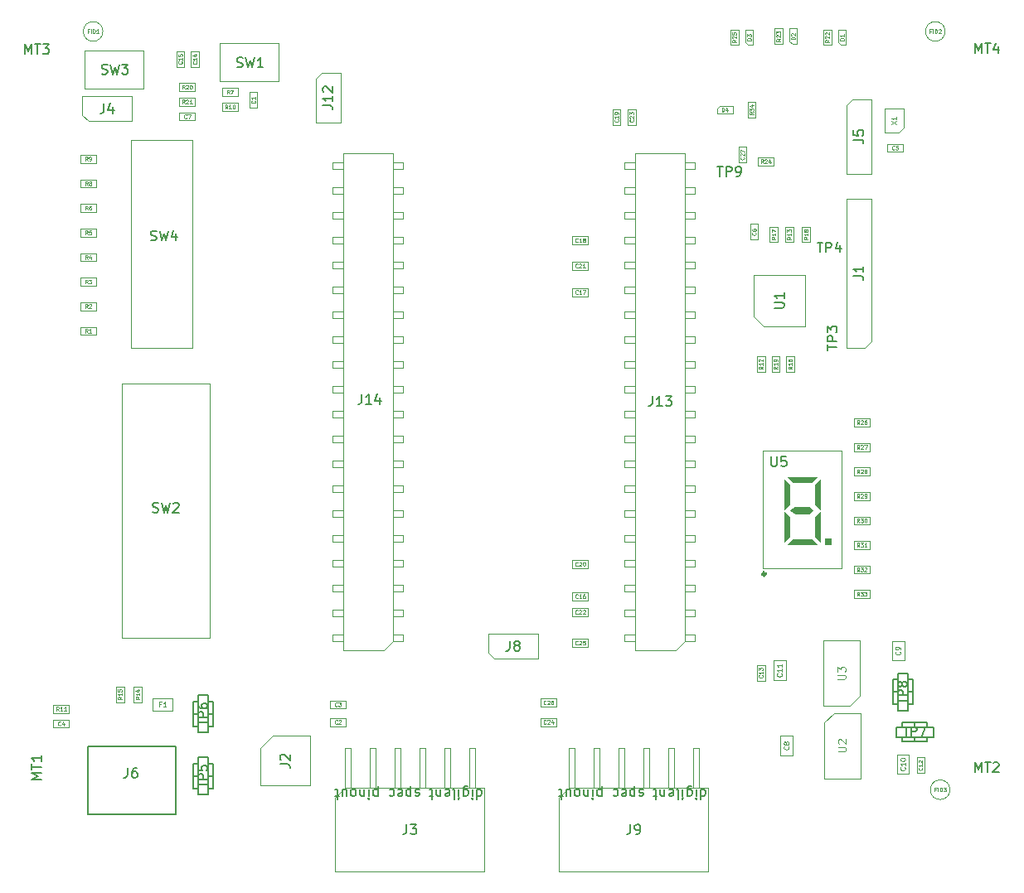
<source format=gbr>
G04 #@! TF.GenerationSoftware,KiCad,Pcbnew,7.0.9-7.0.9~ubuntu22.04.1*
G04 #@! TF.CreationDate,2023-12-06T12:24:42-05:00*
G04 #@! TF.ProjectId,mpw-mb1,6d70772d-6d62-4312-9e6b-696361645f70,2.2.5*
G04 #@! TF.SameCoordinates,PX35e1f20PY8044ea0*
G04 #@! TF.FileFunction,AssemblyDrawing,Top*
%FSLAX46Y46*%
G04 Gerber Fmt 4.6, Leading zero omitted, Abs format (unit mm)*
G04 Created by KiCad (PCBNEW 7.0.9-7.0.9~ubuntu22.04.1) date 2023-12-06 12:24:42*
%MOMM*%
%LPD*%
G01*
G04 APERTURE LIST*
%ADD10C,0.150000*%
%ADD11C,0.060000*%
%ADD12C,0.080000*%
%ADD13C,0.135000*%
%ADD14C,0.075000*%
%ADD15C,0.120000*%
%ADD16C,0.100000*%
%ADD17C,0.332843*%
%ADD18C,0.127000*%
G04 APERTURE END LIST*
D10*
X15389160Y57677800D02*
X15532017Y57630181D01*
X15532017Y57630181D02*
X15770112Y57630181D01*
X15770112Y57630181D02*
X15865350Y57677800D01*
X15865350Y57677800D02*
X15912969Y57725420D01*
X15912969Y57725420D02*
X15960588Y57820658D01*
X15960588Y57820658D02*
X15960588Y57915896D01*
X15960588Y57915896D02*
X15912969Y58011134D01*
X15912969Y58011134D02*
X15865350Y58058753D01*
X15865350Y58058753D02*
X15770112Y58106372D01*
X15770112Y58106372D02*
X15579636Y58153991D01*
X15579636Y58153991D02*
X15484398Y58201610D01*
X15484398Y58201610D02*
X15436779Y58249229D01*
X15436779Y58249229D02*
X15389160Y58344467D01*
X15389160Y58344467D02*
X15389160Y58439705D01*
X15389160Y58439705D02*
X15436779Y58534943D01*
X15436779Y58534943D02*
X15484398Y58582562D01*
X15484398Y58582562D02*
X15579636Y58630181D01*
X15579636Y58630181D02*
X15817731Y58630181D01*
X15817731Y58630181D02*
X15960588Y58582562D01*
X16293922Y58630181D02*
X16532017Y57630181D01*
X16532017Y57630181D02*
X16722493Y58344467D01*
X16722493Y58344467D02*
X16912969Y57630181D01*
X16912969Y57630181D02*
X17151065Y58630181D01*
X17960588Y58296848D02*
X17960588Y57630181D01*
X17722493Y58677800D02*
X17484398Y57963515D01*
X17484398Y57963515D02*
X18103445Y57963515D01*
X15589160Y29877800D02*
X15732017Y29830181D01*
X15732017Y29830181D02*
X15970112Y29830181D01*
X15970112Y29830181D02*
X16065350Y29877800D01*
X16065350Y29877800D02*
X16112969Y29925420D01*
X16112969Y29925420D02*
X16160588Y30020658D01*
X16160588Y30020658D02*
X16160588Y30115896D01*
X16160588Y30115896D02*
X16112969Y30211134D01*
X16112969Y30211134D02*
X16065350Y30258753D01*
X16065350Y30258753D02*
X15970112Y30306372D01*
X15970112Y30306372D02*
X15779636Y30353991D01*
X15779636Y30353991D02*
X15684398Y30401610D01*
X15684398Y30401610D02*
X15636779Y30449229D01*
X15636779Y30449229D02*
X15589160Y30544467D01*
X15589160Y30544467D02*
X15589160Y30639705D01*
X15589160Y30639705D02*
X15636779Y30734943D01*
X15636779Y30734943D02*
X15684398Y30782562D01*
X15684398Y30782562D02*
X15779636Y30830181D01*
X15779636Y30830181D02*
X16017731Y30830181D01*
X16017731Y30830181D02*
X16160588Y30782562D01*
X16493922Y30830181D02*
X16732017Y29830181D01*
X16732017Y29830181D02*
X16922493Y30544467D01*
X16922493Y30544467D02*
X17112969Y29830181D01*
X17112969Y29830181D02*
X17351065Y30830181D01*
X17684398Y30734943D02*
X17732017Y30782562D01*
X17732017Y30782562D02*
X17827255Y30830181D01*
X17827255Y30830181D02*
X18065350Y30830181D01*
X18065350Y30830181D02*
X18160588Y30782562D01*
X18160588Y30782562D02*
X18208207Y30734943D01*
X18208207Y30734943D02*
X18255826Y30639705D01*
X18255826Y30639705D02*
X18255826Y30544467D01*
X18255826Y30544467D02*
X18208207Y30401610D01*
X18208207Y30401610D02*
X17636779Y29830181D01*
X17636779Y29830181D02*
X18255826Y29830181D01*
X66622493Y41730181D02*
X66622493Y41015896D01*
X66622493Y41015896D02*
X66574874Y40873039D01*
X66574874Y40873039D02*
X66479636Y40777800D01*
X66479636Y40777800D02*
X66336779Y40730181D01*
X66336779Y40730181D02*
X66241541Y40730181D01*
X67622493Y40730181D02*
X67051065Y40730181D01*
X67336779Y40730181D02*
X67336779Y41730181D01*
X67336779Y41730181D02*
X67241541Y41587324D01*
X67241541Y41587324D02*
X67146303Y41492086D01*
X67146303Y41492086D02*
X67051065Y41444467D01*
X67955827Y41730181D02*
X68574874Y41730181D01*
X68574874Y41730181D02*
X68241541Y41349229D01*
X68241541Y41349229D02*
X68384398Y41349229D01*
X68384398Y41349229D02*
X68479636Y41301610D01*
X68479636Y41301610D02*
X68527255Y41253991D01*
X68527255Y41253991D02*
X68574874Y41158753D01*
X68574874Y41158753D02*
X68574874Y40920658D01*
X68574874Y40920658D02*
X68527255Y40825420D01*
X68527255Y40825420D02*
X68479636Y40777800D01*
X68479636Y40777800D02*
X68384398Y40730181D01*
X68384398Y40730181D02*
X68098684Y40730181D01*
X68098684Y40730181D02*
X68003446Y40777800D01*
X68003446Y40777800D02*
X67955827Y40825420D01*
X36922493Y41930181D02*
X36922493Y41215896D01*
X36922493Y41215896D02*
X36874874Y41073039D01*
X36874874Y41073039D02*
X36779636Y40977800D01*
X36779636Y40977800D02*
X36636779Y40930181D01*
X36636779Y40930181D02*
X36541541Y40930181D01*
X37922493Y40930181D02*
X37351065Y40930181D01*
X37636779Y40930181D02*
X37636779Y41930181D01*
X37636779Y41930181D02*
X37541541Y41787324D01*
X37541541Y41787324D02*
X37446303Y41692086D01*
X37446303Y41692086D02*
X37351065Y41644467D01*
X38779636Y41596848D02*
X38779636Y40930181D01*
X38541541Y41977800D02*
X38303446Y41263515D01*
X38303446Y41263515D02*
X38922493Y41263515D01*
D11*
X80781927Y57992858D02*
X80591451Y57859525D01*
X80781927Y57764287D02*
X80381927Y57764287D01*
X80381927Y57764287D02*
X80381927Y57916668D01*
X80381927Y57916668D02*
X80400975Y57954763D01*
X80400975Y57954763D02*
X80420022Y57973810D01*
X80420022Y57973810D02*
X80458118Y57992858D01*
X80458118Y57992858D02*
X80515260Y57992858D01*
X80515260Y57992858D02*
X80553356Y57973810D01*
X80553356Y57973810D02*
X80572403Y57954763D01*
X80572403Y57954763D02*
X80591451Y57916668D01*
X80591451Y57916668D02*
X80591451Y57764287D01*
X80781927Y58373810D02*
X80781927Y58145239D01*
X80781927Y58259525D02*
X80381927Y58259525D01*
X80381927Y58259525D02*
X80439070Y58221429D01*
X80439070Y58221429D02*
X80477165Y58183334D01*
X80477165Y58183334D02*
X80496213Y58145239D01*
X80381927Y58507143D02*
X80381927Y58754762D01*
X80381927Y58754762D02*
X80534308Y58621429D01*
X80534308Y58621429D02*
X80534308Y58678572D01*
X80534308Y58678572D02*
X80553356Y58716667D01*
X80553356Y58716667D02*
X80572403Y58735715D01*
X80572403Y58735715D02*
X80610499Y58754762D01*
X80610499Y58754762D02*
X80705737Y58754762D01*
X80705737Y58754762D02*
X80743832Y58735715D01*
X80743832Y58735715D02*
X80762880Y58716667D01*
X80762880Y58716667D02*
X80781927Y58678572D01*
X80781927Y58678572D02*
X80781927Y58564286D01*
X80781927Y58564286D02*
X80762880Y58526191D01*
X80762880Y58526191D02*
X80743832Y58507143D01*
X63103832Y69992858D02*
X63122880Y69973810D01*
X63122880Y69973810D02*
X63141927Y69916668D01*
X63141927Y69916668D02*
X63141927Y69878572D01*
X63141927Y69878572D02*
X63122880Y69821429D01*
X63122880Y69821429D02*
X63084784Y69783334D01*
X63084784Y69783334D02*
X63046689Y69764287D01*
X63046689Y69764287D02*
X62970499Y69745239D01*
X62970499Y69745239D02*
X62913356Y69745239D01*
X62913356Y69745239D02*
X62837165Y69764287D01*
X62837165Y69764287D02*
X62799070Y69783334D01*
X62799070Y69783334D02*
X62760975Y69821429D01*
X62760975Y69821429D02*
X62741927Y69878572D01*
X62741927Y69878572D02*
X62741927Y69916668D01*
X62741927Y69916668D02*
X62760975Y69973810D01*
X62760975Y69973810D02*
X62780022Y69992858D01*
X63141927Y70373810D02*
X63141927Y70145239D01*
X63141927Y70259525D02*
X62741927Y70259525D01*
X62741927Y70259525D02*
X62799070Y70221429D01*
X62799070Y70221429D02*
X62837165Y70183334D01*
X62837165Y70183334D02*
X62856213Y70145239D01*
X63141927Y70564286D02*
X63141927Y70640477D01*
X63141927Y70640477D02*
X63122880Y70678572D01*
X63122880Y70678572D02*
X63103832Y70697620D01*
X63103832Y70697620D02*
X63046689Y70735715D01*
X63046689Y70735715D02*
X62970499Y70754762D01*
X62970499Y70754762D02*
X62818118Y70754762D01*
X62818118Y70754762D02*
X62780022Y70735715D01*
X62780022Y70735715D02*
X62760975Y70716667D01*
X62760975Y70716667D02*
X62741927Y70678572D01*
X62741927Y70678572D02*
X62741927Y70602381D01*
X62741927Y70602381D02*
X62760975Y70564286D01*
X62760975Y70564286D02*
X62780022Y70545239D01*
X62780022Y70545239D02*
X62818118Y70526191D01*
X62818118Y70526191D02*
X62913356Y70526191D01*
X62913356Y70526191D02*
X62951451Y70545239D01*
X62951451Y70545239D02*
X62970499Y70564286D01*
X62970499Y70564286D02*
X62989546Y70602381D01*
X62989546Y70602381D02*
X62989546Y70678572D01*
X62989546Y70678572D02*
X62970499Y70716667D01*
X62970499Y70716667D02*
X62951451Y70735715D01*
X62951451Y70735715D02*
X62913356Y70754762D01*
X84666927Y78142858D02*
X84476451Y78009525D01*
X84666927Y77914287D02*
X84266927Y77914287D01*
X84266927Y77914287D02*
X84266927Y78066668D01*
X84266927Y78066668D02*
X84285975Y78104763D01*
X84285975Y78104763D02*
X84305022Y78123810D01*
X84305022Y78123810D02*
X84343118Y78142858D01*
X84343118Y78142858D02*
X84400260Y78142858D01*
X84400260Y78142858D02*
X84438356Y78123810D01*
X84438356Y78123810D02*
X84457403Y78104763D01*
X84457403Y78104763D02*
X84476451Y78066668D01*
X84476451Y78066668D02*
X84476451Y77914287D01*
X84305022Y78295239D02*
X84285975Y78314287D01*
X84285975Y78314287D02*
X84266927Y78352382D01*
X84266927Y78352382D02*
X84266927Y78447620D01*
X84266927Y78447620D02*
X84285975Y78485715D01*
X84285975Y78485715D02*
X84305022Y78504763D01*
X84305022Y78504763D02*
X84343118Y78523810D01*
X84343118Y78523810D02*
X84381213Y78523810D01*
X84381213Y78523810D02*
X84438356Y78504763D01*
X84438356Y78504763D02*
X84666927Y78276191D01*
X84666927Y78276191D02*
X84666927Y78523810D01*
X84305022Y78676191D02*
X84285975Y78695239D01*
X84285975Y78695239D02*
X84266927Y78733334D01*
X84266927Y78733334D02*
X84266927Y78828572D01*
X84266927Y78828572D02*
X84285975Y78866667D01*
X84285975Y78866667D02*
X84305022Y78885715D01*
X84305022Y78885715D02*
X84343118Y78904762D01*
X84343118Y78904762D02*
X84381213Y78904762D01*
X84381213Y78904762D02*
X84438356Y78885715D01*
X84438356Y78885715D02*
X84666927Y78657143D01*
X84666927Y78657143D02*
X84666927Y78904762D01*
D10*
X10596666Y71645181D02*
X10596666Y70930896D01*
X10596666Y70930896D02*
X10549047Y70788039D01*
X10549047Y70788039D02*
X10453809Y70692800D01*
X10453809Y70692800D02*
X10310952Y70645181D01*
X10310952Y70645181D02*
X10215714Y70645181D01*
X11501428Y71311848D02*
X11501428Y70645181D01*
X11263333Y71692800D02*
X11025238Y70978515D01*
X11025238Y70978515D02*
X11644285Y70978515D01*
D11*
X58992857Y54896168D02*
X58973809Y54877120D01*
X58973809Y54877120D02*
X58916667Y54858073D01*
X58916667Y54858073D02*
X58878571Y54858073D01*
X58878571Y54858073D02*
X58821428Y54877120D01*
X58821428Y54877120D02*
X58783333Y54915216D01*
X58783333Y54915216D02*
X58764286Y54953311D01*
X58764286Y54953311D02*
X58745238Y55029501D01*
X58745238Y55029501D02*
X58745238Y55086644D01*
X58745238Y55086644D02*
X58764286Y55162835D01*
X58764286Y55162835D02*
X58783333Y55200930D01*
X58783333Y55200930D02*
X58821428Y55239025D01*
X58821428Y55239025D02*
X58878571Y55258073D01*
X58878571Y55258073D02*
X58916667Y55258073D01*
X58916667Y55258073D02*
X58973809Y55239025D01*
X58973809Y55239025D02*
X58992857Y55219978D01*
X59145238Y55219978D02*
X59164286Y55239025D01*
X59164286Y55239025D02*
X59202381Y55258073D01*
X59202381Y55258073D02*
X59297619Y55258073D01*
X59297619Y55258073D02*
X59335714Y55239025D01*
X59335714Y55239025D02*
X59354762Y55219978D01*
X59354762Y55219978D02*
X59373809Y55181882D01*
X59373809Y55181882D02*
X59373809Y55143787D01*
X59373809Y55143787D02*
X59354762Y55086644D01*
X59354762Y55086644D02*
X59126190Y54858073D01*
X59126190Y54858073D02*
X59373809Y54858073D01*
X59754761Y54858073D02*
X59526190Y54858073D01*
X59640476Y54858073D02*
X59640476Y55258073D01*
X59640476Y55258073D02*
X59602380Y55200930D01*
X59602380Y55200930D02*
X59564285Y55162835D01*
X59564285Y55162835D02*
X59526190Y55143787D01*
X14251927Y10992858D02*
X14061451Y10859525D01*
X14251927Y10764287D02*
X13851927Y10764287D01*
X13851927Y10764287D02*
X13851927Y10916668D01*
X13851927Y10916668D02*
X13870975Y10954763D01*
X13870975Y10954763D02*
X13890022Y10973810D01*
X13890022Y10973810D02*
X13928118Y10992858D01*
X13928118Y10992858D02*
X13985260Y10992858D01*
X13985260Y10992858D02*
X14023356Y10973810D01*
X14023356Y10973810D02*
X14042403Y10954763D01*
X14042403Y10954763D02*
X14061451Y10916668D01*
X14061451Y10916668D02*
X14061451Y10764287D01*
X14251927Y11373810D02*
X14251927Y11145239D01*
X14251927Y11259525D02*
X13851927Y11259525D01*
X13851927Y11259525D02*
X13909070Y11221429D01*
X13909070Y11221429D02*
X13947165Y11183334D01*
X13947165Y11183334D02*
X13966213Y11145239D01*
X13985260Y11716667D02*
X14251927Y11716667D01*
X13832880Y11621429D02*
X14118594Y11526191D01*
X14118594Y11526191D02*
X14118594Y11773810D01*
D10*
X2559524Y76695181D02*
X2559524Y77695181D01*
X2559524Y77695181D02*
X2892857Y76980896D01*
X2892857Y76980896D02*
X3226190Y77695181D01*
X3226190Y77695181D02*
X3226190Y76695181D01*
X3559524Y77695181D02*
X4130952Y77695181D01*
X3845238Y76695181D02*
X3845238Y77695181D01*
X4369048Y77695181D02*
X4988095Y77695181D01*
X4988095Y77695181D02*
X4654762Y77314229D01*
X4654762Y77314229D02*
X4797619Y77314229D01*
X4797619Y77314229D02*
X4892857Y77266610D01*
X4892857Y77266610D02*
X4940476Y77218991D01*
X4940476Y77218991D02*
X4988095Y77123753D01*
X4988095Y77123753D02*
X4988095Y76885658D01*
X4988095Y76885658D02*
X4940476Y76790420D01*
X4940476Y76790420D02*
X4892857Y76742800D01*
X4892857Y76742800D02*
X4797619Y76695181D01*
X4797619Y76695181D02*
X4511905Y76695181D01*
X4511905Y76695181D02*
X4416667Y76742800D01*
X4416667Y76742800D02*
X4369048Y76790420D01*
D11*
X95571429Y1527597D02*
X95438096Y1527597D01*
X95438096Y1318073D02*
X95438096Y1718073D01*
X95438096Y1718073D02*
X95628572Y1718073D01*
X95780953Y1318073D02*
X95780953Y1718073D01*
X95971429Y1318073D02*
X95971429Y1718073D01*
X95971429Y1718073D02*
X96066667Y1718073D01*
X96066667Y1718073D02*
X96123810Y1699025D01*
X96123810Y1699025D02*
X96161905Y1660930D01*
X96161905Y1660930D02*
X96180952Y1622835D01*
X96180952Y1622835D02*
X96200000Y1546644D01*
X96200000Y1546644D02*
X96200000Y1489501D01*
X96200000Y1489501D02*
X96180952Y1413311D01*
X96180952Y1413311D02*
X96161905Y1375216D01*
X96161905Y1375216D02*
X96123810Y1337120D01*
X96123810Y1337120D02*
X96066667Y1318073D01*
X96066667Y1318073D02*
X95971429Y1318073D01*
X96333333Y1718073D02*
X96580952Y1718073D01*
X96580952Y1718073D02*
X96447619Y1565692D01*
X96447619Y1565692D02*
X96504762Y1565692D01*
X96504762Y1565692D02*
X96542857Y1546644D01*
X96542857Y1546644D02*
X96561905Y1527597D01*
X96561905Y1527597D02*
X96580952Y1489501D01*
X96580952Y1489501D02*
X96580952Y1394263D01*
X96580952Y1394263D02*
X96561905Y1356168D01*
X96561905Y1356168D02*
X96542857Y1337120D01*
X96542857Y1337120D02*
X96504762Y1318073D01*
X96504762Y1318073D02*
X96390476Y1318073D01*
X96390476Y1318073D02*
X96352381Y1337120D01*
X96352381Y1337120D02*
X96333333Y1356168D01*
D12*
X80479530Y5916667D02*
X80503340Y5892858D01*
X80503340Y5892858D02*
X80527149Y5821429D01*
X80527149Y5821429D02*
X80527149Y5773810D01*
X80527149Y5773810D02*
X80503340Y5702382D01*
X80503340Y5702382D02*
X80455720Y5654763D01*
X80455720Y5654763D02*
X80408101Y5630953D01*
X80408101Y5630953D02*
X80312863Y5607144D01*
X80312863Y5607144D02*
X80241435Y5607144D01*
X80241435Y5607144D02*
X80146197Y5630953D01*
X80146197Y5630953D02*
X80098578Y5654763D01*
X80098578Y5654763D02*
X80050959Y5702382D01*
X80050959Y5702382D02*
X80027149Y5773810D01*
X80027149Y5773810D02*
X80027149Y5821429D01*
X80027149Y5821429D02*
X80050959Y5892858D01*
X80050959Y5892858D02*
X80074768Y5916667D01*
X80241435Y6202382D02*
X80217625Y6154763D01*
X80217625Y6154763D02*
X80193816Y6130953D01*
X80193816Y6130953D02*
X80146197Y6107144D01*
X80146197Y6107144D02*
X80122387Y6107144D01*
X80122387Y6107144D02*
X80074768Y6130953D01*
X80074768Y6130953D02*
X80050959Y6154763D01*
X80050959Y6154763D02*
X80027149Y6202382D01*
X80027149Y6202382D02*
X80027149Y6297620D01*
X80027149Y6297620D02*
X80050959Y6345239D01*
X80050959Y6345239D02*
X80074768Y6369048D01*
X80074768Y6369048D02*
X80122387Y6392858D01*
X80122387Y6392858D02*
X80146197Y6392858D01*
X80146197Y6392858D02*
X80193816Y6369048D01*
X80193816Y6369048D02*
X80217625Y6345239D01*
X80217625Y6345239D02*
X80241435Y6297620D01*
X80241435Y6297620D02*
X80241435Y6202382D01*
X80241435Y6202382D02*
X80265244Y6154763D01*
X80265244Y6154763D02*
X80289054Y6130953D01*
X80289054Y6130953D02*
X80336673Y6107144D01*
X80336673Y6107144D02*
X80431911Y6107144D01*
X80431911Y6107144D02*
X80479530Y6130953D01*
X80479530Y6130953D02*
X80503340Y6154763D01*
X80503340Y6154763D02*
X80527149Y6202382D01*
X80527149Y6202382D02*
X80527149Y6297620D01*
X80527149Y6297620D02*
X80503340Y6345239D01*
X80503340Y6345239D02*
X80479530Y6369048D01*
X80479530Y6369048D02*
X80431911Y6392858D01*
X80431911Y6392858D02*
X80336673Y6392858D01*
X80336673Y6392858D02*
X80289054Y6369048D01*
X80289054Y6369048D02*
X80265244Y6345239D01*
X80265244Y6345239D02*
X80241435Y6297620D01*
D11*
X8933333Y58248073D02*
X8800000Y58438549D01*
X8704762Y58248073D02*
X8704762Y58648073D01*
X8704762Y58648073D02*
X8857143Y58648073D01*
X8857143Y58648073D02*
X8895238Y58629025D01*
X8895238Y58629025D02*
X8914285Y58609978D01*
X8914285Y58609978D02*
X8933333Y58571882D01*
X8933333Y58571882D02*
X8933333Y58514740D01*
X8933333Y58514740D02*
X8914285Y58476644D01*
X8914285Y58476644D02*
X8895238Y58457597D01*
X8895238Y58457597D02*
X8857143Y58438549D01*
X8857143Y58438549D02*
X8704762Y58438549D01*
X9295238Y58648073D02*
X9104762Y58648073D01*
X9104762Y58648073D02*
X9085714Y58457597D01*
X9085714Y58457597D02*
X9104762Y58476644D01*
X9104762Y58476644D02*
X9142857Y58495692D01*
X9142857Y58495692D02*
X9238095Y58495692D01*
X9238095Y58495692D02*
X9276190Y58476644D01*
X9276190Y58476644D02*
X9295238Y58457597D01*
X9295238Y58457597D02*
X9314285Y58419501D01*
X9314285Y58419501D02*
X9314285Y58324263D01*
X9314285Y58324263D02*
X9295238Y58286168D01*
X9295238Y58286168D02*
X9276190Y58267120D01*
X9276190Y58267120D02*
X9238095Y58248073D01*
X9238095Y58248073D02*
X9142857Y58248073D01*
X9142857Y58248073D02*
X9104762Y58267120D01*
X9104762Y58267120D02*
X9085714Y58286168D01*
D12*
X91879530Y15616667D02*
X91903340Y15592858D01*
X91903340Y15592858D02*
X91927149Y15521429D01*
X91927149Y15521429D02*
X91927149Y15473810D01*
X91927149Y15473810D02*
X91903340Y15402382D01*
X91903340Y15402382D02*
X91855720Y15354763D01*
X91855720Y15354763D02*
X91808101Y15330953D01*
X91808101Y15330953D02*
X91712863Y15307144D01*
X91712863Y15307144D02*
X91641435Y15307144D01*
X91641435Y15307144D02*
X91546197Y15330953D01*
X91546197Y15330953D02*
X91498578Y15354763D01*
X91498578Y15354763D02*
X91450959Y15402382D01*
X91450959Y15402382D02*
X91427149Y15473810D01*
X91427149Y15473810D02*
X91427149Y15521429D01*
X91427149Y15521429D02*
X91450959Y15592858D01*
X91450959Y15592858D02*
X91474768Y15616667D01*
X91927149Y15854763D02*
X91927149Y15950001D01*
X91927149Y15950001D02*
X91903340Y15997620D01*
X91903340Y15997620D02*
X91879530Y16021429D01*
X91879530Y16021429D02*
X91808101Y16069048D01*
X91808101Y16069048D02*
X91712863Y16092858D01*
X91712863Y16092858D02*
X91522387Y16092858D01*
X91522387Y16092858D02*
X91474768Y16069048D01*
X91474768Y16069048D02*
X91450959Y16045239D01*
X91450959Y16045239D02*
X91427149Y15997620D01*
X91427149Y15997620D02*
X91427149Y15902382D01*
X91427149Y15902382D02*
X91450959Y15854763D01*
X91450959Y15854763D02*
X91474768Y15830953D01*
X91474768Y15830953D02*
X91522387Y15807144D01*
X91522387Y15807144D02*
X91641435Y15807144D01*
X91641435Y15807144D02*
X91689054Y15830953D01*
X91689054Y15830953D02*
X91712863Y15854763D01*
X91712863Y15854763D02*
X91736673Y15902382D01*
X91736673Y15902382D02*
X91736673Y15997620D01*
X91736673Y15997620D02*
X91712863Y16045239D01*
X91712863Y16045239D02*
X91689054Y16069048D01*
X91689054Y16069048D02*
X91641435Y16092858D01*
D11*
X23217857Y71105573D02*
X23084524Y71296049D01*
X22989286Y71105573D02*
X22989286Y71505573D01*
X22989286Y71505573D02*
X23141667Y71505573D01*
X23141667Y71505573D02*
X23179762Y71486525D01*
X23179762Y71486525D02*
X23198809Y71467478D01*
X23198809Y71467478D02*
X23217857Y71429382D01*
X23217857Y71429382D02*
X23217857Y71372240D01*
X23217857Y71372240D02*
X23198809Y71334144D01*
X23198809Y71334144D02*
X23179762Y71315097D01*
X23179762Y71315097D02*
X23141667Y71296049D01*
X23141667Y71296049D02*
X22989286Y71296049D01*
X23598809Y71105573D02*
X23370238Y71105573D01*
X23484524Y71105573D02*
X23484524Y71505573D01*
X23484524Y71505573D02*
X23446428Y71448430D01*
X23446428Y71448430D02*
X23408333Y71410335D01*
X23408333Y71410335D02*
X23370238Y71391287D01*
X23846428Y71505573D02*
X23884523Y71505573D01*
X23884523Y71505573D02*
X23922619Y71486525D01*
X23922619Y71486525D02*
X23941666Y71467478D01*
X23941666Y71467478D02*
X23960714Y71429382D01*
X23960714Y71429382D02*
X23979761Y71353192D01*
X23979761Y71353192D02*
X23979761Y71257954D01*
X23979761Y71257954D02*
X23960714Y71181763D01*
X23960714Y71181763D02*
X23941666Y71143668D01*
X23941666Y71143668D02*
X23922619Y71124620D01*
X23922619Y71124620D02*
X23884523Y71105573D01*
X23884523Y71105573D02*
X23846428Y71105573D01*
X23846428Y71105573D02*
X23808333Y71124620D01*
X23808333Y71124620D02*
X23789285Y71143668D01*
X23789285Y71143668D02*
X23770238Y71181763D01*
X23770238Y71181763D02*
X23751190Y71257954D01*
X23751190Y71257954D02*
X23751190Y71353192D01*
X23751190Y71353192D02*
X23770238Y71429382D01*
X23770238Y71429382D02*
X23789285Y71467478D01*
X23789285Y71467478D02*
X23808333Y71486525D01*
X23808333Y71486525D02*
X23846428Y71505573D01*
X8933333Y48208073D02*
X8800000Y48398549D01*
X8704762Y48208073D02*
X8704762Y48608073D01*
X8704762Y48608073D02*
X8857143Y48608073D01*
X8857143Y48608073D02*
X8895238Y48589025D01*
X8895238Y48589025D02*
X8914285Y48569978D01*
X8914285Y48569978D02*
X8933333Y48531882D01*
X8933333Y48531882D02*
X8933333Y48474740D01*
X8933333Y48474740D02*
X8914285Y48436644D01*
X8914285Y48436644D02*
X8895238Y48417597D01*
X8895238Y48417597D02*
X8857143Y48398549D01*
X8857143Y48398549D02*
X8704762Y48398549D01*
X9314285Y48208073D02*
X9085714Y48208073D01*
X9200000Y48208073D02*
X9200000Y48608073D01*
X9200000Y48608073D02*
X9161904Y48550930D01*
X9161904Y48550930D02*
X9123809Y48512835D01*
X9123809Y48512835D02*
X9085714Y48493787D01*
X58992857Y19496168D02*
X58973809Y19477120D01*
X58973809Y19477120D02*
X58916667Y19458073D01*
X58916667Y19458073D02*
X58878571Y19458073D01*
X58878571Y19458073D02*
X58821428Y19477120D01*
X58821428Y19477120D02*
X58783333Y19515216D01*
X58783333Y19515216D02*
X58764286Y19553311D01*
X58764286Y19553311D02*
X58745238Y19629501D01*
X58745238Y19629501D02*
X58745238Y19686644D01*
X58745238Y19686644D02*
X58764286Y19762835D01*
X58764286Y19762835D02*
X58783333Y19800930D01*
X58783333Y19800930D02*
X58821428Y19839025D01*
X58821428Y19839025D02*
X58878571Y19858073D01*
X58878571Y19858073D02*
X58916667Y19858073D01*
X58916667Y19858073D02*
X58973809Y19839025D01*
X58973809Y19839025D02*
X58992857Y19819978D01*
X59145238Y19819978D02*
X59164286Y19839025D01*
X59164286Y19839025D02*
X59202381Y19858073D01*
X59202381Y19858073D02*
X59297619Y19858073D01*
X59297619Y19858073D02*
X59335714Y19839025D01*
X59335714Y19839025D02*
X59354762Y19819978D01*
X59354762Y19819978D02*
X59373809Y19781882D01*
X59373809Y19781882D02*
X59373809Y19743787D01*
X59373809Y19743787D02*
X59354762Y19686644D01*
X59354762Y19686644D02*
X59126190Y19458073D01*
X59126190Y19458073D02*
X59373809Y19458073D01*
X59526190Y19819978D02*
X59545238Y19839025D01*
X59545238Y19839025D02*
X59583333Y19858073D01*
X59583333Y19858073D02*
X59678571Y19858073D01*
X59678571Y19858073D02*
X59716666Y19839025D01*
X59716666Y19839025D02*
X59735714Y19819978D01*
X59735714Y19819978D02*
X59754761Y19781882D01*
X59754761Y19781882D02*
X59754761Y19743787D01*
X59754761Y19743787D02*
X59735714Y19686644D01*
X59735714Y19686644D02*
X59507142Y19458073D01*
X59507142Y19458073D02*
X59754761Y19458073D01*
X80881927Y44742858D02*
X80691451Y44609525D01*
X80881927Y44514287D02*
X80481927Y44514287D01*
X80481927Y44514287D02*
X80481927Y44666668D01*
X80481927Y44666668D02*
X80500975Y44704763D01*
X80500975Y44704763D02*
X80520022Y44723810D01*
X80520022Y44723810D02*
X80558118Y44742858D01*
X80558118Y44742858D02*
X80615260Y44742858D01*
X80615260Y44742858D02*
X80653356Y44723810D01*
X80653356Y44723810D02*
X80672403Y44704763D01*
X80672403Y44704763D02*
X80691451Y44666668D01*
X80691451Y44666668D02*
X80691451Y44514287D01*
X80881927Y45123810D02*
X80881927Y44895239D01*
X80881927Y45009525D02*
X80481927Y45009525D01*
X80481927Y45009525D02*
X80539070Y44971429D01*
X80539070Y44971429D02*
X80577165Y44933334D01*
X80577165Y44933334D02*
X80596213Y44895239D01*
X80481927Y45466667D02*
X80481927Y45390477D01*
X80481927Y45390477D02*
X80500975Y45352381D01*
X80500975Y45352381D02*
X80520022Y45333334D01*
X80520022Y45333334D02*
X80577165Y45295239D01*
X80577165Y45295239D02*
X80653356Y45276191D01*
X80653356Y45276191D02*
X80805737Y45276191D01*
X80805737Y45276191D02*
X80843832Y45295239D01*
X80843832Y45295239D02*
X80862880Y45314286D01*
X80862880Y45314286D02*
X80881927Y45352381D01*
X80881927Y45352381D02*
X80881927Y45428572D01*
X80881927Y45428572D02*
X80862880Y45466667D01*
X80862880Y45466667D02*
X80843832Y45485715D01*
X80843832Y45485715D02*
X80805737Y45504762D01*
X80805737Y45504762D02*
X80710499Y45504762D01*
X80710499Y45504762D02*
X80672403Y45485715D01*
X80672403Y45485715D02*
X80653356Y45466667D01*
X80653356Y45466667D02*
X80634308Y45428572D01*
X80634308Y45428572D02*
X80634308Y45352381D01*
X80634308Y45352381D02*
X80653356Y45314286D01*
X80653356Y45314286D02*
X80672403Y45295239D01*
X80672403Y45295239D02*
X80710499Y45276191D01*
X75166927Y78142858D02*
X74976451Y78009525D01*
X75166927Y77914287D02*
X74766927Y77914287D01*
X74766927Y77914287D02*
X74766927Y78066668D01*
X74766927Y78066668D02*
X74785975Y78104763D01*
X74785975Y78104763D02*
X74805022Y78123810D01*
X74805022Y78123810D02*
X74843118Y78142858D01*
X74843118Y78142858D02*
X74900260Y78142858D01*
X74900260Y78142858D02*
X74938356Y78123810D01*
X74938356Y78123810D02*
X74957403Y78104763D01*
X74957403Y78104763D02*
X74976451Y78066668D01*
X74976451Y78066668D02*
X74976451Y77914287D01*
X74805022Y78295239D02*
X74785975Y78314287D01*
X74785975Y78314287D02*
X74766927Y78352382D01*
X74766927Y78352382D02*
X74766927Y78447620D01*
X74766927Y78447620D02*
X74785975Y78485715D01*
X74785975Y78485715D02*
X74805022Y78504763D01*
X74805022Y78504763D02*
X74843118Y78523810D01*
X74843118Y78523810D02*
X74881213Y78523810D01*
X74881213Y78523810D02*
X74938356Y78504763D01*
X74938356Y78504763D02*
X75166927Y78276191D01*
X75166927Y78276191D02*
X75166927Y78523810D01*
X74766927Y78885715D02*
X74766927Y78695239D01*
X74766927Y78695239D02*
X74957403Y78676191D01*
X74957403Y78676191D02*
X74938356Y78695239D01*
X74938356Y78695239D02*
X74919308Y78733334D01*
X74919308Y78733334D02*
X74919308Y78828572D01*
X74919308Y78828572D02*
X74938356Y78866667D01*
X74938356Y78866667D02*
X74957403Y78885715D01*
X74957403Y78885715D02*
X74995499Y78904762D01*
X74995499Y78904762D02*
X75090737Y78904762D01*
X75090737Y78904762D02*
X75128832Y78885715D01*
X75128832Y78885715D02*
X75147880Y78866667D01*
X75147880Y78866667D02*
X75166927Y78828572D01*
X75166927Y78828572D02*
X75166927Y78733334D01*
X75166927Y78733334D02*
X75147880Y78695239D01*
X75147880Y78695239D02*
X75128832Y78676191D01*
X79381927Y44742858D02*
X79191451Y44609525D01*
X79381927Y44514287D02*
X78981927Y44514287D01*
X78981927Y44514287D02*
X78981927Y44666668D01*
X78981927Y44666668D02*
X79000975Y44704763D01*
X79000975Y44704763D02*
X79020022Y44723810D01*
X79020022Y44723810D02*
X79058118Y44742858D01*
X79058118Y44742858D02*
X79115260Y44742858D01*
X79115260Y44742858D02*
X79153356Y44723810D01*
X79153356Y44723810D02*
X79172403Y44704763D01*
X79172403Y44704763D02*
X79191451Y44666668D01*
X79191451Y44666668D02*
X79191451Y44514287D01*
X79381927Y45123810D02*
X79381927Y44895239D01*
X79381927Y45009525D02*
X78981927Y45009525D01*
X78981927Y45009525D02*
X79039070Y44971429D01*
X79039070Y44971429D02*
X79077165Y44933334D01*
X79077165Y44933334D02*
X79096213Y44895239D01*
X79381927Y45314286D02*
X79381927Y45390477D01*
X79381927Y45390477D02*
X79362880Y45428572D01*
X79362880Y45428572D02*
X79343832Y45447620D01*
X79343832Y45447620D02*
X79286689Y45485715D01*
X79286689Y45485715D02*
X79210499Y45504762D01*
X79210499Y45504762D02*
X79058118Y45504762D01*
X79058118Y45504762D02*
X79020022Y45485715D01*
X79020022Y45485715D02*
X79000975Y45466667D01*
X79000975Y45466667D02*
X78981927Y45428572D01*
X78981927Y45428572D02*
X78981927Y45352381D01*
X78981927Y45352381D02*
X79000975Y45314286D01*
X79000975Y45314286D02*
X79020022Y45295239D01*
X79020022Y45295239D02*
X79058118Y45276191D01*
X79058118Y45276191D02*
X79153356Y45276191D01*
X79153356Y45276191D02*
X79191451Y45295239D01*
X79191451Y45295239D02*
X79210499Y45314286D01*
X79210499Y45314286D02*
X79229546Y45352381D01*
X79229546Y45352381D02*
X79229546Y45428572D01*
X79229546Y45428572D02*
X79210499Y45466667D01*
X79210499Y45466667D02*
X79191451Y45485715D01*
X79191451Y45485715D02*
X79153356Y45504762D01*
D10*
X79054819Y50738096D02*
X79864342Y50738096D01*
X79864342Y50738096D02*
X79959580Y50785715D01*
X79959580Y50785715D02*
X80007200Y50833334D01*
X80007200Y50833334D02*
X80054819Y50928572D01*
X80054819Y50928572D02*
X80054819Y51119048D01*
X80054819Y51119048D02*
X80007200Y51214286D01*
X80007200Y51214286D02*
X79959580Y51261905D01*
X79959580Y51261905D02*
X79864342Y51309524D01*
X79864342Y51309524D02*
X79054819Y51309524D01*
X80054819Y52309524D02*
X80054819Y51738096D01*
X80054819Y52023810D02*
X79054819Y52023810D01*
X79054819Y52023810D02*
X79197676Y51928572D01*
X79197676Y51928572D02*
X79292914Y51833334D01*
X79292914Y51833334D02*
X79340533Y51738096D01*
D11*
X8933333Y65778073D02*
X8800000Y65968549D01*
X8704762Y65778073D02*
X8704762Y66178073D01*
X8704762Y66178073D02*
X8857143Y66178073D01*
X8857143Y66178073D02*
X8895238Y66159025D01*
X8895238Y66159025D02*
X8914285Y66139978D01*
X8914285Y66139978D02*
X8933333Y66101882D01*
X8933333Y66101882D02*
X8933333Y66044740D01*
X8933333Y66044740D02*
X8914285Y66006644D01*
X8914285Y66006644D02*
X8895238Y65987597D01*
X8895238Y65987597D02*
X8857143Y65968549D01*
X8857143Y65968549D02*
X8704762Y65968549D01*
X9123809Y65778073D02*
X9200000Y65778073D01*
X9200000Y65778073D02*
X9238095Y65797120D01*
X9238095Y65797120D02*
X9257143Y65816168D01*
X9257143Y65816168D02*
X9295238Y65873311D01*
X9295238Y65873311D02*
X9314285Y65949501D01*
X9314285Y65949501D02*
X9314285Y66101882D01*
X9314285Y66101882D02*
X9295238Y66139978D01*
X9295238Y66139978D02*
X9276190Y66159025D01*
X9276190Y66159025D02*
X9238095Y66178073D01*
X9238095Y66178073D02*
X9161904Y66178073D01*
X9161904Y66178073D02*
X9123809Y66159025D01*
X9123809Y66159025D02*
X9104762Y66139978D01*
X9104762Y66139978D02*
X9085714Y66101882D01*
X9085714Y66101882D02*
X9085714Y66006644D01*
X9085714Y66006644D02*
X9104762Y65968549D01*
X9104762Y65968549D02*
X9123809Y65949501D01*
X9123809Y65949501D02*
X9161904Y65930454D01*
X9161904Y65930454D02*
X9238095Y65930454D01*
X9238095Y65930454D02*
X9276190Y65949501D01*
X9276190Y65949501D02*
X9295238Y65968549D01*
X9295238Y65968549D02*
X9314285Y66006644D01*
X20043832Y75917858D02*
X20062880Y75898810D01*
X20062880Y75898810D02*
X20081927Y75841668D01*
X20081927Y75841668D02*
X20081927Y75803572D01*
X20081927Y75803572D02*
X20062880Y75746429D01*
X20062880Y75746429D02*
X20024784Y75708334D01*
X20024784Y75708334D02*
X19986689Y75689287D01*
X19986689Y75689287D02*
X19910499Y75670239D01*
X19910499Y75670239D02*
X19853356Y75670239D01*
X19853356Y75670239D02*
X19777165Y75689287D01*
X19777165Y75689287D02*
X19739070Y75708334D01*
X19739070Y75708334D02*
X19700975Y75746429D01*
X19700975Y75746429D02*
X19681927Y75803572D01*
X19681927Y75803572D02*
X19681927Y75841668D01*
X19681927Y75841668D02*
X19700975Y75898810D01*
X19700975Y75898810D02*
X19720022Y75917858D01*
X20081927Y76298810D02*
X20081927Y76070239D01*
X20081927Y76184525D02*
X19681927Y76184525D01*
X19681927Y76184525D02*
X19739070Y76146429D01*
X19739070Y76146429D02*
X19777165Y76108334D01*
X19777165Y76108334D02*
X19796213Y76070239D01*
X19815260Y76641667D02*
X20081927Y76641667D01*
X19662880Y76546429D02*
X19948594Y76451191D01*
X19948594Y76451191D02*
X19948594Y76698810D01*
X34433333Y8256168D02*
X34414285Y8237120D01*
X34414285Y8237120D02*
X34357143Y8218073D01*
X34357143Y8218073D02*
X34319047Y8218073D01*
X34319047Y8218073D02*
X34261904Y8237120D01*
X34261904Y8237120D02*
X34223809Y8275216D01*
X34223809Y8275216D02*
X34204762Y8313311D01*
X34204762Y8313311D02*
X34185714Y8389501D01*
X34185714Y8389501D02*
X34185714Y8446644D01*
X34185714Y8446644D02*
X34204762Y8522835D01*
X34204762Y8522835D02*
X34223809Y8560930D01*
X34223809Y8560930D02*
X34261904Y8599025D01*
X34261904Y8599025D02*
X34319047Y8618073D01*
X34319047Y8618073D02*
X34357143Y8618073D01*
X34357143Y8618073D02*
X34414285Y8599025D01*
X34414285Y8599025D02*
X34433333Y8579978D01*
X34585714Y8579978D02*
X34604762Y8599025D01*
X34604762Y8599025D02*
X34642857Y8618073D01*
X34642857Y8618073D02*
X34738095Y8618073D01*
X34738095Y8618073D02*
X34776190Y8599025D01*
X34776190Y8599025D02*
X34795238Y8579978D01*
X34795238Y8579978D02*
X34814285Y8541882D01*
X34814285Y8541882D02*
X34814285Y8503787D01*
X34814285Y8503787D02*
X34795238Y8446644D01*
X34795238Y8446644D02*
X34566666Y8218073D01*
X34566666Y8218073D02*
X34814285Y8218073D01*
X87742857Y33835215D02*
X87609524Y34025691D01*
X87514286Y33835215D02*
X87514286Y34235215D01*
X87514286Y34235215D02*
X87666667Y34235215D01*
X87666667Y34235215D02*
X87704762Y34216167D01*
X87704762Y34216167D02*
X87723809Y34197120D01*
X87723809Y34197120D02*
X87742857Y34159024D01*
X87742857Y34159024D02*
X87742857Y34101882D01*
X87742857Y34101882D02*
X87723809Y34063786D01*
X87723809Y34063786D02*
X87704762Y34044739D01*
X87704762Y34044739D02*
X87666667Y34025691D01*
X87666667Y34025691D02*
X87514286Y34025691D01*
X87895238Y34197120D02*
X87914286Y34216167D01*
X87914286Y34216167D02*
X87952381Y34235215D01*
X87952381Y34235215D02*
X88047619Y34235215D01*
X88047619Y34235215D02*
X88085714Y34216167D01*
X88085714Y34216167D02*
X88104762Y34197120D01*
X88104762Y34197120D02*
X88123809Y34159024D01*
X88123809Y34159024D02*
X88123809Y34120929D01*
X88123809Y34120929D02*
X88104762Y34063786D01*
X88104762Y34063786D02*
X87876190Y33835215D01*
X87876190Y33835215D02*
X88123809Y33835215D01*
X88352380Y34063786D02*
X88314285Y34082834D01*
X88314285Y34082834D02*
X88295238Y34101882D01*
X88295238Y34101882D02*
X88276190Y34139977D01*
X88276190Y34139977D02*
X88276190Y34159024D01*
X88276190Y34159024D02*
X88295238Y34197120D01*
X88295238Y34197120D02*
X88314285Y34216167D01*
X88314285Y34216167D02*
X88352380Y34235215D01*
X88352380Y34235215D02*
X88428571Y34235215D01*
X88428571Y34235215D02*
X88466666Y34216167D01*
X88466666Y34216167D02*
X88485714Y34197120D01*
X88485714Y34197120D02*
X88504761Y34159024D01*
X88504761Y34159024D02*
X88504761Y34139977D01*
X88504761Y34139977D02*
X88485714Y34101882D01*
X88485714Y34101882D02*
X88466666Y34082834D01*
X88466666Y34082834D02*
X88428571Y34063786D01*
X88428571Y34063786D02*
X88352380Y34063786D01*
X88352380Y34063786D02*
X88314285Y34044739D01*
X88314285Y34044739D02*
X88295238Y34025691D01*
X88295238Y34025691D02*
X88276190Y33987596D01*
X88276190Y33987596D02*
X88276190Y33911405D01*
X88276190Y33911405D02*
X88295238Y33873310D01*
X88295238Y33873310D02*
X88314285Y33854262D01*
X88314285Y33854262D02*
X88352380Y33835215D01*
X88352380Y33835215D02*
X88428571Y33835215D01*
X88428571Y33835215D02*
X88466666Y33854262D01*
X88466666Y33854262D02*
X88485714Y33873310D01*
X88485714Y33873310D02*
X88504761Y33911405D01*
X88504761Y33911405D02*
X88504761Y33987596D01*
X88504761Y33987596D02*
X88485714Y34025691D01*
X88485714Y34025691D02*
X88466666Y34044739D01*
X88466666Y34044739D02*
X88428571Y34063786D01*
X87742857Y38846643D02*
X87609524Y39037119D01*
X87514286Y38846643D02*
X87514286Y39246643D01*
X87514286Y39246643D02*
X87666667Y39246643D01*
X87666667Y39246643D02*
X87704762Y39227595D01*
X87704762Y39227595D02*
X87723809Y39208548D01*
X87723809Y39208548D02*
X87742857Y39170452D01*
X87742857Y39170452D02*
X87742857Y39113310D01*
X87742857Y39113310D02*
X87723809Y39075214D01*
X87723809Y39075214D02*
X87704762Y39056167D01*
X87704762Y39056167D02*
X87666667Y39037119D01*
X87666667Y39037119D02*
X87514286Y39037119D01*
X87895238Y39208548D02*
X87914286Y39227595D01*
X87914286Y39227595D02*
X87952381Y39246643D01*
X87952381Y39246643D02*
X88047619Y39246643D01*
X88047619Y39246643D02*
X88085714Y39227595D01*
X88085714Y39227595D02*
X88104762Y39208548D01*
X88104762Y39208548D02*
X88123809Y39170452D01*
X88123809Y39170452D02*
X88123809Y39132357D01*
X88123809Y39132357D02*
X88104762Y39075214D01*
X88104762Y39075214D02*
X87876190Y38846643D01*
X87876190Y38846643D02*
X88123809Y38846643D01*
X88466666Y39246643D02*
X88390476Y39246643D01*
X88390476Y39246643D02*
X88352380Y39227595D01*
X88352380Y39227595D02*
X88333333Y39208548D01*
X88333333Y39208548D02*
X88295238Y39151405D01*
X88295238Y39151405D02*
X88276190Y39075214D01*
X88276190Y39075214D02*
X88276190Y38922833D01*
X88276190Y38922833D02*
X88295238Y38884738D01*
X88295238Y38884738D02*
X88314285Y38865690D01*
X88314285Y38865690D02*
X88352380Y38846643D01*
X88352380Y38846643D02*
X88428571Y38846643D01*
X88428571Y38846643D02*
X88466666Y38865690D01*
X88466666Y38865690D02*
X88485714Y38884738D01*
X88485714Y38884738D02*
X88504761Y38922833D01*
X88504761Y38922833D02*
X88504761Y39018071D01*
X88504761Y39018071D02*
X88485714Y39056167D01*
X88485714Y39056167D02*
X88466666Y39075214D01*
X88466666Y39075214D02*
X88428571Y39094262D01*
X88428571Y39094262D02*
X88352380Y39094262D01*
X88352380Y39094262D02*
X88314285Y39075214D01*
X88314285Y39075214D02*
X88295238Y39056167D01*
X88295238Y39056167D02*
X88276190Y39018071D01*
X75943832Y66142858D02*
X75962880Y66123810D01*
X75962880Y66123810D02*
X75981927Y66066668D01*
X75981927Y66066668D02*
X75981927Y66028572D01*
X75981927Y66028572D02*
X75962880Y65971429D01*
X75962880Y65971429D02*
X75924784Y65933334D01*
X75924784Y65933334D02*
X75886689Y65914287D01*
X75886689Y65914287D02*
X75810499Y65895239D01*
X75810499Y65895239D02*
X75753356Y65895239D01*
X75753356Y65895239D02*
X75677165Y65914287D01*
X75677165Y65914287D02*
X75639070Y65933334D01*
X75639070Y65933334D02*
X75600975Y65971429D01*
X75600975Y65971429D02*
X75581927Y66028572D01*
X75581927Y66028572D02*
X75581927Y66066668D01*
X75581927Y66066668D02*
X75600975Y66123810D01*
X75600975Y66123810D02*
X75620022Y66142858D01*
X75620022Y66295239D02*
X75600975Y66314287D01*
X75600975Y66314287D02*
X75581927Y66352382D01*
X75581927Y66352382D02*
X75581927Y66447620D01*
X75581927Y66447620D02*
X75600975Y66485715D01*
X75600975Y66485715D02*
X75620022Y66504763D01*
X75620022Y66504763D02*
X75658118Y66523810D01*
X75658118Y66523810D02*
X75696213Y66523810D01*
X75696213Y66523810D02*
X75753356Y66504763D01*
X75753356Y66504763D02*
X75981927Y66276191D01*
X75981927Y66276191D02*
X75981927Y66523810D01*
X75581927Y66657143D02*
X75581927Y66923810D01*
X75581927Y66923810D02*
X75981927Y66752381D01*
X8933333Y53228073D02*
X8800000Y53418549D01*
X8704762Y53228073D02*
X8704762Y53628073D01*
X8704762Y53628073D02*
X8857143Y53628073D01*
X8857143Y53628073D02*
X8895238Y53609025D01*
X8895238Y53609025D02*
X8914285Y53589978D01*
X8914285Y53589978D02*
X8933333Y53551882D01*
X8933333Y53551882D02*
X8933333Y53494740D01*
X8933333Y53494740D02*
X8914285Y53456644D01*
X8914285Y53456644D02*
X8895238Y53437597D01*
X8895238Y53437597D02*
X8857143Y53418549D01*
X8857143Y53418549D02*
X8704762Y53418549D01*
X9066666Y53628073D02*
X9314285Y53628073D01*
X9314285Y53628073D02*
X9180952Y53475692D01*
X9180952Y53475692D02*
X9238095Y53475692D01*
X9238095Y53475692D02*
X9276190Y53456644D01*
X9276190Y53456644D02*
X9295238Y53437597D01*
X9295238Y53437597D02*
X9314285Y53399501D01*
X9314285Y53399501D02*
X9314285Y53304263D01*
X9314285Y53304263D02*
X9295238Y53266168D01*
X9295238Y53266168D02*
X9276190Y53247120D01*
X9276190Y53247120D02*
X9238095Y53228073D01*
X9238095Y53228073D02*
X9123809Y53228073D01*
X9123809Y53228073D02*
X9085714Y53247120D01*
X9085714Y53247120D02*
X9066666Y53266168D01*
X19033333Y70156168D02*
X19014285Y70137120D01*
X19014285Y70137120D02*
X18957143Y70118073D01*
X18957143Y70118073D02*
X18919047Y70118073D01*
X18919047Y70118073D02*
X18861904Y70137120D01*
X18861904Y70137120D02*
X18823809Y70175216D01*
X18823809Y70175216D02*
X18804762Y70213311D01*
X18804762Y70213311D02*
X18785714Y70289501D01*
X18785714Y70289501D02*
X18785714Y70346644D01*
X18785714Y70346644D02*
X18804762Y70422835D01*
X18804762Y70422835D02*
X18823809Y70460930D01*
X18823809Y70460930D02*
X18861904Y70499025D01*
X18861904Y70499025D02*
X18919047Y70518073D01*
X18919047Y70518073D02*
X18957143Y70518073D01*
X18957143Y70518073D02*
X19014285Y70499025D01*
X19014285Y70499025D02*
X19033333Y70479978D01*
X19166666Y70518073D02*
X19433333Y70518073D01*
X19433333Y70518073D02*
X19261904Y70118073D01*
X82481927Y57992858D02*
X82291451Y57859525D01*
X82481927Y57764287D02*
X82081927Y57764287D01*
X82081927Y57764287D02*
X82081927Y57916668D01*
X82081927Y57916668D02*
X82100975Y57954763D01*
X82100975Y57954763D02*
X82120022Y57973810D01*
X82120022Y57973810D02*
X82158118Y57992858D01*
X82158118Y57992858D02*
X82215260Y57992858D01*
X82215260Y57992858D02*
X82253356Y57973810D01*
X82253356Y57973810D02*
X82272403Y57954763D01*
X82272403Y57954763D02*
X82291451Y57916668D01*
X82291451Y57916668D02*
X82291451Y57764287D01*
X82481927Y58373810D02*
X82481927Y58145239D01*
X82481927Y58259525D02*
X82081927Y58259525D01*
X82081927Y58259525D02*
X82139070Y58221429D01*
X82139070Y58221429D02*
X82177165Y58183334D01*
X82177165Y58183334D02*
X82196213Y58145239D01*
X82253356Y58602381D02*
X82234308Y58564286D01*
X82234308Y58564286D02*
X82215260Y58545239D01*
X82215260Y58545239D02*
X82177165Y58526191D01*
X82177165Y58526191D02*
X82158118Y58526191D01*
X82158118Y58526191D02*
X82120022Y58545239D01*
X82120022Y58545239D02*
X82100975Y58564286D01*
X82100975Y58564286D02*
X82081927Y58602381D01*
X82081927Y58602381D02*
X82081927Y58678572D01*
X82081927Y58678572D02*
X82100975Y58716667D01*
X82100975Y58716667D02*
X82120022Y58735715D01*
X82120022Y58735715D02*
X82158118Y58754762D01*
X82158118Y58754762D02*
X82177165Y58754762D01*
X82177165Y58754762D02*
X82215260Y58735715D01*
X82215260Y58735715D02*
X82234308Y58716667D01*
X82234308Y58716667D02*
X82253356Y58678572D01*
X82253356Y58678572D02*
X82253356Y58602381D01*
X82253356Y58602381D02*
X82272403Y58564286D01*
X82272403Y58564286D02*
X82291451Y58545239D01*
X82291451Y58545239D02*
X82329546Y58526191D01*
X82329546Y58526191D02*
X82405737Y58526191D01*
X82405737Y58526191D02*
X82443832Y58545239D01*
X82443832Y58545239D02*
X82462880Y58564286D01*
X82462880Y58564286D02*
X82481927Y58602381D01*
X82481927Y58602381D02*
X82481927Y58678572D01*
X82481927Y58678572D02*
X82462880Y58716667D01*
X82462880Y58716667D02*
X82443832Y58735715D01*
X82443832Y58735715D02*
X82405737Y58754762D01*
X82405737Y58754762D02*
X82329546Y58754762D01*
X82329546Y58754762D02*
X82291451Y58735715D01*
X82291451Y58735715D02*
X82272403Y58716667D01*
X82272403Y58716667D02*
X82253356Y58678572D01*
X58992857Y21106168D02*
X58973809Y21087120D01*
X58973809Y21087120D02*
X58916667Y21068073D01*
X58916667Y21068073D02*
X58878571Y21068073D01*
X58878571Y21068073D02*
X58821428Y21087120D01*
X58821428Y21087120D02*
X58783333Y21125216D01*
X58783333Y21125216D02*
X58764286Y21163311D01*
X58764286Y21163311D02*
X58745238Y21239501D01*
X58745238Y21239501D02*
X58745238Y21296644D01*
X58745238Y21296644D02*
X58764286Y21372835D01*
X58764286Y21372835D02*
X58783333Y21410930D01*
X58783333Y21410930D02*
X58821428Y21449025D01*
X58821428Y21449025D02*
X58878571Y21468073D01*
X58878571Y21468073D02*
X58916667Y21468073D01*
X58916667Y21468073D02*
X58973809Y21449025D01*
X58973809Y21449025D02*
X58992857Y21429978D01*
X59373809Y21068073D02*
X59145238Y21068073D01*
X59259524Y21068073D02*
X59259524Y21468073D01*
X59259524Y21468073D02*
X59221428Y21410930D01*
X59221428Y21410930D02*
X59183333Y21372835D01*
X59183333Y21372835D02*
X59145238Y21353787D01*
X59716666Y21468073D02*
X59640476Y21468073D01*
X59640476Y21468073D02*
X59602380Y21449025D01*
X59602380Y21449025D02*
X59583333Y21429978D01*
X59583333Y21429978D02*
X59545238Y21372835D01*
X59545238Y21372835D02*
X59526190Y21296644D01*
X59526190Y21296644D02*
X59526190Y21144263D01*
X59526190Y21144263D02*
X59545238Y21106168D01*
X59545238Y21106168D02*
X59564285Y21087120D01*
X59564285Y21087120D02*
X59602380Y21068073D01*
X59602380Y21068073D02*
X59678571Y21068073D01*
X59678571Y21068073D02*
X59716666Y21087120D01*
X59716666Y21087120D02*
X59735714Y21106168D01*
X59735714Y21106168D02*
X59754761Y21144263D01*
X59754761Y21144263D02*
X59754761Y21239501D01*
X59754761Y21239501D02*
X59735714Y21277597D01*
X59735714Y21277597D02*
X59716666Y21296644D01*
X59716666Y21296644D02*
X59678571Y21315692D01*
X59678571Y21315692D02*
X59602380Y21315692D01*
X59602380Y21315692D02*
X59564285Y21296644D01*
X59564285Y21296644D02*
X59545238Y21277597D01*
X59545238Y21277597D02*
X59526190Y21239501D01*
D10*
X10389160Y74677800D02*
X10532017Y74630181D01*
X10532017Y74630181D02*
X10770112Y74630181D01*
X10770112Y74630181D02*
X10865350Y74677800D01*
X10865350Y74677800D02*
X10912969Y74725420D01*
X10912969Y74725420D02*
X10960588Y74820658D01*
X10960588Y74820658D02*
X10960588Y74915896D01*
X10960588Y74915896D02*
X10912969Y75011134D01*
X10912969Y75011134D02*
X10865350Y75058753D01*
X10865350Y75058753D02*
X10770112Y75106372D01*
X10770112Y75106372D02*
X10579636Y75153991D01*
X10579636Y75153991D02*
X10484398Y75201610D01*
X10484398Y75201610D02*
X10436779Y75249229D01*
X10436779Y75249229D02*
X10389160Y75344467D01*
X10389160Y75344467D02*
X10389160Y75439705D01*
X10389160Y75439705D02*
X10436779Y75534943D01*
X10436779Y75534943D02*
X10484398Y75582562D01*
X10484398Y75582562D02*
X10579636Y75630181D01*
X10579636Y75630181D02*
X10817731Y75630181D01*
X10817731Y75630181D02*
X10960588Y75582562D01*
X11293922Y75630181D02*
X11532017Y74630181D01*
X11532017Y74630181D02*
X11722493Y75344467D01*
X11722493Y75344467D02*
X11912969Y74630181D01*
X11912969Y74630181D02*
X12151065Y75630181D01*
X12436779Y75630181D02*
X13055826Y75630181D01*
X13055826Y75630181D02*
X12722493Y75249229D01*
X12722493Y75249229D02*
X12865350Y75249229D01*
X12865350Y75249229D02*
X12960588Y75201610D01*
X12960588Y75201610D02*
X13008207Y75153991D01*
X13008207Y75153991D02*
X13055826Y75058753D01*
X13055826Y75058753D02*
X13055826Y74820658D01*
X13055826Y74820658D02*
X13008207Y74725420D01*
X13008207Y74725420D02*
X12960588Y74677800D01*
X12960588Y74677800D02*
X12865350Y74630181D01*
X12865350Y74630181D02*
X12579636Y74630181D01*
X12579636Y74630181D02*
X12484398Y74677800D01*
X12484398Y74677800D02*
X12436779Y74725420D01*
D11*
X79181927Y57992858D02*
X78991451Y57859525D01*
X79181927Y57764287D02*
X78781927Y57764287D01*
X78781927Y57764287D02*
X78781927Y57916668D01*
X78781927Y57916668D02*
X78800975Y57954763D01*
X78800975Y57954763D02*
X78820022Y57973810D01*
X78820022Y57973810D02*
X78858118Y57992858D01*
X78858118Y57992858D02*
X78915260Y57992858D01*
X78915260Y57992858D02*
X78953356Y57973810D01*
X78953356Y57973810D02*
X78972403Y57954763D01*
X78972403Y57954763D02*
X78991451Y57916668D01*
X78991451Y57916668D02*
X78991451Y57764287D01*
X79181927Y58373810D02*
X79181927Y58145239D01*
X79181927Y58259525D02*
X78781927Y58259525D01*
X78781927Y58259525D02*
X78839070Y58221429D01*
X78839070Y58221429D02*
X78877165Y58183334D01*
X78877165Y58183334D02*
X78896213Y58145239D01*
X78781927Y58507143D02*
X78781927Y58773810D01*
X78781927Y58773810D02*
X79181927Y58602381D01*
X18842857Y71618073D02*
X18709524Y71808549D01*
X18614286Y71618073D02*
X18614286Y72018073D01*
X18614286Y72018073D02*
X18766667Y72018073D01*
X18766667Y72018073D02*
X18804762Y71999025D01*
X18804762Y71999025D02*
X18823809Y71979978D01*
X18823809Y71979978D02*
X18842857Y71941882D01*
X18842857Y71941882D02*
X18842857Y71884740D01*
X18842857Y71884740D02*
X18823809Y71846644D01*
X18823809Y71846644D02*
X18804762Y71827597D01*
X18804762Y71827597D02*
X18766667Y71808549D01*
X18766667Y71808549D02*
X18614286Y71808549D01*
X18995238Y71979978D02*
X19014286Y71999025D01*
X19014286Y71999025D02*
X19052381Y72018073D01*
X19052381Y72018073D02*
X19147619Y72018073D01*
X19147619Y72018073D02*
X19185714Y71999025D01*
X19185714Y71999025D02*
X19204762Y71979978D01*
X19204762Y71979978D02*
X19223809Y71941882D01*
X19223809Y71941882D02*
X19223809Y71903787D01*
X19223809Y71903787D02*
X19204762Y71846644D01*
X19204762Y71846644D02*
X18976190Y71618073D01*
X18976190Y71618073D02*
X19223809Y71618073D01*
X19604761Y71618073D02*
X19376190Y71618073D01*
X19490476Y71618073D02*
X19490476Y72018073D01*
X19490476Y72018073D02*
X19452380Y71960930D01*
X19452380Y71960930D02*
X19414285Y71922835D01*
X19414285Y71922835D02*
X19376190Y71903787D01*
X91333333Y66956168D02*
X91314285Y66937120D01*
X91314285Y66937120D02*
X91257143Y66918073D01*
X91257143Y66918073D02*
X91219047Y66918073D01*
X91219047Y66918073D02*
X91161904Y66937120D01*
X91161904Y66937120D02*
X91123809Y66975216D01*
X91123809Y66975216D02*
X91104762Y67013311D01*
X91104762Y67013311D02*
X91085714Y67089501D01*
X91085714Y67089501D02*
X91085714Y67146644D01*
X91085714Y67146644D02*
X91104762Y67222835D01*
X91104762Y67222835D02*
X91123809Y67260930D01*
X91123809Y67260930D02*
X91161904Y67299025D01*
X91161904Y67299025D02*
X91219047Y67318073D01*
X91219047Y67318073D02*
X91257143Y67318073D01*
X91257143Y67318073D02*
X91314285Y67299025D01*
X91314285Y67299025D02*
X91333333Y67279978D01*
X91695238Y67318073D02*
X91504762Y67318073D01*
X91504762Y67318073D02*
X91485714Y67127597D01*
X91485714Y67127597D02*
X91504762Y67146644D01*
X91504762Y67146644D02*
X91542857Y67165692D01*
X91542857Y67165692D02*
X91638095Y67165692D01*
X91638095Y67165692D02*
X91676190Y67146644D01*
X91676190Y67146644D02*
X91695238Y67127597D01*
X91695238Y67127597D02*
X91714285Y67089501D01*
X91714285Y67089501D02*
X91714285Y66994263D01*
X91714285Y66994263D02*
X91695238Y66956168D01*
X91695238Y66956168D02*
X91676190Y66937120D01*
X91676190Y66937120D02*
X91638095Y66918073D01*
X91638095Y66918073D02*
X91542857Y66918073D01*
X91542857Y66918073D02*
X91504762Y66937120D01*
X91504762Y66937120D02*
X91485714Y66956168D01*
D13*
X92264286Y7890663D02*
X92778572Y7890663D01*
X92521429Y6990663D02*
X92521429Y7890663D01*
X93078571Y6990663D02*
X93078571Y7890663D01*
X93078571Y7890663D02*
X93421428Y7890663D01*
X93421428Y7890663D02*
X93507143Y7847806D01*
X93507143Y7847806D02*
X93550000Y7804949D01*
X93550000Y7804949D02*
X93592857Y7719235D01*
X93592857Y7719235D02*
X93592857Y7590663D01*
X93592857Y7590663D02*
X93550000Y7504949D01*
X93550000Y7504949D02*
X93507143Y7462092D01*
X93507143Y7462092D02*
X93421428Y7419235D01*
X93421428Y7419235D02*
X93078571Y7419235D01*
X93892857Y7890663D02*
X94492857Y7890663D01*
X94492857Y7890663D02*
X94107143Y6990663D01*
D10*
X41516666Y-2034819D02*
X41516666Y-2749104D01*
X41516666Y-2749104D02*
X41469047Y-2891961D01*
X41469047Y-2891961D02*
X41373809Y-2987200D01*
X41373809Y-2987200D02*
X41230952Y-3034819D01*
X41230952Y-3034819D02*
X41135714Y-3034819D01*
X41897619Y-2034819D02*
X42516666Y-2034819D01*
X42516666Y-2034819D02*
X42183333Y-2415771D01*
X42183333Y-2415771D02*
X42326190Y-2415771D01*
X42326190Y-2415771D02*
X42421428Y-2463390D01*
X42421428Y-2463390D02*
X42469047Y-2511009D01*
X42469047Y-2511009D02*
X42516666Y-2606247D01*
X42516666Y-2606247D02*
X42516666Y-2844342D01*
X42516666Y-2844342D02*
X42469047Y-2939580D01*
X42469047Y-2939580D02*
X42421428Y-2987200D01*
X42421428Y-2987200D02*
X42326190Y-3034819D01*
X42326190Y-3034819D02*
X42040476Y-3034819D01*
X42040476Y-3034819D02*
X41945238Y-2987200D01*
X41945238Y-2987200D02*
X41897619Y-2939580D01*
X48704649Y1544820D02*
X48704649Y544820D01*
X48704649Y1497200D02*
X48799887Y1544820D01*
X48799887Y1544820D02*
X48990363Y1544820D01*
X48990363Y1544820D02*
X49085601Y1497200D01*
X49085601Y1497200D02*
X49133220Y1449581D01*
X49133220Y1449581D02*
X49180839Y1354343D01*
X49180839Y1354343D02*
X49180839Y1068629D01*
X49180839Y1068629D02*
X49133220Y973391D01*
X49133220Y973391D02*
X49085601Y925772D01*
X49085601Y925772D02*
X48990363Y878153D01*
X48990363Y878153D02*
X48799887Y878153D01*
X48799887Y878153D02*
X48704649Y925772D01*
X48228458Y1544820D02*
X48228458Y878153D01*
X48228458Y544820D02*
X48276077Y592439D01*
X48276077Y592439D02*
X48228458Y640058D01*
X48228458Y640058D02*
X48180839Y592439D01*
X48180839Y592439D02*
X48228458Y544820D01*
X48228458Y544820D02*
X48228458Y640058D01*
X47323697Y878153D02*
X47323697Y1687677D01*
X47323697Y1687677D02*
X47371316Y1782915D01*
X47371316Y1782915D02*
X47418935Y1830534D01*
X47418935Y1830534D02*
X47514173Y1878153D01*
X47514173Y1878153D02*
X47657030Y1878153D01*
X47657030Y1878153D02*
X47752268Y1830534D01*
X47323697Y1497200D02*
X47418935Y1544820D01*
X47418935Y1544820D02*
X47609411Y1544820D01*
X47609411Y1544820D02*
X47704649Y1497200D01*
X47704649Y1497200D02*
X47752268Y1449581D01*
X47752268Y1449581D02*
X47799887Y1354343D01*
X47799887Y1354343D02*
X47799887Y1068629D01*
X47799887Y1068629D02*
X47752268Y973391D01*
X47752268Y973391D02*
X47704649Y925772D01*
X47704649Y925772D02*
X47609411Y878153D01*
X47609411Y878153D02*
X47418935Y878153D01*
X47418935Y878153D02*
X47323697Y925772D01*
X46847506Y1544820D02*
X46847506Y878153D01*
X46847506Y544820D02*
X46895125Y592439D01*
X46895125Y592439D02*
X46847506Y640058D01*
X46847506Y640058D02*
X46799887Y592439D01*
X46799887Y592439D02*
X46847506Y544820D01*
X46847506Y544820D02*
X46847506Y640058D01*
X46228459Y1544820D02*
X46323697Y1497200D01*
X46323697Y1497200D02*
X46371316Y1401962D01*
X46371316Y1401962D02*
X46371316Y544820D01*
X45466554Y1497200D02*
X45561792Y1544820D01*
X45561792Y1544820D02*
X45752268Y1544820D01*
X45752268Y1544820D02*
X45847506Y1497200D01*
X45847506Y1497200D02*
X45895125Y1401962D01*
X45895125Y1401962D02*
X45895125Y1021010D01*
X45895125Y1021010D02*
X45847506Y925772D01*
X45847506Y925772D02*
X45752268Y878153D01*
X45752268Y878153D02*
X45561792Y878153D01*
X45561792Y878153D02*
X45466554Y925772D01*
X45466554Y925772D02*
X45418935Y1021010D01*
X45418935Y1021010D02*
X45418935Y1116248D01*
X45418935Y1116248D02*
X45895125Y1211486D01*
X44990363Y878153D02*
X44990363Y1544820D01*
X44990363Y973391D02*
X44942744Y925772D01*
X44942744Y925772D02*
X44847506Y878153D01*
X44847506Y878153D02*
X44704649Y878153D01*
X44704649Y878153D02*
X44609411Y925772D01*
X44609411Y925772D02*
X44561792Y1021010D01*
X44561792Y1021010D02*
X44561792Y1544820D01*
X44228458Y878153D02*
X43847506Y878153D01*
X44085601Y544820D02*
X44085601Y1401962D01*
X44085601Y1401962D02*
X44037982Y1497200D01*
X44037982Y1497200D02*
X43942744Y1544820D01*
X43942744Y1544820D02*
X43847506Y1544820D01*
X42799886Y1497200D02*
X42704648Y1544820D01*
X42704648Y1544820D02*
X42514172Y1544820D01*
X42514172Y1544820D02*
X42418934Y1497200D01*
X42418934Y1497200D02*
X42371315Y1401962D01*
X42371315Y1401962D02*
X42371315Y1354343D01*
X42371315Y1354343D02*
X42418934Y1259105D01*
X42418934Y1259105D02*
X42514172Y1211486D01*
X42514172Y1211486D02*
X42657029Y1211486D01*
X42657029Y1211486D02*
X42752267Y1163867D01*
X42752267Y1163867D02*
X42799886Y1068629D01*
X42799886Y1068629D02*
X42799886Y1021010D01*
X42799886Y1021010D02*
X42752267Y925772D01*
X42752267Y925772D02*
X42657029Y878153D01*
X42657029Y878153D02*
X42514172Y878153D01*
X42514172Y878153D02*
X42418934Y925772D01*
X41942743Y878153D02*
X41942743Y1878153D01*
X41942743Y925772D02*
X41847505Y878153D01*
X41847505Y878153D02*
X41657029Y878153D01*
X41657029Y878153D02*
X41561791Y925772D01*
X41561791Y925772D02*
X41514172Y973391D01*
X41514172Y973391D02*
X41466553Y1068629D01*
X41466553Y1068629D02*
X41466553Y1354343D01*
X41466553Y1354343D02*
X41514172Y1449581D01*
X41514172Y1449581D02*
X41561791Y1497200D01*
X41561791Y1497200D02*
X41657029Y1544820D01*
X41657029Y1544820D02*
X41847505Y1544820D01*
X41847505Y1544820D02*
X41942743Y1497200D01*
X40657029Y1497200D02*
X40752267Y1544820D01*
X40752267Y1544820D02*
X40942743Y1544820D01*
X40942743Y1544820D02*
X41037981Y1497200D01*
X41037981Y1497200D02*
X41085600Y1401962D01*
X41085600Y1401962D02*
X41085600Y1021010D01*
X41085600Y1021010D02*
X41037981Y925772D01*
X41037981Y925772D02*
X40942743Y878153D01*
X40942743Y878153D02*
X40752267Y878153D01*
X40752267Y878153D02*
X40657029Y925772D01*
X40657029Y925772D02*
X40609410Y1021010D01*
X40609410Y1021010D02*
X40609410Y1116248D01*
X40609410Y1116248D02*
X41085600Y1211486D01*
X39752267Y1497200D02*
X39847505Y1544820D01*
X39847505Y1544820D02*
X40037981Y1544820D01*
X40037981Y1544820D02*
X40133219Y1497200D01*
X40133219Y1497200D02*
X40180838Y1449581D01*
X40180838Y1449581D02*
X40228457Y1354343D01*
X40228457Y1354343D02*
X40228457Y1068629D01*
X40228457Y1068629D02*
X40180838Y973391D01*
X40180838Y973391D02*
X40133219Y925772D01*
X40133219Y925772D02*
X40037981Y878153D01*
X40037981Y878153D02*
X39847505Y878153D01*
X39847505Y878153D02*
X39752267Y925772D01*
X38561790Y878153D02*
X38561790Y1878153D01*
X38561790Y925772D02*
X38466552Y878153D01*
X38466552Y878153D02*
X38276076Y878153D01*
X38276076Y878153D02*
X38180838Y925772D01*
X38180838Y925772D02*
X38133219Y973391D01*
X38133219Y973391D02*
X38085600Y1068629D01*
X38085600Y1068629D02*
X38085600Y1354343D01*
X38085600Y1354343D02*
X38133219Y1449581D01*
X38133219Y1449581D02*
X38180838Y1497200D01*
X38180838Y1497200D02*
X38276076Y1544820D01*
X38276076Y1544820D02*
X38466552Y1544820D01*
X38466552Y1544820D02*
X38561790Y1497200D01*
X37657028Y1544820D02*
X37657028Y878153D01*
X37657028Y544820D02*
X37704647Y592439D01*
X37704647Y592439D02*
X37657028Y640058D01*
X37657028Y640058D02*
X37609409Y592439D01*
X37609409Y592439D02*
X37657028Y544820D01*
X37657028Y544820D02*
X37657028Y640058D01*
X37180838Y878153D02*
X37180838Y1544820D01*
X37180838Y973391D02*
X37133219Y925772D01*
X37133219Y925772D02*
X37037981Y878153D01*
X37037981Y878153D02*
X36895124Y878153D01*
X36895124Y878153D02*
X36799886Y925772D01*
X36799886Y925772D02*
X36752267Y1021010D01*
X36752267Y1021010D02*
X36752267Y1544820D01*
X36133219Y1544820D02*
X36228457Y1497200D01*
X36228457Y1497200D02*
X36276076Y1449581D01*
X36276076Y1449581D02*
X36323695Y1354343D01*
X36323695Y1354343D02*
X36323695Y1068629D01*
X36323695Y1068629D02*
X36276076Y973391D01*
X36276076Y973391D02*
X36228457Y925772D01*
X36228457Y925772D02*
X36133219Y878153D01*
X36133219Y878153D02*
X35990362Y878153D01*
X35990362Y878153D02*
X35895124Y925772D01*
X35895124Y925772D02*
X35847505Y973391D01*
X35847505Y973391D02*
X35799886Y1068629D01*
X35799886Y1068629D02*
X35799886Y1354343D01*
X35799886Y1354343D02*
X35847505Y1449581D01*
X35847505Y1449581D02*
X35895124Y1497200D01*
X35895124Y1497200D02*
X35990362Y1544820D01*
X35990362Y1544820D02*
X36133219Y1544820D01*
X34942743Y878153D02*
X34942743Y1544820D01*
X35371314Y878153D02*
X35371314Y1401962D01*
X35371314Y1401962D02*
X35323695Y1497200D01*
X35323695Y1497200D02*
X35228457Y1544820D01*
X35228457Y1544820D02*
X35085600Y1544820D01*
X35085600Y1544820D02*
X34990362Y1497200D01*
X34990362Y1497200D02*
X34942743Y1449581D01*
X34609409Y878153D02*
X34228457Y878153D01*
X34466552Y544820D02*
X34466552Y1401962D01*
X34466552Y1401962D02*
X34418933Y1497200D01*
X34418933Y1497200D02*
X34323695Y1544820D01*
X34323695Y1544820D02*
X34228457Y1544820D01*
D11*
X77143832Y58453334D02*
X77162880Y58434286D01*
X77162880Y58434286D02*
X77181927Y58377144D01*
X77181927Y58377144D02*
X77181927Y58339048D01*
X77181927Y58339048D02*
X77162880Y58281905D01*
X77162880Y58281905D02*
X77124784Y58243810D01*
X77124784Y58243810D02*
X77086689Y58224763D01*
X77086689Y58224763D02*
X77010499Y58205715D01*
X77010499Y58205715D02*
X76953356Y58205715D01*
X76953356Y58205715D02*
X76877165Y58224763D01*
X76877165Y58224763D02*
X76839070Y58243810D01*
X76839070Y58243810D02*
X76800975Y58281905D01*
X76800975Y58281905D02*
X76781927Y58339048D01*
X76781927Y58339048D02*
X76781927Y58377144D01*
X76781927Y58377144D02*
X76800975Y58434286D01*
X76800975Y58434286D02*
X76820022Y58453334D01*
X76781927Y58796191D02*
X76781927Y58720001D01*
X76781927Y58720001D02*
X76800975Y58681905D01*
X76800975Y58681905D02*
X76820022Y58662858D01*
X76820022Y58662858D02*
X76877165Y58624763D01*
X76877165Y58624763D02*
X76953356Y58605715D01*
X76953356Y58605715D02*
X77105737Y58605715D01*
X77105737Y58605715D02*
X77143832Y58624763D01*
X77143832Y58624763D02*
X77162880Y58643810D01*
X77162880Y58643810D02*
X77181927Y58681905D01*
X77181927Y58681905D02*
X77181927Y58758096D01*
X77181927Y58758096D02*
X77162880Y58796191D01*
X77162880Y58796191D02*
X77143832Y58815239D01*
X77143832Y58815239D02*
X77105737Y58834286D01*
X77105737Y58834286D02*
X77010499Y58834286D01*
X77010499Y58834286D02*
X76972403Y58815239D01*
X76972403Y58815239D02*
X76953356Y58796191D01*
X76953356Y58796191D02*
X76934308Y58758096D01*
X76934308Y58758096D02*
X76934308Y58681905D01*
X76934308Y58681905D02*
X76953356Y58643810D01*
X76953356Y58643810D02*
X76972403Y58624763D01*
X76972403Y58624763D02*
X77010499Y58605715D01*
D10*
X52061666Y16695181D02*
X52061666Y15980896D01*
X52061666Y15980896D02*
X52014047Y15838039D01*
X52014047Y15838039D02*
X51918809Y15742800D01*
X51918809Y15742800D02*
X51775952Y15695181D01*
X51775952Y15695181D02*
X51680714Y15695181D01*
X52680714Y16266610D02*
X52585476Y16314229D01*
X52585476Y16314229D02*
X52537857Y16361848D01*
X52537857Y16361848D02*
X52490238Y16457086D01*
X52490238Y16457086D02*
X52490238Y16504705D01*
X52490238Y16504705D02*
X52537857Y16599943D01*
X52537857Y16599943D02*
X52585476Y16647562D01*
X52585476Y16647562D02*
X52680714Y16695181D01*
X52680714Y16695181D02*
X52871190Y16695181D01*
X52871190Y16695181D02*
X52966428Y16647562D01*
X52966428Y16647562D02*
X53014047Y16599943D01*
X53014047Y16599943D02*
X53061666Y16504705D01*
X53061666Y16504705D02*
X53061666Y16457086D01*
X53061666Y16457086D02*
X53014047Y16361848D01*
X53014047Y16361848D02*
X52966428Y16314229D01*
X52966428Y16314229D02*
X52871190Y16266610D01*
X52871190Y16266610D02*
X52680714Y16266610D01*
X52680714Y16266610D02*
X52585476Y16218991D01*
X52585476Y16218991D02*
X52537857Y16171372D01*
X52537857Y16171372D02*
X52490238Y16076134D01*
X52490238Y16076134D02*
X52490238Y15885658D01*
X52490238Y15885658D02*
X52537857Y15790420D01*
X52537857Y15790420D02*
X52585476Y15742800D01*
X52585476Y15742800D02*
X52680714Y15695181D01*
X52680714Y15695181D02*
X52871190Y15695181D01*
X52871190Y15695181D02*
X52966428Y15742800D01*
X52966428Y15742800D02*
X53014047Y15790420D01*
X53014047Y15790420D02*
X53061666Y15885658D01*
X53061666Y15885658D02*
X53061666Y16076134D01*
X53061666Y16076134D02*
X53014047Y16171372D01*
X53014047Y16171372D02*
X52966428Y16218991D01*
X52966428Y16218991D02*
X52871190Y16266610D01*
D11*
X23408333Y72605573D02*
X23275000Y72796049D01*
X23179762Y72605573D02*
X23179762Y73005573D01*
X23179762Y73005573D02*
X23332143Y73005573D01*
X23332143Y73005573D02*
X23370238Y72986525D01*
X23370238Y72986525D02*
X23389285Y72967478D01*
X23389285Y72967478D02*
X23408333Y72929382D01*
X23408333Y72929382D02*
X23408333Y72872240D01*
X23408333Y72872240D02*
X23389285Y72834144D01*
X23389285Y72834144D02*
X23370238Y72815097D01*
X23370238Y72815097D02*
X23332143Y72796049D01*
X23332143Y72796049D02*
X23179762Y72796049D01*
X23541666Y73005573D02*
X23808333Y73005573D01*
X23808333Y73005573D02*
X23636904Y72605573D01*
X64643832Y69992858D02*
X64662880Y69973810D01*
X64662880Y69973810D02*
X64681927Y69916668D01*
X64681927Y69916668D02*
X64681927Y69878572D01*
X64681927Y69878572D02*
X64662880Y69821429D01*
X64662880Y69821429D02*
X64624784Y69783334D01*
X64624784Y69783334D02*
X64586689Y69764287D01*
X64586689Y69764287D02*
X64510499Y69745239D01*
X64510499Y69745239D02*
X64453356Y69745239D01*
X64453356Y69745239D02*
X64377165Y69764287D01*
X64377165Y69764287D02*
X64339070Y69783334D01*
X64339070Y69783334D02*
X64300975Y69821429D01*
X64300975Y69821429D02*
X64281927Y69878572D01*
X64281927Y69878572D02*
X64281927Y69916668D01*
X64281927Y69916668D02*
X64300975Y69973810D01*
X64300975Y69973810D02*
X64320022Y69992858D01*
X64320022Y70145239D02*
X64300975Y70164287D01*
X64300975Y70164287D02*
X64281927Y70202382D01*
X64281927Y70202382D02*
X64281927Y70297620D01*
X64281927Y70297620D02*
X64300975Y70335715D01*
X64300975Y70335715D02*
X64320022Y70354763D01*
X64320022Y70354763D02*
X64358118Y70373810D01*
X64358118Y70373810D02*
X64396213Y70373810D01*
X64396213Y70373810D02*
X64453356Y70354763D01*
X64453356Y70354763D02*
X64681927Y70126191D01*
X64681927Y70126191D02*
X64681927Y70373810D01*
X64281927Y70507143D02*
X64281927Y70754762D01*
X64281927Y70754762D02*
X64434308Y70621429D01*
X64434308Y70621429D02*
X64434308Y70678572D01*
X64434308Y70678572D02*
X64453356Y70716667D01*
X64453356Y70716667D02*
X64472403Y70735715D01*
X64472403Y70735715D02*
X64510499Y70754762D01*
X64510499Y70754762D02*
X64605737Y70754762D01*
X64605737Y70754762D02*
X64643832Y70735715D01*
X64643832Y70735715D02*
X64662880Y70716667D01*
X64662880Y70716667D02*
X64681927Y70678572D01*
X64681927Y70678572D02*
X64681927Y70564286D01*
X64681927Y70564286D02*
X64662880Y70526191D01*
X64662880Y70526191D02*
X64643832Y70507143D01*
D10*
X99559524Y76795181D02*
X99559524Y77795181D01*
X99559524Y77795181D02*
X99892857Y77080896D01*
X99892857Y77080896D02*
X100226190Y77795181D01*
X100226190Y77795181D02*
X100226190Y76795181D01*
X100559524Y77795181D02*
X101130952Y77795181D01*
X100845238Y76795181D02*
X100845238Y77795181D01*
X101892857Y77461848D02*
X101892857Y76795181D01*
X101654762Y77842800D02*
X101416667Y77128515D01*
X101416667Y77128515D02*
X102035714Y77128515D01*
D12*
X79779530Y13378572D02*
X79803340Y13354763D01*
X79803340Y13354763D02*
X79827149Y13283334D01*
X79827149Y13283334D02*
X79827149Y13235715D01*
X79827149Y13235715D02*
X79803340Y13164287D01*
X79803340Y13164287D02*
X79755720Y13116668D01*
X79755720Y13116668D02*
X79708101Y13092858D01*
X79708101Y13092858D02*
X79612863Y13069049D01*
X79612863Y13069049D02*
X79541435Y13069049D01*
X79541435Y13069049D02*
X79446197Y13092858D01*
X79446197Y13092858D02*
X79398578Y13116668D01*
X79398578Y13116668D02*
X79350959Y13164287D01*
X79350959Y13164287D02*
X79327149Y13235715D01*
X79327149Y13235715D02*
X79327149Y13283334D01*
X79327149Y13283334D02*
X79350959Y13354763D01*
X79350959Y13354763D02*
X79374768Y13378572D01*
X79827149Y13854763D02*
X79827149Y13569049D01*
X79827149Y13711906D02*
X79327149Y13711906D01*
X79327149Y13711906D02*
X79398578Y13664287D01*
X79398578Y13664287D02*
X79446197Y13616668D01*
X79446197Y13616668D02*
X79470006Y13569049D01*
X79827149Y14330953D02*
X79827149Y14045239D01*
X79827149Y14188096D02*
X79327149Y14188096D01*
X79327149Y14188096D02*
X79398578Y14140477D01*
X79398578Y14140477D02*
X79446197Y14092858D01*
X79446197Y14092858D02*
X79470006Y14045239D01*
D10*
X99559524Y3295181D02*
X99559524Y4295181D01*
X99559524Y4295181D02*
X99892857Y3580896D01*
X99892857Y3580896D02*
X100226190Y4295181D01*
X100226190Y4295181D02*
X100226190Y3295181D01*
X100559524Y4295181D02*
X101130952Y4295181D01*
X100845238Y3295181D02*
X100845238Y4295181D01*
X101416667Y4199943D02*
X101464286Y4247562D01*
X101464286Y4247562D02*
X101559524Y4295181D01*
X101559524Y4295181D02*
X101797619Y4295181D01*
X101797619Y4295181D02*
X101892857Y4247562D01*
X101892857Y4247562D02*
X101940476Y4199943D01*
X101940476Y4199943D02*
X101988095Y4104705D01*
X101988095Y4104705D02*
X101988095Y4009467D01*
X101988095Y4009467D02*
X101940476Y3866610D01*
X101940476Y3866610D02*
X101369048Y3295181D01*
X101369048Y3295181D02*
X101988095Y3295181D01*
D11*
X34433333Y10056168D02*
X34414285Y10037120D01*
X34414285Y10037120D02*
X34357143Y10018073D01*
X34357143Y10018073D02*
X34319047Y10018073D01*
X34319047Y10018073D02*
X34261904Y10037120D01*
X34261904Y10037120D02*
X34223809Y10075216D01*
X34223809Y10075216D02*
X34204762Y10113311D01*
X34204762Y10113311D02*
X34185714Y10189501D01*
X34185714Y10189501D02*
X34185714Y10246644D01*
X34185714Y10246644D02*
X34204762Y10322835D01*
X34204762Y10322835D02*
X34223809Y10360930D01*
X34223809Y10360930D02*
X34261904Y10399025D01*
X34261904Y10399025D02*
X34319047Y10418073D01*
X34319047Y10418073D02*
X34357143Y10418073D01*
X34357143Y10418073D02*
X34414285Y10399025D01*
X34414285Y10399025D02*
X34433333Y10379978D01*
X34566666Y10418073D02*
X34814285Y10418073D01*
X34814285Y10418073D02*
X34680952Y10265692D01*
X34680952Y10265692D02*
X34738095Y10265692D01*
X34738095Y10265692D02*
X34776190Y10246644D01*
X34776190Y10246644D02*
X34795238Y10227597D01*
X34795238Y10227597D02*
X34814285Y10189501D01*
X34814285Y10189501D02*
X34814285Y10094263D01*
X34814285Y10094263D02*
X34795238Y10056168D01*
X34795238Y10056168D02*
X34776190Y10037120D01*
X34776190Y10037120D02*
X34738095Y10018073D01*
X34738095Y10018073D02*
X34623809Y10018073D01*
X34623809Y10018073D02*
X34585714Y10037120D01*
X34585714Y10037120D02*
X34566666Y10056168D01*
X18842857Y73118073D02*
X18709524Y73308549D01*
X18614286Y73118073D02*
X18614286Y73518073D01*
X18614286Y73518073D02*
X18766667Y73518073D01*
X18766667Y73518073D02*
X18804762Y73499025D01*
X18804762Y73499025D02*
X18823809Y73479978D01*
X18823809Y73479978D02*
X18842857Y73441882D01*
X18842857Y73441882D02*
X18842857Y73384740D01*
X18842857Y73384740D02*
X18823809Y73346644D01*
X18823809Y73346644D02*
X18804762Y73327597D01*
X18804762Y73327597D02*
X18766667Y73308549D01*
X18766667Y73308549D02*
X18614286Y73308549D01*
X18995238Y73479978D02*
X19014286Y73499025D01*
X19014286Y73499025D02*
X19052381Y73518073D01*
X19052381Y73518073D02*
X19147619Y73518073D01*
X19147619Y73518073D02*
X19185714Y73499025D01*
X19185714Y73499025D02*
X19204762Y73479978D01*
X19204762Y73479978D02*
X19223809Y73441882D01*
X19223809Y73441882D02*
X19223809Y73403787D01*
X19223809Y73403787D02*
X19204762Y73346644D01*
X19204762Y73346644D02*
X18976190Y73118073D01*
X18976190Y73118073D02*
X19223809Y73118073D01*
X19471428Y73518073D02*
X19509523Y73518073D01*
X19509523Y73518073D02*
X19547619Y73499025D01*
X19547619Y73499025D02*
X19566666Y73479978D01*
X19566666Y73479978D02*
X19585714Y73441882D01*
X19585714Y73441882D02*
X19604761Y73365692D01*
X19604761Y73365692D02*
X19604761Y73270454D01*
X19604761Y73270454D02*
X19585714Y73194263D01*
X19585714Y73194263D02*
X19566666Y73156168D01*
X19566666Y73156168D02*
X19547619Y73137120D01*
X19547619Y73137120D02*
X19509523Y73118073D01*
X19509523Y73118073D02*
X19471428Y73118073D01*
X19471428Y73118073D02*
X19433333Y73137120D01*
X19433333Y73137120D02*
X19414285Y73156168D01*
X19414285Y73156168D02*
X19395238Y73194263D01*
X19395238Y73194263D02*
X19376190Y73270454D01*
X19376190Y73270454D02*
X19376190Y73365692D01*
X19376190Y73365692D02*
X19395238Y73441882D01*
X19395238Y73441882D02*
X19414285Y73479978D01*
X19414285Y73479978D02*
X19433333Y73499025D01*
X19433333Y73499025D02*
X19471428Y73518073D01*
D10*
X87154819Y67931667D02*
X87869104Y67931667D01*
X87869104Y67931667D02*
X88011961Y67884048D01*
X88011961Y67884048D02*
X88107200Y67788810D01*
X88107200Y67788810D02*
X88154819Y67645953D01*
X88154819Y67645953D02*
X88154819Y67550715D01*
X87154819Y68884048D02*
X87154819Y68407858D01*
X87154819Y68407858D02*
X87631009Y68360239D01*
X87631009Y68360239D02*
X87583390Y68407858D01*
X87583390Y68407858D02*
X87535771Y68503096D01*
X87535771Y68503096D02*
X87535771Y68741191D01*
X87535771Y68741191D02*
X87583390Y68836429D01*
X87583390Y68836429D02*
X87631009Y68884048D01*
X87631009Y68884048D02*
X87726247Y68931667D01*
X87726247Y68931667D02*
X87964342Y68931667D01*
X87964342Y68931667D02*
X88059580Y68884048D01*
X88059580Y68884048D02*
X88107200Y68836429D01*
X88107200Y68836429D02*
X88154819Y68741191D01*
X88154819Y68741191D02*
X88154819Y68503096D01*
X88154819Y68503096D02*
X88107200Y68407858D01*
X88107200Y68407858D02*
X88059580Y68360239D01*
D11*
X12431927Y10992858D02*
X12241451Y10859525D01*
X12431927Y10764287D02*
X12031927Y10764287D01*
X12031927Y10764287D02*
X12031927Y10916668D01*
X12031927Y10916668D02*
X12050975Y10954763D01*
X12050975Y10954763D02*
X12070022Y10973810D01*
X12070022Y10973810D02*
X12108118Y10992858D01*
X12108118Y10992858D02*
X12165260Y10992858D01*
X12165260Y10992858D02*
X12203356Y10973810D01*
X12203356Y10973810D02*
X12222403Y10954763D01*
X12222403Y10954763D02*
X12241451Y10916668D01*
X12241451Y10916668D02*
X12241451Y10764287D01*
X12431927Y11373810D02*
X12431927Y11145239D01*
X12431927Y11259525D02*
X12031927Y11259525D01*
X12031927Y11259525D02*
X12089070Y11221429D01*
X12089070Y11221429D02*
X12127165Y11183334D01*
X12127165Y11183334D02*
X12146213Y11145239D01*
X12031927Y11735715D02*
X12031927Y11545239D01*
X12031927Y11545239D02*
X12222403Y11526191D01*
X12222403Y11526191D02*
X12203356Y11545239D01*
X12203356Y11545239D02*
X12184308Y11583334D01*
X12184308Y11583334D02*
X12184308Y11678572D01*
X12184308Y11678572D02*
X12203356Y11716667D01*
X12203356Y11716667D02*
X12222403Y11735715D01*
X12222403Y11735715D02*
X12260499Y11754762D01*
X12260499Y11754762D02*
X12355737Y11754762D01*
X12355737Y11754762D02*
X12393832Y11735715D01*
X12393832Y11735715D02*
X12412880Y11716667D01*
X12412880Y11716667D02*
X12431927Y11678572D01*
X12431927Y11678572D02*
X12431927Y11583334D01*
X12431927Y11583334D02*
X12412880Y11545239D01*
X12412880Y11545239D02*
X12393832Y11526191D01*
X8933333Y50718073D02*
X8800000Y50908549D01*
X8704762Y50718073D02*
X8704762Y51118073D01*
X8704762Y51118073D02*
X8857143Y51118073D01*
X8857143Y51118073D02*
X8895238Y51099025D01*
X8895238Y51099025D02*
X8914285Y51079978D01*
X8914285Y51079978D02*
X8933333Y51041882D01*
X8933333Y51041882D02*
X8933333Y50984740D01*
X8933333Y50984740D02*
X8914285Y50946644D01*
X8914285Y50946644D02*
X8895238Y50927597D01*
X8895238Y50927597D02*
X8857143Y50908549D01*
X8857143Y50908549D02*
X8704762Y50908549D01*
X9085714Y51079978D02*
X9104762Y51099025D01*
X9104762Y51099025D02*
X9142857Y51118073D01*
X9142857Y51118073D02*
X9238095Y51118073D01*
X9238095Y51118073D02*
X9276190Y51099025D01*
X9276190Y51099025D02*
X9295238Y51079978D01*
X9295238Y51079978D02*
X9314285Y51041882D01*
X9314285Y51041882D02*
X9314285Y51003787D01*
X9314285Y51003787D02*
X9295238Y50946644D01*
X9295238Y50946644D02*
X9066666Y50718073D01*
X9066666Y50718073D02*
X9314285Y50718073D01*
X76931927Y70742858D02*
X76741451Y70609525D01*
X76931927Y70514287D02*
X76531927Y70514287D01*
X76531927Y70514287D02*
X76531927Y70666668D01*
X76531927Y70666668D02*
X76550975Y70704763D01*
X76550975Y70704763D02*
X76570022Y70723810D01*
X76570022Y70723810D02*
X76608118Y70742858D01*
X76608118Y70742858D02*
X76665260Y70742858D01*
X76665260Y70742858D02*
X76703356Y70723810D01*
X76703356Y70723810D02*
X76722403Y70704763D01*
X76722403Y70704763D02*
X76741451Y70666668D01*
X76741451Y70666668D02*
X76741451Y70514287D01*
X76531927Y70876191D02*
X76531927Y71123810D01*
X76531927Y71123810D02*
X76684308Y70990477D01*
X76684308Y70990477D02*
X76684308Y71047620D01*
X76684308Y71047620D02*
X76703356Y71085715D01*
X76703356Y71085715D02*
X76722403Y71104763D01*
X76722403Y71104763D02*
X76760499Y71123810D01*
X76760499Y71123810D02*
X76855737Y71123810D01*
X76855737Y71123810D02*
X76893832Y71104763D01*
X76893832Y71104763D02*
X76912880Y71085715D01*
X76912880Y71085715D02*
X76931927Y71047620D01*
X76931927Y71047620D02*
X76931927Y70933334D01*
X76931927Y70933334D02*
X76912880Y70895239D01*
X76912880Y70895239D02*
X76893832Y70876191D01*
X76665260Y71466667D02*
X76931927Y71466667D01*
X76512880Y71371429D02*
X76798594Y71276191D01*
X76798594Y71276191D02*
X76798594Y71523810D01*
X87742857Y23812359D02*
X87609524Y24002835D01*
X87514286Y23812359D02*
X87514286Y24212359D01*
X87514286Y24212359D02*
X87666667Y24212359D01*
X87666667Y24212359D02*
X87704762Y24193311D01*
X87704762Y24193311D02*
X87723809Y24174264D01*
X87723809Y24174264D02*
X87742857Y24136168D01*
X87742857Y24136168D02*
X87742857Y24079026D01*
X87742857Y24079026D02*
X87723809Y24040930D01*
X87723809Y24040930D02*
X87704762Y24021883D01*
X87704762Y24021883D02*
X87666667Y24002835D01*
X87666667Y24002835D02*
X87514286Y24002835D01*
X87876190Y24212359D02*
X88123809Y24212359D01*
X88123809Y24212359D02*
X87990476Y24059978D01*
X87990476Y24059978D02*
X88047619Y24059978D01*
X88047619Y24059978D02*
X88085714Y24040930D01*
X88085714Y24040930D02*
X88104762Y24021883D01*
X88104762Y24021883D02*
X88123809Y23983787D01*
X88123809Y23983787D02*
X88123809Y23888549D01*
X88123809Y23888549D02*
X88104762Y23850454D01*
X88104762Y23850454D02*
X88085714Y23831406D01*
X88085714Y23831406D02*
X88047619Y23812359D01*
X88047619Y23812359D02*
X87933333Y23812359D01*
X87933333Y23812359D02*
X87895238Y23831406D01*
X87895238Y23831406D02*
X87876190Y23850454D01*
X88276190Y24174264D02*
X88295238Y24193311D01*
X88295238Y24193311D02*
X88333333Y24212359D01*
X88333333Y24212359D02*
X88428571Y24212359D01*
X88428571Y24212359D02*
X88466666Y24193311D01*
X88466666Y24193311D02*
X88485714Y24174264D01*
X88485714Y24174264D02*
X88504761Y24136168D01*
X88504761Y24136168D02*
X88504761Y24098073D01*
X88504761Y24098073D02*
X88485714Y24040930D01*
X88485714Y24040930D02*
X88257142Y23812359D01*
X88257142Y23812359D02*
X88504761Y23812359D01*
D10*
X78738095Y35545181D02*
X78738095Y34735658D01*
X78738095Y34735658D02*
X78785714Y34640420D01*
X78785714Y34640420D02*
X78833333Y34592800D01*
X78833333Y34592800D02*
X78928571Y34545181D01*
X78928571Y34545181D02*
X79119047Y34545181D01*
X79119047Y34545181D02*
X79214285Y34592800D01*
X79214285Y34592800D02*
X79261904Y34640420D01*
X79261904Y34640420D02*
X79309523Y34735658D01*
X79309523Y34735658D02*
X79309523Y35545181D01*
X80261904Y35545181D02*
X79785714Y35545181D01*
X79785714Y35545181D02*
X79738095Y35068991D01*
X79738095Y35068991D02*
X79785714Y35116610D01*
X79785714Y35116610D02*
X79880952Y35164229D01*
X79880952Y35164229D02*
X80119047Y35164229D01*
X80119047Y35164229D02*
X80214285Y35116610D01*
X80214285Y35116610D02*
X80261904Y35068991D01*
X80261904Y35068991D02*
X80309523Y34973753D01*
X80309523Y34973753D02*
X80309523Y34735658D01*
X80309523Y34735658D02*
X80261904Y34640420D01*
X80261904Y34640420D02*
X80214285Y34592800D01*
X80214285Y34592800D02*
X80119047Y34545181D01*
X80119047Y34545181D02*
X79880952Y34545181D01*
X79880952Y34545181D02*
X79785714Y34592800D01*
X79785714Y34592800D02*
X79738095Y34640420D01*
D13*
X91709337Y10364287D02*
X91709337Y10878572D01*
X92609337Y10621430D02*
X91709337Y10621430D01*
X92609337Y11178572D02*
X91709337Y11178572D01*
X91709337Y11178572D02*
X91709337Y11521429D01*
X91709337Y11521429D02*
X91752194Y11607144D01*
X91752194Y11607144D02*
X91795051Y11650001D01*
X91795051Y11650001D02*
X91880765Y11692858D01*
X91880765Y11692858D02*
X92009337Y11692858D01*
X92009337Y11692858D02*
X92095051Y11650001D01*
X92095051Y11650001D02*
X92137908Y11607144D01*
X92137908Y11607144D02*
X92180765Y11521429D01*
X92180765Y11521429D02*
X92180765Y11178572D01*
X92095051Y12207144D02*
X92052194Y12121429D01*
X92052194Y12121429D02*
X92009337Y12078572D01*
X92009337Y12078572D02*
X91923622Y12035715D01*
X91923622Y12035715D02*
X91880765Y12035715D01*
X91880765Y12035715D02*
X91795051Y12078572D01*
X91795051Y12078572D02*
X91752194Y12121429D01*
X91752194Y12121429D02*
X91709337Y12207144D01*
X91709337Y12207144D02*
X91709337Y12378572D01*
X91709337Y12378572D02*
X91752194Y12464286D01*
X91752194Y12464286D02*
X91795051Y12507144D01*
X91795051Y12507144D02*
X91880765Y12550001D01*
X91880765Y12550001D02*
X91923622Y12550001D01*
X91923622Y12550001D02*
X92009337Y12507144D01*
X92009337Y12507144D02*
X92052194Y12464286D01*
X92052194Y12464286D02*
X92095051Y12378572D01*
X92095051Y12378572D02*
X92095051Y12207144D01*
X92095051Y12207144D02*
X92137908Y12121429D01*
X92137908Y12121429D02*
X92180765Y12078572D01*
X92180765Y12078572D02*
X92266480Y12035715D01*
X92266480Y12035715D02*
X92437908Y12035715D01*
X92437908Y12035715D02*
X92523622Y12078572D01*
X92523622Y12078572D02*
X92566480Y12121429D01*
X92566480Y12121429D02*
X92609337Y12207144D01*
X92609337Y12207144D02*
X92609337Y12378572D01*
X92609337Y12378572D02*
X92566480Y12464286D01*
X92566480Y12464286D02*
X92523622Y12507144D01*
X92523622Y12507144D02*
X92437908Y12550001D01*
X92437908Y12550001D02*
X92266480Y12550001D01*
X92266480Y12550001D02*
X92180765Y12507144D01*
X92180765Y12507144D02*
X92137908Y12464286D01*
X92137908Y12464286D02*
X92095051Y12378572D01*
D11*
X87742857Y36340929D02*
X87609524Y36531405D01*
X87514286Y36340929D02*
X87514286Y36740929D01*
X87514286Y36740929D02*
X87666667Y36740929D01*
X87666667Y36740929D02*
X87704762Y36721881D01*
X87704762Y36721881D02*
X87723809Y36702834D01*
X87723809Y36702834D02*
X87742857Y36664738D01*
X87742857Y36664738D02*
X87742857Y36607596D01*
X87742857Y36607596D02*
X87723809Y36569500D01*
X87723809Y36569500D02*
X87704762Y36550453D01*
X87704762Y36550453D02*
X87666667Y36531405D01*
X87666667Y36531405D02*
X87514286Y36531405D01*
X87895238Y36702834D02*
X87914286Y36721881D01*
X87914286Y36721881D02*
X87952381Y36740929D01*
X87952381Y36740929D02*
X88047619Y36740929D01*
X88047619Y36740929D02*
X88085714Y36721881D01*
X88085714Y36721881D02*
X88104762Y36702834D01*
X88104762Y36702834D02*
X88123809Y36664738D01*
X88123809Y36664738D02*
X88123809Y36626643D01*
X88123809Y36626643D02*
X88104762Y36569500D01*
X88104762Y36569500D02*
X87876190Y36340929D01*
X87876190Y36340929D02*
X88123809Y36340929D01*
X88257142Y36740929D02*
X88523809Y36740929D01*
X88523809Y36740929D02*
X88352380Y36340929D01*
X87742857Y26318073D02*
X87609524Y26508549D01*
X87514286Y26318073D02*
X87514286Y26718073D01*
X87514286Y26718073D02*
X87666667Y26718073D01*
X87666667Y26718073D02*
X87704762Y26699025D01*
X87704762Y26699025D02*
X87723809Y26679978D01*
X87723809Y26679978D02*
X87742857Y26641882D01*
X87742857Y26641882D02*
X87742857Y26584740D01*
X87742857Y26584740D02*
X87723809Y26546644D01*
X87723809Y26546644D02*
X87704762Y26527597D01*
X87704762Y26527597D02*
X87666667Y26508549D01*
X87666667Y26508549D02*
X87514286Y26508549D01*
X87876190Y26718073D02*
X88123809Y26718073D01*
X88123809Y26718073D02*
X87990476Y26565692D01*
X87990476Y26565692D02*
X88047619Y26565692D01*
X88047619Y26565692D02*
X88085714Y26546644D01*
X88085714Y26546644D02*
X88104762Y26527597D01*
X88104762Y26527597D02*
X88123809Y26489501D01*
X88123809Y26489501D02*
X88123809Y26394263D01*
X88123809Y26394263D02*
X88104762Y26356168D01*
X88104762Y26356168D02*
X88085714Y26337120D01*
X88085714Y26337120D02*
X88047619Y26318073D01*
X88047619Y26318073D02*
X87933333Y26318073D01*
X87933333Y26318073D02*
X87895238Y26337120D01*
X87895238Y26337120D02*
X87876190Y26356168D01*
X88504761Y26318073D02*
X88276190Y26318073D01*
X88390476Y26318073D02*
X88390476Y26718073D01*
X88390476Y26718073D02*
X88352380Y26660930D01*
X88352380Y26660930D02*
X88314285Y26622835D01*
X88314285Y26622835D02*
X88276190Y26603787D01*
X58992857Y57496168D02*
X58973809Y57477120D01*
X58973809Y57477120D02*
X58916667Y57458073D01*
X58916667Y57458073D02*
X58878571Y57458073D01*
X58878571Y57458073D02*
X58821428Y57477120D01*
X58821428Y57477120D02*
X58783333Y57515216D01*
X58783333Y57515216D02*
X58764286Y57553311D01*
X58764286Y57553311D02*
X58745238Y57629501D01*
X58745238Y57629501D02*
X58745238Y57686644D01*
X58745238Y57686644D02*
X58764286Y57762835D01*
X58764286Y57762835D02*
X58783333Y57800930D01*
X58783333Y57800930D02*
X58821428Y57839025D01*
X58821428Y57839025D02*
X58878571Y57858073D01*
X58878571Y57858073D02*
X58916667Y57858073D01*
X58916667Y57858073D02*
X58973809Y57839025D01*
X58973809Y57839025D02*
X58992857Y57819978D01*
X59373809Y57458073D02*
X59145238Y57458073D01*
X59259524Y57458073D02*
X59259524Y57858073D01*
X59259524Y57858073D02*
X59221428Y57800930D01*
X59221428Y57800930D02*
X59183333Y57762835D01*
X59183333Y57762835D02*
X59145238Y57743787D01*
X59602380Y57686644D02*
X59564285Y57705692D01*
X59564285Y57705692D02*
X59545238Y57724740D01*
X59545238Y57724740D02*
X59526190Y57762835D01*
X59526190Y57762835D02*
X59526190Y57781882D01*
X59526190Y57781882D02*
X59545238Y57819978D01*
X59545238Y57819978D02*
X59564285Y57839025D01*
X59564285Y57839025D02*
X59602380Y57858073D01*
X59602380Y57858073D02*
X59678571Y57858073D01*
X59678571Y57858073D02*
X59716666Y57839025D01*
X59716666Y57839025D02*
X59735714Y57819978D01*
X59735714Y57819978D02*
X59754761Y57781882D01*
X59754761Y57781882D02*
X59754761Y57762835D01*
X59754761Y57762835D02*
X59735714Y57724740D01*
X59735714Y57724740D02*
X59716666Y57705692D01*
X59716666Y57705692D02*
X59678571Y57686644D01*
X59678571Y57686644D02*
X59602380Y57686644D01*
X59602380Y57686644D02*
X59564285Y57667597D01*
X59564285Y57667597D02*
X59545238Y57648549D01*
X59545238Y57648549D02*
X59526190Y57610454D01*
X59526190Y57610454D02*
X59526190Y57534263D01*
X59526190Y57534263D02*
X59545238Y57496168D01*
X59545238Y57496168D02*
X59564285Y57477120D01*
X59564285Y57477120D02*
X59602380Y57458073D01*
X59602380Y57458073D02*
X59678571Y57458073D01*
X59678571Y57458073D02*
X59716666Y57477120D01*
X59716666Y57477120D02*
X59735714Y57496168D01*
X59735714Y57496168D02*
X59754761Y57534263D01*
X59754761Y57534263D02*
X59754761Y57610454D01*
X59754761Y57610454D02*
X59735714Y57648549D01*
X59735714Y57648549D02*
X59716666Y57667597D01*
X59716666Y57667597D02*
X59678571Y57686644D01*
D12*
X16433334Y10234756D02*
X16266667Y10234756D01*
X16266667Y9972851D02*
X16266667Y10472851D01*
X16266667Y10472851D02*
X16504762Y10472851D01*
X16957143Y9972851D02*
X16671429Y9972851D01*
X16814286Y9972851D02*
X16814286Y10472851D01*
X16814286Y10472851D02*
X16766667Y10401422D01*
X16766667Y10401422D02*
X16719048Y10353803D01*
X16719048Y10353803D02*
X16671429Y10329994D01*
D11*
X94143832Y3742858D02*
X94162880Y3723810D01*
X94162880Y3723810D02*
X94181927Y3666668D01*
X94181927Y3666668D02*
X94181927Y3628572D01*
X94181927Y3628572D02*
X94162880Y3571429D01*
X94162880Y3571429D02*
X94124784Y3533334D01*
X94124784Y3533334D02*
X94086689Y3514287D01*
X94086689Y3514287D02*
X94010499Y3495239D01*
X94010499Y3495239D02*
X93953356Y3495239D01*
X93953356Y3495239D02*
X93877165Y3514287D01*
X93877165Y3514287D02*
X93839070Y3533334D01*
X93839070Y3533334D02*
X93800975Y3571429D01*
X93800975Y3571429D02*
X93781927Y3628572D01*
X93781927Y3628572D02*
X93781927Y3666668D01*
X93781927Y3666668D02*
X93800975Y3723810D01*
X93800975Y3723810D02*
X93820022Y3742858D01*
X94181927Y4123810D02*
X94181927Y3895239D01*
X94181927Y4009525D02*
X93781927Y4009525D01*
X93781927Y4009525D02*
X93839070Y3971429D01*
X93839070Y3971429D02*
X93877165Y3933334D01*
X93877165Y3933334D02*
X93896213Y3895239D01*
X93820022Y4276191D02*
X93800975Y4295239D01*
X93800975Y4295239D02*
X93781927Y4333334D01*
X93781927Y4333334D02*
X93781927Y4428572D01*
X93781927Y4428572D02*
X93800975Y4466667D01*
X93800975Y4466667D02*
X93820022Y4485715D01*
X93820022Y4485715D02*
X93858118Y4504762D01*
X93858118Y4504762D02*
X93896213Y4504762D01*
X93896213Y4504762D02*
X93953356Y4485715D01*
X93953356Y4485715D02*
X94181927Y4257143D01*
X94181927Y4257143D02*
X94181927Y4504762D01*
X77881927Y44742858D02*
X77691451Y44609525D01*
X77881927Y44514287D02*
X77481927Y44514287D01*
X77481927Y44514287D02*
X77481927Y44666668D01*
X77481927Y44666668D02*
X77500975Y44704763D01*
X77500975Y44704763D02*
X77520022Y44723810D01*
X77520022Y44723810D02*
X77558118Y44742858D01*
X77558118Y44742858D02*
X77615260Y44742858D01*
X77615260Y44742858D02*
X77653356Y44723810D01*
X77653356Y44723810D02*
X77672403Y44704763D01*
X77672403Y44704763D02*
X77691451Y44666668D01*
X77691451Y44666668D02*
X77691451Y44514287D01*
X77881927Y45123810D02*
X77881927Y44895239D01*
X77881927Y45009525D02*
X77481927Y45009525D01*
X77481927Y45009525D02*
X77539070Y44971429D01*
X77539070Y44971429D02*
X77577165Y44933334D01*
X77577165Y44933334D02*
X77596213Y44895239D01*
X77520022Y45276191D02*
X77500975Y45295239D01*
X77500975Y45295239D02*
X77481927Y45333334D01*
X77481927Y45333334D02*
X77481927Y45428572D01*
X77481927Y45428572D02*
X77500975Y45466667D01*
X77500975Y45466667D02*
X77520022Y45485715D01*
X77520022Y45485715D02*
X77558118Y45504762D01*
X77558118Y45504762D02*
X77596213Y45504762D01*
X77596213Y45504762D02*
X77653356Y45485715D01*
X77653356Y45485715D02*
X77881927Y45257143D01*
X77881927Y45257143D02*
X77881927Y45504762D01*
X58992857Y16356168D02*
X58973809Y16337120D01*
X58973809Y16337120D02*
X58916667Y16318073D01*
X58916667Y16318073D02*
X58878571Y16318073D01*
X58878571Y16318073D02*
X58821428Y16337120D01*
X58821428Y16337120D02*
X58783333Y16375216D01*
X58783333Y16375216D02*
X58764286Y16413311D01*
X58764286Y16413311D02*
X58745238Y16489501D01*
X58745238Y16489501D02*
X58745238Y16546644D01*
X58745238Y16546644D02*
X58764286Y16622835D01*
X58764286Y16622835D02*
X58783333Y16660930D01*
X58783333Y16660930D02*
X58821428Y16699025D01*
X58821428Y16699025D02*
X58878571Y16718073D01*
X58878571Y16718073D02*
X58916667Y16718073D01*
X58916667Y16718073D02*
X58973809Y16699025D01*
X58973809Y16699025D02*
X58992857Y16679978D01*
X59145238Y16679978D02*
X59164286Y16699025D01*
X59164286Y16699025D02*
X59202381Y16718073D01*
X59202381Y16718073D02*
X59297619Y16718073D01*
X59297619Y16718073D02*
X59335714Y16699025D01*
X59335714Y16699025D02*
X59354762Y16679978D01*
X59354762Y16679978D02*
X59373809Y16641882D01*
X59373809Y16641882D02*
X59373809Y16603787D01*
X59373809Y16603787D02*
X59354762Y16546644D01*
X59354762Y16546644D02*
X59126190Y16318073D01*
X59126190Y16318073D02*
X59373809Y16318073D01*
X59735714Y16718073D02*
X59545238Y16718073D01*
X59545238Y16718073D02*
X59526190Y16527597D01*
X59526190Y16527597D02*
X59545238Y16546644D01*
X59545238Y16546644D02*
X59583333Y16565692D01*
X59583333Y16565692D02*
X59678571Y16565692D01*
X59678571Y16565692D02*
X59716666Y16546644D01*
X59716666Y16546644D02*
X59735714Y16527597D01*
X59735714Y16527597D02*
X59754761Y16489501D01*
X59754761Y16489501D02*
X59754761Y16394263D01*
X59754761Y16394263D02*
X59735714Y16356168D01*
X59735714Y16356168D02*
X59716666Y16337120D01*
X59716666Y16337120D02*
X59678571Y16318073D01*
X59678571Y16318073D02*
X59583333Y16318073D01*
X59583333Y16318073D02*
X59545238Y16337120D01*
X59545238Y16337120D02*
X59526190Y16356168D01*
X58992857Y52196168D02*
X58973809Y52177120D01*
X58973809Y52177120D02*
X58916667Y52158073D01*
X58916667Y52158073D02*
X58878571Y52158073D01*
X58878571Y52158073D02*
X58821428Y52177120D01*
X58821428Y52177120D02*
X58783333Y52215216D01*
X58783333Y52215216D02*
X58764286Y52253311D01*
X58764286Y52253311D02*
X58745238Y52329501D01*
X58745238Y52329501D02*
X58745238Y52386644D01*
X58745238Y52386644D02*
X58764286Y52462835D01*
X58764286Y52462835D02*
X58783333Y52500930D01*
X58783333Y52500930D02*
X58821428Y52539025D01*
X58821428Y52539025D02*
X58878571Y52558073D01*
X58878571Y52558073D02*
X58916667Y52558073D01*
X58916667Y52558073D02*
X58973809Y52539025D01*
X58973809Y52539025D02*
X58992857Y52519978D01*
X59373809Y52158073D02*
X59145238Y52158073D01*
X59259524Y52158073D02*
X59259524Y52558073D01*
X59259524Y52558073D02*
X59221428Y52500930D01*
X59221428Y52500930D02*
X59183333Y52462835D01*
X59183333Y52462835D02*
X59145238Y52443787D01*
X59507142Y52558073D02*
X59773809Y52558073D01*
X59773809Y52558073D02*
X59602380Y52158073D01*
D14*
X91027409Y69485239D02*
X91527409Y69818572D01*
X91027409Y69818572D02*
X91527409Y69485239D01*
X91527409Y70270953D02*
X91527409Y69985239D01*
X91527409Y70128096D02*
X91027409Y70128096D01*
X91027409Y70128096D02*
X91098838Y70080477D01*
X91098838Y70080477D02*
X91146457Y70032858D01*
X91146457Y70032858D02*
X91170266Y69985239D01*
D11*
X55742857Y10256168D02*
X55723809Y10237120D01*
X55723809Y10237120D02*
X55666667Y10218073D01*
X55666667Y10218073D02*
X55628571Y10218073D01*
X55628571Y10218073D02*
X55571428Y10237120D01*
X55571428Y10237120D02*
X55533333Y10275216D01*
X55533333Y10275216D02*
X55514286Y10313311D01*
X55514286Y10313311D02*
X55495238Y10389501D01*
X55495238Y10389501D02*
X55495238Y10446644D01*
X55495238Y10446644D02*
X55514286Y10522835D01*
X55514286Y10522835D02*
X55533333Y10560930D01*
X55533333Y10560930D02*
X55571428Y10599025D01*
X55571428Y10599025D02*
X55628571Y10618073D01*
X55628571Y10618073D02*
X55666667Y10618073D01*
X55666667Y10618073D02*
X55723809Y10599025D01*
X55723809Y10599025D02*
X55742857Y10579978D01*
X55895238Y10579978D02*
X55914286Y10599025D01*
X55914286Y10599025D02*
X55952381Y10618073D01*
X55952381Y10618073D02*
X56047619Y10618073D01*
X56047619Y10618073D02*
X56085714Y10599025D01*
X56085714Y10599025D02*
X56104762Y10579978D01*
X56104762Y10579978D02*
X56123809Y10541882D01*
X56123809Y10541882D02*
X56123809Y10503787D01*
X56123809Y10503787D02*
X56104762Y10446644D01*
X56104762Y10446644D02*
X55876190Y10218073D01*
X55876190Y10218073D02*
X56123809Y10218073D01*
X56466666Y10618073D02*
X56390476Y10618073D01*
X56390476Y10618073D02*
X56352380Y10599025D01*
X56352380Y10599025D02*
X56333333Y10579978D01*
X56333333Y10579978D02*
X56295238Y10522835D01*
X56295238Y10522835D02*
X56276190Y10446644D01*
X56276190Y10446644D02*
X56276190Y10294263D01*
X56276190Y10294263D02*
X56295238Y10256168D01*
X56295238Y10256168D02*
X56314285Y10237120D01*
X56314285Y10237120D02*
X56352380Y10218073D01*
X56352380Y10218073D02*
X56428571Y10218073D01*
X56428571Y10218073D02*
X56466666Y10237120D01*
X56466666Y10237120D02*
X56485714Y10256168D01*
X56485714Y10256168D02*
X56504761Y10294263D01*
X56504761Y10294263D02*
X56504761Y10389501D01*
X56504761Y10389501D02*
X56485714Y10427597D01*
X56485714Y10427597D02*
X56466666Y10446644D01*
X56466666Y10446644D02*
X56428571Y10465692D01*
X56428571Y10465692D02*
X56352380Y10465692D01*
X56352380Y10465692D02*
X56314285Y10446644D01*
X56314285Y10446644D02*
X56295238Y10427597D01*
X56295238Y10427597D02*
X56276190Y10389501D01*
X5992857Y9568073D02*
X5859524Y9758549D01*
X5764286Y9568073D02*
X5764286Y9968073D01*
X5764286Y9968073D02*
X5916667Y9968073D01*
X5916667Y9968073D02*
X5954762Y9949025D01*
X5954762Y9949025D02*
X5973809Y9929978D01*
X5973809Y9929978D02*
X5992857Y9891882D01*
X5992857Y9891882D02*
X5992857Y9834740D01*
X5992857Y9834740D02*
X5973809Y9796644D01*
X5973809Y9796644D02*
X5954762Y9777597D01*
X5954762Y9777597D02*
X5916667Y9758549D01*
X5916667Y9758549D02*
X5764286Y9758549D01*
X6373809Y9568073D02*
X6145238Y9568073D01*
X6259524Y9568073D02*
X6259524Y9968073D01*
X6259524Y9968073D02*
X6221428Y9910930D01*
X6221428Y9910930D02*
X6183333Y9872835D01*
X6183333Y9872835D02*
X6145238Y9853787D01*
X6754761Y9568073D02*
X6526190Y9568073D01*
X6640476Y9568073D02*
X6640476Y9968073D01*
X6640476Y9968073D02*
X6602380Y9910930D01*
X6602380Y9910930D02*
X6564285Y9872835D01*
X6564285Y9872835D02*
X6526190Y9853787D01*
X18543832Y75917858D02*
X18562880Y75898810D01*
X18562880Y75898810D02*
X18581927Y75841668D01*
X18581927Y75841668D02*
X18581927Y75803572D01*
X18581927Y75803572D02*
X18562880Y75746429D01*
X18562880Y75746429D02*
X18524784Y75708334D01*
X18524784Y75708334D02*
X18486689Y75689287D01*
X18486689Y75689287D02*
X18410499Y75670239D01*
X18410499Y75670239D02*
X18353356Y75670239D01*
X18353356Y75670239D02*
X18277165Y75689287D01*
X18277165Y75689287D02*
X18239070Y75708334D01*
X18239070Y75708334D02*
X18200975Y75746429D01*
X18200975Y75746429D02*
X18181927Y75803572D01*
X18181927Y75803572D02*
X18181927Y75841668D01*
X18181927Y75841668D02*
X18200975Y75898810D01*
X18200975Y75898810D02*
X18220022Y75917858D01*
X18581927Y76298810D02*
X18581927Y76070239D01*
X18581927Y76184525D02*
X18181927Y76184525D01*
X18181927Y76184525D02*
X18239070Y76146429D01*
X18239070Y76146429D02*
X18277165Y76108334D01*
X18277165Y76108334D02*
X18296213Y76070239D01*
X18181927Y76660715D02*
X18181927Y76470239D01*
X18181927Y76470239D02*
X18372403Y76451191D01*
X18372403Y76451191D02*
X18353356Y76470239D01*
X18353356Y76470239D02*
X18334308Y76508334D01*
X18334308Y76508334D02*
X18334308Y76603572D01*
X18334308Y76603572D02*
X18353356Y76641667D01*
X18353356Y76641667D02*
X18372403Y76660715D01*
X18372403Y76660715D02*
X18410499Y76679762D01*
X18410499Y76679762D02*
X18505737Y76679762D01*
X18505737Y76679762D02*
X18543832Y76660715D01*
X18543832Y76660715D02*
X18562880Y76641667D01*
X18562880Y76641667D02*
X18581927Y76603572D01*
X18581927Y76603572D02*
X18581927Y76508334D01*
X18581927Y76508334D02*
X18562880Y76470239D01*
X18562880Y76470239D02*
X18543832Y76451191D01*
D15*
X85513855Y12790477D02*
X86161474Y12790477D01*
X86161474Y12790477D02*
X86237664Y12828572D01*
X86237664Y12828572D02*
X86275760Y12866667D01*
X86275760Y12866667D02*
X86313855Y12942858D01*
X86313855Y12942858D02*
X86313855Y13095239D01*
X86313855Y13095239D02*
X86275760Y13171429D01*
X86275760Y13171429D02*
X86237664Y13209524D01*
X86237664Y13209524D02*
X86161474Y13247620D01*
X86161474Y13247620D02*
X85513855Y13247620D01*
X85513855Y13552381D02*
X85513855Y14047619D01*
X85513855Y14047619D02*
X85818617Y13780953D01*
X85818617Y13780953D02*
X85818617Y13895238D01*
X85818617Y13895238D02*
X85856712Y13971429D01*
X85856712Y13971429D02*
X85894807Y14009524D01*
X85894807Y14009524D02*
X85970998Y14047619D01*
X85970998Y14047619D02*
X86161474Y14047619D01*
X86161474Y14047619D02*
X86237664Y14009524D01*
X86237664Y14009524D02*
X86275760Y13971429D01*
X86275760Y13971429D02*
X86313855Y13895238D01*
X86313855Y13895238D02*
X86313855Y13666667D01*
X86313855Y13666667D02*
X86275760Y13590476D01*
X86275760Y13590476D02*
X86237664Y13552381D01*
D10*
X24189160Y75377800D02*
X24332017Y75330181D01*
X24332017Y75330181D02*
X24570112Y75330181D01*
X24570112Y75330181D02*
X24665350Y75377800D01*
X24665350Y75377800D02*
X24712969Y75425420D01*
X24712969Y75425420D02*
X24760588Y75520658D01*
X24760588Y75520658D02*
X24760588Y75615896D01*
X24760588Y75615896D02*
X24712969Y75711134D01*
X24712969Y75711134D02*
X24665350Y75758753D01*
X24665350Y75758753D02*
X24570112Y75806372D01*
X24570112Y75806372D02*
X24379636Y75853991D01*
X24379636Y75853991D02*
X24284398Y75901610D01*
X24284398Y75901610D02*
X24236779Y75949229D01*
X24236779Y75949229D02*
X24189160Y76044467D01*
X24189160Y76044467D02*
X24189160Y76139705D01*
X24189160Y76139705D02*
X24236779Y76234943D01*
X24236779Y76234943D02*
X24284398Y76282562D01*
X24284398Y76282562D02*
X24379636Y76330181D01*
X24379636Y76330181D02*
X24617731Y76330181D01*
X24617731Y76330181D02*
X24760588Y76282562D01*
X25093922Y76330181D02*
X25332017Y75330181D01*
X25332017Y75330181D02*
X25522493Y76044467D01*
X25522493Y76044467D02*
X25712969Y75330181D01*
X25712969Y75330181D02*
X25951065Y76330181D01*
X26855826Y75330181D02*
X26284398Y75330181D01*
X26570112Y75330181D02*
X26570112Y76330181D01*
X26570112Y76330181D02*
X26474874Y76187324D01*
X26474874Y76187324D02*
X26379636Y76092086D01*
X26379636Y76092086D02*
X26284398Y76044467D01*
D11*
X6183333Y8106168D02*
X6164285Y8087120D01*
X6164285Y8087120D02*
X6107143Y8068073D01*
X6107143Y8068073D02*
X6069047Y8068073D01*
X6069047Y8068073D02*
X6011904Y8087120D01*
X6011904Y8087120D02*
X5973809Y8125216D01*
X5973809Y8125216D02*
X5954762Y8163311D01*
X5954762Y8163311D02*
X5935714Y8239501D01*
X5935714Y8239501D02*
X5935714Y8296644D01*
X5935714Y8296644D02*
X5954762Y8372835D01*
X5954762Y8372835D02*
X5973809Y8410930D01*
X5973809Y8410930D02*
X6011904Y8449025D01*
X6011904Y8449025D02*
X6069047Y8468073D01*
X6069047Y8468073D02*
X6107143Y8468073D01*
X6107143Y8468073D02*
X6164285Y8449025D01*
X6164285Y8449025D02*
X6183333Y8429978D01*
X6526190Y8334740D02*
X6526190Y8068073D01*
X6430952Y8487120D02*
X6335714Y8201406D01*
X6335714Y8201406D02*
X6583333Y8201406D01*
X95071429Y79027597D02*
X94938096Y79027597D01*
X94938096Y78818073D02*
X94938096Y79218073D01*
X94938096Y79218073D02*
X95128572Y79218073D01*
X95280953Y78818073D02*
X95280953Y79218073D01*
X95471429Y78818073D02*
X95471429Y79218073D01*
X95471429Y79218073D02*
X95566667Y79218073D01*
X95566667Y79218073D02*
X95623810Y79199025D01*
X95623810Y79199025D02*
X95661905Y79160930D01*
X95661905Y79160930D02*
X95680952Y79122835D01*
X95680952Y79122835D02*
X95700000Y79046644D01*
X95700000Y79046644D02*
X95700000Y78989501D01*
X95700000Y78989501D02*
X95680952Y78913311D01*
X95680952Y78913311D02*
X95661905Y78875216D01*
X95661905Y78875216D02*
X95623810Y78837120D01*
X95623810Y78837120D02*
X95566667Y78818073D01*
X95566667Y78818073D02*
X95471429Y78818073D01*
X95852381Y79179978D02*
X95871429Y79199025D01*
X95871429Y79199025D02*
X95909524Y79218073D01*
X95909524Y79218073D02*
X96004762Y79218073D01*
X96004762Y79218073D02*
X96042857Y79199025D01*
X96042857Y79199025D02*
X96061905Y79179978D01*
X96061905Y79179978D02*
X96080952Y79141882D01*
X96080952Y79141882D02*
X96080952Y79103787D01*
X96080952Y79103787D02*
X96061905Y79046644D01*
X96061905Y79046644D02*
X95833333Y78818073D01*
X95833333Y78818073D02*
X96080952Y78818073D01*
X79666927Y78242858D02*
X79476451Y78109525D01*
X79666927Y78014287D02*
X79266927Y78014287D01*
X79266927Y78014287D02*
X79266927Y78166668D01*
X79266927Y78166668D02*
X79285975Y78204763D01*
X79285975Y78204763D02*
X79305022Y78223810D01*
X79305022Y78223810D02*
X79343118Y78242858D01*
X79343118Y78242858D02*
X79400260Y78242858D01*
X79400260Y78242858D02*
X79438356Y78223810D01*
X79438356Y78223810D02*
X79457403Y78204763D01*
X79457403Y78204763D02*
X79476451Y78166668D01*
X79476451Y78166668D02*
X79476451Y78014287D01*
X79305022Y78395239D02*
X79285975Y78414287D01*
X79285975Y78414287D02*
X79266927Y78452382D01*
X79266927Y78452382D02*
X79266927Y78547620D01*
X79266927Y78547620D02*
X79285975Y78585715D01*
X79285975Y78585715D02*
X79305022Y78604763D01*
X79305022Y78604763D02*
X79343118Y78623810D01*
X79343118Y78623810D02*
X79381213Y78623810D01*
X79381213Y78623810D02*
X79438356Y78604763D01*
X79438356Y78604763D02*
X79666927Y78376191D01*
X79666927Y78376191D02*
X79666927Y78623810D01*
X79266927Y78757143D02*
X79266927Y79004762D01*
X79266927Y79004762D02*
X79419308Y78871429D01*
X79419308Y78871429D02*
X79419308Y78928572D01*
X79419308Y78928572D02*
X79438356Y78966667D01*
X79438356Y78966667D02*
X79457403Y78985715D01*
X79457403Y78985715D02*
X79495499Y79004762D01*
X79495499Y79004762D02*
X79590737Y79004762D01*
X79590737Y79004762D02*
X79628832Y78985715D01*
X79628832Y78985715D02*
X79647880Y78966667D01*
X79647880Y78966667D02*
X79666927Y78928572D01*
X79666927Y78928572D02*
X79666927Y78814286D01*
X79666927Y78814286D02*
X79647880Y78776191D01*
X79647880Y78776191D02*
X79628832Y78757143D01*
D15*
X85563855Y5390477D02*
X86211474Y5390477D01*
X86211474Y5390477D02*
X86287664Y5428572D01*
X86287664Y5428572D02*
X86325760Y5466667D01*
X86325760Y5466667D02*
X86363855Y5542858D01*
X86363855Y5542858D02*
X86363855Y5695239D01*
X86363855Y5695239D02*
X86325760Y5771429D01*
X86325760Y5771429D02*
X86287664Y5809524D01*
X86287664Y5809524D02*
X86211474Y5847620D01*
X86211474Y5847620D02*
X85563855Y5847620D01*
X85640045Y6190476D02*
X85601950Y6228572D01*
X85601950Y6228572D02*
X85563855Y6304762D01*
X85563855Y6304762D02*
X85563855Y6495238D01*
X85563855Y6495238D02*
X85601950Y6571429D01*
X85601950Y6571429D02*
X85640045Y6609524D01*
X85640045Y6609524D02*
X85716236Y6647619D01*
X85716236Y6647619D02*
X85792426Y6647619D01*
X85792426Y6647619D02*
X85906712Y6609524D01*
X85906712Y6609524D02*
X86363855Y6152381D01*
X86363855Y6152381D02*
X86363855Y6647619D01*
D11*
X87742857Y31329501D02*
X87609524Y31519977D01*
X87514286Y31329501D02*
X87514286Y31729501D01*
X87514286Y31729501D02*
X87666667Y31729501D01*
X87666667Y31729501D02*
X87704762Y31710453D01*
X87704762Y31710453D02*
X87723809Y31691406D01*
X87723809Y31691406D02*
X87742857Y31653310D01*
X87742857Y31653310D02*
X87742857Y31596168D01*
X87742857Y31596168D02*
X87723809Y31558072D01*
X87723809Y31558072D02*
X87704762Y31539025D01*
X87704762Y31539025D02*
X87666667Y31519977D01*
X87666667Y31519977D02*
X87514286Y31519977D01*
X87895238Y31691406D02*
X87914286Y31710453D01*
X87914286Y31710453D02*
X87952381Y31729501D01*
X87952381Y31729501D02*
X88047619Y31729501D01*
X88047619Y31729501D02*
X88085714Y31710453D01*
X88085714Y31710453D02*
X88104762Y31691406D01*
X88104762Y31691406D02*
X88123809Y31653310D01*
X88123809Y31653310D02*
X88123809Y31615215D01*
X88123809Y31615215D02*
X88104762Y31558072D01*
X88104762Y31558072D02*
X87876190Y31329501D01*
X87876190Y31329501D02*
X88123809Y31329501D01*
X88314285Y31329501D02*
X88390476Y31329501D01*
X88390476Y31329501D02*
X88428571Y31348548D01*
X88428571Y31348548D02*
X88447619Y31367596D01*
X88447619Y31367596D02*
X88485714Y31424739D01*
X88485714Y31424739D02*
X88504761Y31500929D01*
X88504761Y31500929D02*
X88504761Y31653310D01*
X88504761Y31653310D02*
X88485714Y31691406D01*
X88485714Y31691406D02*
X88466666Y31710453D01*
X88466666Y31710453D02*
X88428571Y31729501D01*
X88428571Y31729501D02*
X88352380Y31729501D01*
X88352380Y31729501D02*
X88314285Y31710453D01*
X88314285Y31710453D02*
X88295238Y31691406D01*
X88295238Y31691406D02*
X88276190Y31653310D01*
X88276190Y31653310D02*
X88276190Y31558072D01*
X88276190Y31558072D02*
X88295238Y31519977D01*
X88295238Y31519977D02*
X88314285Y31500929D01*
X88314285Y31500929D02*
X88352380Y31481882D01*
X88352380Y31481882D02*
X88428571Y31481882D01*
X88428571Y31481882D02*
X88466666Y31500929D01*
X88466666Y31500929D02*
X88485714Y31519977D01*
X88485714Y31519977D02*
X88504761Y31558072D01*
X9071429Y79027597D02*
X8938096Y79027597D01*
X8938096Y78818073D02*
X8938096Y79218073D01*
X8938096Y79218073D02*
X9128572Y79218073D01*
X9280953Y78818073D02*
X9280953Y79218073D01*
X9471429Y78818073D02*
X9471429Y79218073D01*
X9471429Y79218073D02*
X9566667Y79218073D01*
X9566667Y79218073D02*
X9623810Y79199025D01*
X9623810Y79199025D02*
X9661905Y79160930D01*
X9661905Y79160930D02*
X9680952Y79122835D01*
X9680952Y79122835D02*
X9700000Y79046644D01*
X9700000Y79046644D02*
X9700000Y78989501D01*
X9700000Y78989501D02*
X9680952Y78913311D01*
X9680952Y78913311D02*
X9661905Y78875216D01*
X9661905Y78875216D02*
X9623810Y78837120D01*
X9623810Y78837120D02*
X9566667Y78818073D01*
X9566667Y78818073D02*
X9471429Y78818073D01*
X10080952Y78818073D02*
X9852381Y78818073D01*
X9966667Y78818073D02*
X9966667Y79218073D01*
X9966667Y79218073D02*
X9928571Y79160930D01*
X9928571Y79160930D02*
X9890476Y79122835D01*
X9890476Y79122835D02*
X9852381Y79103787D01*
X87742857Y21306643D02*
X87609524Y21497119D01*
X87514286Y21306643D02*
X87514286Y21706643D01*
X87514286Y21706643D02*
X87666667Y21706643D01*
X87666667Y21706643D02*
X87704762Y21687595D01*
X87704762Y21687595D02*
X87723809Y21668548D01*
X87723809Y21668548D02*
X87742857Y21630452D01*
X87742857Y21630452D02*
X87742857Y21573310D01*
X87742857Y21573310D02*
X87723809Y21535214D01*
X87723809Y21535214D02*
X87704762Y21516167D01*
X87704762Y21516167D02*
X87666667Y21497119D01*
X87666667Y21497119D02*
X87514286Y21497119D01*
X87876190Y21706643D02*
X88123809Y21706643D01*
X88123809Y21706643D02*
X87990476Y21554262D01*
X87990476Y21554262D02*
X88047619Y21554262D01*
X88047619Y21554262D02*
X88085714Y21535214D01*
X88085714Y21535214D02*
X88104762Y21516167D01*
X88104762Y21516167D02*
X88123809Y21478071D01*
X88123809Y21478071D02*
X88123809Y21382833D01*
X88123809Y21382833D02*
X88104762Y21344738D01*
X88104762Y21344738D02*
X88085714Y21325690D01*
X88085714Y21325690D02*
X88047619Y21306643D01*
X88047619Y21306643D02*
X87933333Y21306643D01*
X87933333Y21306643D02*
X87895238Y21325690D01*
X87895238Y21325690D02*
X87876190Y21344738D01*
X88257142Y21706643D02*
X88504761Y21706643D01*
X88504761Y21706643D02*
X88371428Y21554262D01*
X88371428Y21554262D02*
X88428571Y21554262D01*
X88428571Y21554262D02*
X88466666Y21535214D01*
X88466666Y21535214D02*
X88485714Y21516167D01*
X88485714Y21516167D02*
X88504761Y21478071D01*
X88504761Y21478071D02*
X88504761Y21382833D01*
X88504761Y21382833D02*
X88485714Y21344738D01*
X88485714Y21344738D02*
X88466666Y21325690D01*
X88466666Y21325690D02*
X88428571Y21306643D01*
X88428571Y21306643D02*
X88314285Y21306643D01*
X88314285Y21306643D02*
X88276190Y21325690D01*
X88276190Y21325690D02*
X88257142Y21344738D01*
X77942857Y65518073D02*
X77809524Y65708549D01*
X77714286Y65518073D02*
X77714286Y65918073D01*
X77714286Y65918073D02*
X77866667Y65918073D01*
X77866667Y65918073D02*
X77904762Y65899025D01*
X77904762Y65899025D02*
X77923809Y65879978D01*
X77923809Y65879978D02*
X77942857Y65841882D01*
X77942857Y65841882D02*
X77942857Y65784740D01*
X77942857Y65784740D02*
X77923809Y65746644D01*
X77923809Y65746644D02*
X77904762Y65727597D01*
X77904762Y65727597D02*
X77866667Y65708549D01*
X77866667Y65708549D02*
X77714286Y65708549D01*
X78095238Y65879978D02*
X78114286Y65899025D01*
X78114286Y65899025D02*
X78152381Y65918073D01*
X78152381Y65918073D02*
X78247619Y65918073D01*
X78247619Y65918073D02*
X78285714Y65899025D01*
X78285714Y65899025D02*
X78304762Y65879978D01*
X78304762Y65879978D02*
X78323809Y65841882D01*
X78323809Y65841882D02*
X78323809Y65803787D01*
X78323809Y65803787D02*
X78304762Y65746644D01*
X78304762Y65746644D02*
X78076190Y65518073D01*
X78076190Y65518073D02*
X78323809Y65518073D01*
X78666666Y65784740D02*
X78666666Y65518073D01*
X78571428Y65937120D02*
X78476190Y65651406D01*
X78476190Y65651406D02*
X78723809Y65651406D01*
D10*
X83438095Y57445181D02*
X84009523Y57445181D01*
X83723809Y56445181D02*
X83723809Y57445181D01*
X84342857Y56445181D02*
X84342857Y57445181D01*
X84342857Y57445181D02*
X84723809Y57445181D01*
X84723809Y57445181D02*
X84819047Y57397562D01*
X84819047Y57397562D02*
X84866666Y57349943D01*
X84866666Y57349943D02*
X84914285Y57254705D01*
X84914285Y57254705D02*
X84914285Y57111848D01*
X84914285Y57111848D02*
X84866666Y57016610D01*
X84866666Y57016610D02*
X84819047Y56968991D01*
X84819047Y56968991D02*
X84723809Y56921372D01*
X84723809Y56921372D02*
X84342857Y56921372D01*
X85771428Y57111848D02*
X85771428Y56445181D01*
X85533333Y57492800D02*
X85295238Y56778515D01*
X85295238Y56778515D02*
X85914285Y56778515D01*
D11*
X8933333Y60758073D02*
X8800000Y60948549D01*
X8704762Y60758073D02*
X8704762Y61158073D01*
X8704762Y61158073D02*
X8857143Y61158073D01*
X8857143Y61158073D02*
X8895238Y61139025D01*
X8895238Y61139025D02*
X8914285Y61119978D01*
X8914285Y61119978D02*
X8933333Y61081882D01*
X8933333Y61081882D02*
X8933333Y61024740D01*
X8933333Y61024740D02*
X8914285Y60986644D01*
X8914285Y60986644D02*
X8895238Y60967597D01*
X8895238Y60967597D02*
X8857143Y60948549D01*
X8857143Y60948549D02*
X8704762Y60948549D01*
X9276190Y61158073D02*
X9200000Y61158073D01*
X9200000Y61158073D02*
X9161904Y61139025D01*
X9161904Y61139025D02*
X9142857Y61119978D01*
X9142857Y61119978D02*
X9104762Y61062835D01*
X9104762Y61062835D02*
X9085714Y60986644D01*
X9085714Y60986644D02*
X9085714Y60834263D01*
X9085714Y60834263D02*
X9104762Y60796168D01*
X9104762Y60796168D02*
X9123809Y60777120D01*
X9123809Y60777120D02*
X9161904Y60758073D01*
X9161904Y60758073D02*
X9238095Y60758073D01*
X9238095Y60758073D02*
X9276190Y60777120D01*
X9276190Y60777120D02*
X9295238Y60796168D01*
X9295238Y60796168D02*
X9314285Y60834263D01*
X9314285Y60834263D02*
X9314285Y60929501D01*
X9314285Y60929501D02*
X9295238Y60967597D01*
X9295238Y60967597D02*
X9276190Y60986644D01*
X9276190Y60986644D02*
X9238095Y61005692D01*
X9238095Y61005692D02*
X9161904Y61005692D01*
X9161904Y61005692D02*
X9123809Y60986644D01*
X9123809Y60986644D02*
X9104762Y60967597D01*
X9104762Y60967597D02*
X9085714Y60929501D01*
D10*
X87154819Y53976667D02*
X87869104Y53976667D01*
X87869104Y53976667D02*
X88011961Y53929048D01*
X88011961Y53929048D02*
X88107200Y53833810D01*
X88107200Y53833810D02*
X88154819Y53690953D01*
X88154819Y53690953D02*
X88154819Y53595715D01*
X88154819Y54976667D02*
X88154819Y54405239D01*
X88154819Y54690953D02*
X87154819Y54690953D01*
X87154819Y54690953D02*
X87297676Y54595715D01*
X87297676Y54595715D02*
X87392914Y54500477D01*
X87392914Y54500477D02*
X87440533Y54405239D01*
X84454819Y46438096D02*
X84454819Y47009524D01*
X85454819Y46723810D02*
X84454819Y46723810D01*
X85454819Y47342858D02*
X84454819Y47342858D01*
X84454819Y47342858D02*
X84454819Y47723810D01*
X84454819Y47723810D02*
X84502438Y47819048D01*
X84502438Y47819048D02*
X84550057Y47866667D01*
X84550057Y47866667D02*
X84645295Y47914286D01*
X84645295Y47914286D02*
X84788152Y47914286D01*
X84788152Y47914286D02*
X84883390Y47866667D01*
X84883390Y47866667D02*
X84931009Y47819048D01*
X84931009Y47819048D02*
X84978628Y47723810D01*
X84978628Y47723810D02*
X84978628Y47342858D01*
X84454819Y48247620D02*
X84454819Y48866667D01*
X84454819Y48866667D02*
X84835771Y48533334D01*
X84835771Y48533334D02*
X84835771Y48676191D01*
X84835771Y48676191D02*
X84883390Y48771429D01*
X84883390Y48771429D02*
X84931009Y48819048D01*
X84931009Y48819048D02*
X85026247Y48866667D01*
X85026247Y48866667D02*
X85264342Y48866667D01*
X85264342Y48866667D02*
X85359580Y48819048D01*
X85359580Y48819048D02*
X85407200Y48771429D01*
X85407200Y48771429D02*
X85454819Y48676191D01*
X85454819Y48676191D02*
X85454819Y48390477D01*
X85454819Y48390477D02*
X85407200Y48295239D01*
X85407200Y48295239D02*
X85359580Y48247620D01*
D11*
X8933333Y63268073D02*
X8800000Y63458549D01*
X8704762Y63268073D02*
X8704762Y63668073D01*
X8704762Y63668073D02*
X8857143Y63668073D01*
X8857143Y63668073D02*
X8895238Y63649025D01*
X8895238Y63649025D02*
X8914285Y63629978D01*
X8914285Y63629978D02*
X8933333Y63591882D01*
X8933333Y63591882D02*
X8933333Y63534740D01*
X8933333Y63534740D02*
X8914285Y63496644D01*
X8914285Y63496644D02*
X8895238Y63477597D01*
X8895238Y63477597D02*
X8857143Y63458549D01*
X8857143Y63458549D02*
X8704762Y63458549D01*
X9161904Y63496644D02*
X9123809Y63515692D01*
X9123809Y63515692D02*
X9104762Y63534740D01*
X9104762Y63534740D02*
X9085714Y63572835D01*
X9085714Y63572835D02*
X9085714Y63591882D01*
X9085714Y63591882D02*
X9104762Y63629978D01*
X9104762Y63629978D02*
X9123809Y63649025D01*
X9123809Y63649025D02*
X9161904Y63668073D01*
X9161904Y63668073D02*
X9238095Y63668073D01*
X9238095Y63668073D02*
X9276190Y63649025D01*
X9276190Y63649025D02*
X9295238Y63629978D01*
X9295238Y63629978D02*
X9314285Y63591882D01*
X9314285Y63591882D02*
X9314285Y63572835D01*
X9314285Y63572835D02*
X9295238Y63534740D01*
X9295238Y63534740D02*
X9276190Y63515692D01*
X9276190Y63515692D02*
X9238095Y63496644D01*
X9238095Y63496644D02*
X9161904Y63496644D01*
X9161904Y63496644D02*
X9123809Y63477597D01*
X9123809Y63477597D02*
X9104762Y63458549D01*
X9104762Y63458549D02*
X9085714Y63420454D01*
X9085714Y63420454D02*
X9085714Y63344263D01*
X9085714Y63344263D02*
X9104762Y63306168D01*
X9104762Y63306168D02*
X9123809Y63287120D01*
X9123809Y63287120D02*
X9161904Y63268073D01*
X9161904Y63268073D02*
X9238095Y63268073D01*
X9238095Y63268073D02*
X9276190Y63287120D01*
X9276190Y63287120D02*
X9295238Y63306168D01*
X9295238Y63306168D02*
X9314285Y63344263D01*
X9314285Y63344263D02*
X9314285Y63420454D01*
X9314285Y63420454D02*
X9295238Y63458549D01*
X9295238Y63458549D02*
X9276190Y63477597D01*
X9276190Y63477597D02*
X9238095Y63496644D01*
X81181927Y78204763D02*
X80781927Y78204763D01*
X80781927Y78204763D02*
X80781927Y78300001D01*
X80781927Y78300001D02*
X80800975Y78357144D01*
X80800975Y78357144D02*
X80839070Y78395239D01*
X80839070Y78395239D02*
X80877165Y78414286D01*
X80877165Y78414286D02*
X80953356Y78433334D01*
X80953356Y78433334D02*
X81010499Y78433334D01*
X81010499Y78433334D02*
X81086689Y78414286D01*
X81086689Y78414286D02*
X81124784Y78395239D01*
X81124784Y78395239D02*
X81162880Y78357144D01*
X81162880Y78357144D02*
X81181927Y78300001D01*
X81181927Y78300001D02*
X81181927Y78204763D01*
X80820022Y78585715D02*
X80800975Y78604763D01*
X80800975Y78604763D02*
X80781927Y78642858D01*
X80781927Y78642858D02*
X80781927Y78738096D01*
X80781927Y78738096D02*
X80800975Y78776191D01*
X80800975Y78776191D02*
X80820022Y78795239D01*
X80820022Y78795239D02*
X80858118Y78814286D01*
X80858118Y78814286D02*
X80896213Y78814286D01*
X80896213Y78814286D02*
X80953356Y78795239D01*
X80953356Y78795239D02*
X81181927Y78566667D01*
X81181927Y78566667D02*
X81181927Y78814286D01*
X87742857Y28823787D02*
X87609524Y29014263D01*
X87514286Y28823787D02*
X87514286Y29223787D01*
X87514286Y29223787D02*
X87666667Y29223787D01*
X87666667Y29223787D02*
X87704762Y29204739D01*
X87704762Y29204739D02*
X87723809Y29185692D01*
X87723809Y29185692D02*
X87742857Y29147596D01*
X87742857Y29147596D02*
X87742857Y29090454D01*
X87742857Y29090454D02*
X87723809Y29052358D01*
X87723809Y29052358D02*
X87704762Y29033311D01*
X87704762Y29033311D02*
X87666667Y29014263D01*
X87666667Y29014263D02*
X87514286Y29014263D01*
X87876190Y29223787D02*
X88123809Y29223787D01*
X88123809Y29223787D02*
X87990476Y29071406D01*
X87990476Y29071406D02*
X88047619Y29071406D01*
X88047619Y29071406D02*
X88085714Y29052358D01*
X88085714Y29052358D02*
X88104762Y29033311D01*
X88104762Y29033311D02*
X88123809Y28995215D01*
X88123809Y28995215D02*
X88123809Y28899977D01*
X88123809Y28899977D02*
X88104762Y28861882D01*
X88104762Y28861882D02*
X88085714Y28842834D01*
X88085714Y28842834D02*
X88047619Y28823787D01*
X88047619Y28823787D02*
X87933333Y28823787D01*
X87933333Y28823787D02*
X87895238Y28842834D01*
X87895238Y28842834D02*
X87876190Y28861882D01*
X88371428Y29223787D02*
X88409523Y29223787D01*
X88409523Y29223787D02*
X88447619Y29204739D01*
X88447619Y29204739D02*
X88466666Y29185692D01*
X88466666Y29185692D02*
X88485714Y29147596D01*
X88485714Y29147596D02*
X88504761Y29071406D01*
X88504761Y29071406D02*
X88504761Y28976168D01*
X88504761Y28976168D02*
X88485714Y28899977D01*
X88485714Y28899977D02*
X88466666Y28861882D01*
X88466666Y28861882D02*
X88447619Y28842834D01*
X88447619Y28842834D02*
X88409523Y28823787D01*
X88409523Y28823787D02*
X88371428Y28823787D01*
X88371428Y28823787D02*
X88333333Y28842834D01*
X88333333Y28842834D02*
X88314285Y28861882D01*
X88314285Y28861882D02*
X88295238Y28899977D01*
X88295238Y28899977D02*
X88276190Y28976168D01*
X88276190Y28976168D02*
X88276190Y29071406D01*
X88276190Y29071406D02*
X88295238Y29147596D01*
X88295238Y29147596D02*
X88314285Y29185692D01*
X88314285Y29185692D02*
X88333333Y29204739D01*
X88333333Y29204739D02*
X88371428Y29223787D01*
X77843832Y13192858D02*
X77862880Y13173810D01*
X77862880Y13173810D02*
X77881927Y13116668D01*
X77881927Y13116668D02*
X77881927Y13078572D01*
X77881927Y13078572D02*
X77862880Y13021429D01*
X77862880Y13021429D02*
X77824784Y12983334D01*
X77824784Y12983334D02*
X77786689Y12964287D01*
X77786689Y12964287D02*
X77710499Y12945239D01*
X77710499Y12945239D02*
X77653356Y12945239D01*
X77653356Y12945239D02*
X77577165Y12964287D01*
X77577165Y12964287D02*
X77539070Y12983334D01*
X77539070Y12983334D02*
X77500975Y13021429D01*
X77500975Y13021429D02*
X77481927Y13078572D01*
X77481927Y13078572D02*
X77481927Y13116668D01*
X77481927Y13116668D02*
X77500975Y13173810D01*
X77500975Y13173810D02*
X77520022Y13192858D01*
X77881927Y13573810D02*
X77881927Y13345239D01*
X77881927Y13459525D02*
X77481927Y13459525D01*
X77481927Y13459525D02*
X77539070Y13421429D01*
X77539070Y13421429D02*
X77577165Y13383334D01*
X77577165Y13383334D02*
X77596213Y13345239D01*
X77481927Y13707143D02*
X77481927Y13954762D01*
X77481927Y13954762D02*
X77634308Y13821429D01*
X77634308Y13821429D02*
X77634308Y13878572D01*
X77634308Y13878572D02*
X77653356Y13916667D01*
X77653356Y13916667D02*
X77672403Y13935715D01*
X77672403Y13935715D02*
X77710499Y13954762D01*
X77710499Y13954762D02*
X77805737Y13954762D01*
X77805737Y13954762D02*
X77843832Y13935715D01*
X77843832Y13935715D02*
X77862880Y13916667D01*
X77862880Y13916667D02*
X77881927Y13878572D01*
X77881927Y13878572D02*
X77881927Y13764286D01*
X77881927Y13764286D02*
X77862880Y13726191D01*
X77862880Y13726191D02*
X77843832Y13707143D01*
D10*
X13022493Y3730181D02*
X13022493Y3015896D01*
X13022493Y3015896D02*
X12974874Y2873039D01*
X12974874Y2873039D02*
X12879636Y2777800D01*
X12879636Y2777800D02*
X12736779Y2730181D01*
X12736779Y2730181D02*
X12641541Y2730181D01*
X13927255Y3730181D02*
X13736779Y3730181D01*
X13736779Y3730181D02*
X13641541Y3682562D01*
X13641541Y3682562D02*
X13593922Y3634943D01*
X13593922Y3634943D02*
X13498684Y3492086D01*
X13498684Y3492086D02*
X13451065Y3301610D01*
X13451065Y3301610D02*
X13451065Y2920658D01*
X13451065Y2920658D02*
X13498684Y2825420D01*
X13498684Y2825420D02*
X13546303Y2777800D01*
X13546303Y2777800D02*
X13641541Y2730181D01*
X13641541Y2730181D02*
X13832017Y2730181D01*
X13832017Y2730181D02*
X13927255Y2777800D01*
X13927255Y2777800D02*
X13974874Y2825420D01*
X13974874Y2825420D02*
X14022493Y2920658D01*
X14022493Y2920658D02*
X14022493Y3158753D01*
X14022493Y3158753D02*
X13974874Y3253991D01*
X13974874Y3253991D02*
X13927255Y3301610D01*
X13927255Y3301610D02*
X13832017Y3349229D01*
X13832017Y3349229D02*
X13641541Y3349229D01*
X13641541Y3349229D02*
X13546303Y3301610D01*
X13546303Y3301610D02*
X13498684Y3253991D01*
X13498684Y3253991D02*
X13451065Y3158753D01*
X71564649Y1544820D02*
X71564649Y544820D01*
X71564649Y1497200D02*
X71659887Y1544820D01*
X71659887Y1544820D02*
X71850363Y1544820D01*
X71850363Y1544820D02*
X71945601Y1497200D01*
X71945601Y1497200D02*
X71993220Y1449581D01*
X71993220Y1449581D02*
X72040839Y1354343D01*
X72040839Y1354343D02*
X72040839Y1068629D01*
X72040839Y1068629D02*
X71993220Y973391D01*
X71993220Y973391D02*
X71945601Y925772D01*
X71945601Y925772D02*
X71850363Y878153D01*
X71850363Y878153D02*
X71659887Y878153D01*
X71659887Y878153D02*
X71564649Y925772D01*
X71088458Y1544820D02*
X71088458Y878153D01*
X71088458Y544820D02*
X71136077Y592439D01*
X71136077Y592439D02*
X71088458Y640058D01*
X71088458Y640058D02*
X71040839Y592439D01*
X71040839Y592439D02*
X71088458Y544820D01*
X71088458Y544820D02*
X71088458Y640058D01*
X70183697Y878153D02*
X70183697Y1687677D01*
X70183697Y1687677D02*
X70231316Y1782915D01*
X70231316Y1782915D02*
X70278935Y1830534D01*
X70278935Y1830534D02*
X70374173Y1878153D01*
X70374173Y1878153D02*
X70517030Y1878153D01*
X70517030Y1878153D02*
X70612268Y1830534D01*
X70183697Y1497200D02*
X70278935Y1544820D01*
X70278935Y1544820D02*
X70469411Y1544820D01*
X70469411Y1544820D02*
X70564649Y1497200D01*
X70564649Y1497200D02*
X70612268Y1449581D01*
X70612268Y1449581D02*
X70659887Y1354343D01*
X70659887Y1354343D02*
X70659887Y1068629D01*
X70659887Y1068629D02*
X70612268Y973391D01*
X70612268Y973391D02*
X70564649Y925772D01*
X70564649Y925772D02*
X70469411Y878153D01*
X70469411Y878153D02*
X70278935Y878153D01*
X70278935Y878153D02*
X70183697Y925772D01*
X69707506Y1544820D02*
X69707506Y878153D01*
X69707506Y544820D02*
X69755125Y592439D01*
X69755125Y592439D02*
X69707506Y640058D01*
X69707506Y640058D02*
X69659887Y592439D01*
X69659887Y592439D02*
X69707506Y544820D01*
X69707506Y544820D02*
X69707506Y640058D01*
X69088459Y1544820D02*
X69183697Y1497200D01*
X69183697Y1497200D02*
X69231316Y1401962D01*
X69231316Y1401962D02*
X69231316Y544820D01*
X68326554Y1497200D02*
X68421792Y1544820D01*
X68421792Y1544820D02*
X68612268Y1544820D01*
X68612268Y1544820D02*
X68707506Y1497200D01*
X68707506Y1497200D02*
X68755125Y1401962D01*
X68755125Y1401962D02*
X68755125Y1021010D01*
X68755125Y1021010D02*
X68707506Y925772D01*
X68707506Y925772D02*
X68612268Y878153D01*
X68612268Y878153D02*
X68421792Y878153D01*
X68421792Y878153D02*
X68326554Y925772D01*
X68326554Y925772D02*
X68278935Y1021010D01*
X68278935Y1021010D02*
X68278935Y1116248D01*
X68278935Y1116248D02*
X68755125Y1211486D01*
X67850363Y878153D02*
X67850363Y1544820D01*
X67850363Y973391D02*
X67802744Y925772D01*
X67802744Y925772D02*
X67707506Y878153D01*
X67707506Y878153D02*
X67564649Y878153D01*
X67564649Y878153D02*
X67469411Y925772D01*
X67469411Y925772D02*
X67421792Y1021010D01*
X67421792Y1021010D02*
X67421792Y1544820D01*
X67088458Y878153D02*
X66707506Y878153D01*
X66945601Y544820D02*
X66945601Y1401962D01*
X66945601Y1401962D02*
X66897982Y1497200D01*
X66897982Y1497200D02*
X66802744Y1544820D01*
X66802744Y1544820D02*
X66707506Y1544820D01*
X65659886Y1497200D02*
X65564648Y1544820D01*
X65564648Y1544820D02*
X65374172Y1544820D01*
X65374172Y1544820D02*
X65278934Y1497200D01*
X65278934Y1497200D02*
X65231315Y1401962D01*
X65231315Y1401962D02*
X65231315Y1354343D01*
X65231315Y1354343D02*
X65278934Y1259105D01*
X65278934Y1259105D02*
X65374172Y1211486D01*
X65374172Y1211486D02*
X65517029Y1211486D01*
X65517029Y1211486D02*
X65612267Y1163867D01*
X65612267Y1163867D02*
X65659886Y1068629D01*
X65659886Y1068629D02*
X65659886Y1021010D01*
X65659886Y1021010D02*
X65612267Y925772D01*
X65612267Y925772D02*
X65517029Y878153D01*
X65517029Y878153D02*
X65374172Y878153D01*
X65374172Y878153D02*
X65278934Y925772D01*
X64802743Y878153D02*
X64802743Y1878153D01*
X64802743Y925772D02*
X64707505Y878153D01*
X64707505Y878153D02*
X64517029Y878153D01*
X64517029Y878153D02*
X64421791Y925772D01*
X64421791Y925772D02*
X64374172Y973391D01*
X64374172Y973391D02*
X64326553Y1068629D01*
X64326553Y1068629D02*
X64326553Y1354343D01*
X64326553Y1354343D02*
X64374172Y1449581D01*
X64374172Y1449581D02*
X64421791Y1497200D01*
X64421791Y1497200D02*
X64517029Y1544820D01*
X64517029Y1544820D02*
X64707505Y1544820D01*
X64707505Y1544820D02*
X64802743Y1497200D01*
X63517029Y1497200D02*
X63612267Y1544820D01*
X63612267Y1544820D02*
X63802743Y1544820D01*
X63802743Y1544820D02*
X63897981Y1497200D01*
X63897981Y1497200D02*
X63945600Y1401962D01*
X63945600Y1401962D02*
X63945600Y1021010D01*
X63945600Y1021010D02*
X63897981Y925772D01*
X63897981Y925772D02*
X63802743Y878153D01*
X63802743Y878153D02*
X63612267Y878153D01*
X63612267Y878153D02*
X63517029Y925772D01*
X63517029Y925772D02*
X63469410Y1021010D01*
X63469410Y1021010D02*
X63469410Y1116248D01*
X63469410Y1116248D02*
X63945600Y1211486D01*
X62612267Y1497200D02*
X62707505Y1544820D01*
X62707505Y1544820D02*
X62897981Y1544820D01*
X62897981Y1544820D02*
X62993219Y1497200D01*
X62993219Y1497200D02*
X63040838Y1449581D01*
X63040838Y1449581D02*
X63088457Y1354343D01*
X63088457Y1354343D02*
X63088457Y1068629D01*
X63088457Y1068629D02*
X63040838Y973391D01*
X63040838Y973391D02*
X62993219Y925772D01*
X62993219Y925772D02*
X62897981Y878153D01*
X62897981Y878153D02*
X62707505Y878153D01*
X62707505Y878153D02*
X62612267Y925772D01*
X61421790Y878153D02*
X61421790Y1878153D01*
X61421790Y925772D02*
X61326552Y878153D01*
X61326552Y878153D02*
X61136076Y878153D01*
X61136076Y878153D02*
X61040838Y925772D01*
X61040838Y925772D02*
X60993219Y973391D01*
X60993219Y973391D02*
X60945600Y1068629D01*
X60945600Y1068629D02*
X60945600Y1354343D01*
X60945600Y1354343D02*
X60993219Y1449581D01*
X60993219Y1449581D02*
X61040838Y1497200D01*
X61040838Y1497200D02*
X61136076Y1544820D01*
X61136076Y1544820D02*
X61326552Y1544820D01*
X61326552Y1544820D02*
X61421790Y1497200D01*
X60517028Y1544820D02*
X60517028Y878153D01*
X60517028Y544820D02*
X60564647Y592439D01*
X60564647Y592439D02*
X60517028Y640058D01*
X60517028Y640058D02*
X60469409Y592439D01*
X60469409Y592439D02*
X60517028Y544820D01*
X60517028Y544820D02*
X60517028Y640058D01*
X60040838Y878153D02*
X60040838Y1544820D01*
X60040838Y973391D02*
X59993219Y925772D01*
X59993219Y925772D02*
X59897981Y878153D01*
X59897981Y878153D02*
X59755124Y878153D01*
X59755124Y878153D02*
X59659886Y925772D01*
X59659886Y925772D02*
X59612267Y1021010D01*
X59612267Y1021010D02*
X59612267Y1544820D01*
X58993219Y1544820D02*
X59088457Y1497200D01*
X59088457Y1497200D02*
X59136076Y1449581D01*
X59136076Y1449581D02*
X59183695Y1354343D01*
X59183695Y1354343D02*
X59183695Y1068629D01*
X59183695Y1068629D02*
X59136076Y973391D01*
X59136076Y973391D02*
X59088457Y925772D01*
X59088457Y925772D02*
X58993219Y878153D01*
X58993219Y878153D02*
X58850362Y878153D01*
X58850362Y878153D02*
X58755124Y925772D01*
X58755124Y925772D02*
X58707505Y973391D01*
X58707505Y973391D02*
X58659886Y1068629D01*
X58659886Y1068629D02*
X58659886Y1354343D01*
X58659886Y1354343D02*
X58707505Y1449581D01*
X58707505Y1449581D02*
X58755124Y1497200D01*
X58755124Y1497200D02*
X58850362Y1544820D01*
X58850362Y1544820D02*
X58993219Y1544820D01*
X57802743Y878153D02*
X57802743Y1544820D01*
X58231314Y878153D02*
X58231314Y1401962D01*
X58231314Y1401962D02*
X58183695Y1497200D01*
X58183695Y1497200D02*
X58088457Y1544820D01*
X58088457Y1544820D02*
X57945600Y1544820D01*
X57945600Y1544820D02*
X57850362Y1497200D01*
X57850362Y1497200D02*
X57802743Y1449581D01*
X57469409Y878153D02*
X57088457Y878153D01*
X57326552Y544820D02*
X57326552Y1401962D01*
X57326552Y1401962D02*
X57278933Y1497200D01*
X57278933Y1497200D02*
X57183695Y1544820D01*
X57183695Y1544820D02*
X57088457Y1544820D01*
X64376666Y-2034819D02*
X64376666Y-2749104D01*
X64376666Y-2749104D02*
X64329047Y-2891961D01*
X64329047Y-2891961D02*
X64233809Y-2987200D01*
X64233809Y-2987200D02*
X64090952Y-3034819D01*
X64090952Y-3034819D02*
X63995714Y-3034819D01*
X64900476Y-3034819D02*
X65090952Y-3034819D01*
X65090952Y-3034819D02*
X65186190Y-2987200D01*
X65186190Y-2987200D02*
X65233809Y-2939580D01*
X65233809Y-2939580D02*
X65329047Y-2796723D01*
X65329047Y-2796723D02*
X65376666Y-2606247D01*
X65376666Y-2606247D02*
X65376666Y-2225295D01*
X65376666Y-2225295D02*
X65329047Y-2130057D01*
X65329047Y-2130057D02*
X65281428Y-2082438D01*
X65281428Y-2082438D02*
X65186190Y-2034819D01*
X65186190Y-2034819D02*
X64995714Y-2034819D01*
X64995714Y-2034819D02*
X64900476Y-2082438D01*
X64900476Y-2082438D02*
X64852857Y-2130057D01*
X64852857Y-2130057D02*
X64805238Y-2225295D01*
X64805238Y-2225295D02*
X64805238Y-2463390D01*
X64805238Y-2463390D02*
X64852857Y-2558628D01*
X64852857Y-2558628D02*
X64900476Y-2606247D01*
X64900476Y-2606247D02*
X64995714Y-2653866D01*
X64995714Y-2653866D02*
X65186190Y-2653866D01*
X65186190Y-2653866D02*
X65281428Y-2606247D01*
X65281428Y-2606247D02*
X65329047Y-2558628D01*
X65329047Y-2558628D02*
X65376666Y-2463390D01*
D13*
X20259337Y1764287D02*
X20259337Y2278572D01*
X21159337Y2021430D02*
X20259337Y2021430D01*
X21159337Y2578572D02*
X20259337Y2578572D01*
X20259337Y2578572D02*
X20259337Y2921429D01*
X20259337Y2921429D02*
X20302194Y3007144D01*
X20302194Y3007144D02*
X20345051Y3050001D01*
X20345051Y3050001D02*
X20430765Y3092858D01*
X20430765Y3092858D02*
X20559337Y3092858D01*
X20559337Y3092858D02*
X20645051Y3050001D01*
X20645051Y3050001D02*
X20687908Y3007144D01*
X20687908Y3007144D02*
X20730765Y2921429D01*
X20730765Y2921429D02*
X20730765Y2578572D01*
X20259337Y3907144D02*
X20259337Y3478572D01*
X20259337Y3478572D02*
X20687908Y3435715D01*
X20687908Y3435715D02*
X20645051Y3478572D01*
X20645051Y3478572D02*
X20602194Y3564286D01*
X20602194Y3564286D02*
X20602194Y3778572D01*
X20602194Y3778572D02*
X20645051Y3864286D01*
X20645051Y3864286D02*
X20687908Y3907144D01*
X20687908Y3907144D02*
X20773622Y3950001D01*
X20773622Y3950001D02*
X20987908Y3950001D01*
X20987908Y3950001D02*
X21073622Y3907144D01*
X21073622Y3907144D02*
X21116480Y3864286D01*
X21116480Y3864286D02*
X21159337Y3778572D01*
X21159337Y3778572D02*
X21159337Y3564286D01*
X21159337Y3564286D02*
X21116480Y3478572D01*
X21116480Y3478572D02*
X21073622Y3435715D01*
D11*
X55742857Y8256168D02*
X55723809Y8237120D01*
X55723809Y8237120D02*
X55666667Y8218073D01*
X55666667Y8218073D02*
X55628571Y8218073D01*
X55628571Y8218073D02*
X55571428Y8237120D01*
X55571428Y8237120D02*
X55533333Y8275216D01*
X55533333Y8275216D02*
X55514286Y8313311D01*
X55514286Y8313311D02*
X55495238Y8389501D01*
X55495238Y8389501D02*
X55495238Y8446644D01*
X55495238Y8446644D02*
X55514286Y8522835D01*
X55514286Y8522835D02*
X55533333Y8560930D01*
X55533333Y8560930D02*
X55571428Y8599025D01*
X55571428Y8599025D02*
X55628571Y8618073D01*
X55628571Y8618073D02*
X55666667Y8618073D01*
X55666667Y8618073D02*
X55723809Y8599025D01*
X55723809Y8599025D02*
X55742857Y8579978D01*
X55895238Y8579978D02*
X55914286Y8599025D01*
X55914286Y8599025D02*
X55952381Y8618073D01*
X55952381Y8618073D02*
X56047619Y8618073D01*
X56047619Y8618073D02*
X56085714Y8599025D01*
X56085714Y8599025D02*
X56104762Y8579978D01*
X56104762Y8579978D02*
X56123809Y8541882D01*
X56123809Y8541882D02*
X56123809Y8503787D01*
X56123809Y8503787D02*
X56104762Y8446644D01*
X56104762Y8446644D02*
X55876190Y8218073D01*
X55876190Y8218073D02*
X56123809Y8218073D01*
X56466666Y8484740D02*
X56466666Y8218073D01*
X56371428Y8637120D02*
X56276190Y8351406D01*
X56276190Y8351406D02*
X56523809Y8351406D01*
X76666927Y78104763D02*
X76266927Y78104763D01*
X76266927Y78104763D02*
X76266927Y78200001D01*
X76266927Y78200001D02*
X76285975Y78257144D01*
X76285975Y78257144D02*
X76324070Y78295239D01*
X76324070Y78295239D02*
X76362165Y78314286D01*
X76362165Y78314286D02*
X76438356Y78333334D01*
X76438356Y78333334D02*
X76495499Y78333334D01*
X76495499Y78333334D02*
X76571689Y78314286D01*
X76571689Y78314286D02*
X76609784Y78295239D01*
X76609784Y78295239D02*
X76647880Y78257144D01*
X76647880Y78257144D02*
X76666927Y78200001D01*
X76666927Y78200001D02*
X76666927Y78104763D01*
X76266927Y78466667D02*
X76266927Y78714286D01*
X76266927Y78714286D02*
X76419308Y78580953D01*
X76419308Y78580953D02*
X76419308Y78638096D01*
X76419308Y78638096D02*
X76438356Y78676191D01*
X76438356Y78676191D02*
X76457403Y78695239D01*
X76457403Y78695239D02*
X76495499Y78714286D01*
X76495499Y78714286D02*
X76590737Y78714286D01*
X76590737Y78714286D02*
X76628832Y78695239D01*
X76628832Y78695239D02*
X76647880Y78676191D01*
X76647880Y78676191D02*
X76666927Y78638096D01*
X76666927Y78638096D02*
X76666927Y78523810D01*
X76666927Y78523810D02*
X76647880Y78485715D01*
X76647880Y78485715D02*
X76628832Y78466667D01*
D10*
X32954819Y71420477D02*
X33669104Y71420477D01*
X33669104Y71420477D02*
X33811961Y71372858D01*
X33811961Y71372858D02*
X33907200Y71277620D01*
X33907200Y71277620D02*
X33954819Y71134763D01*
X33954819Y71134763D02*
X33954819Y71039525D01*
X33954819Y72420477D02*
X33954819Y71849049D01*
X33954819Y72134763D02*
X32954819Y72134763D01*
X32954819Y72134763D02*
X33097676Y72039525D01*
X33097676Y72039525D02*
X33192914Y71944287D01*
X33192914Y71944287D02*
X33240533Y71849049D01*
X33050057Y72801430D02*
X33002438Y72849049D01*
X33002438Y72849049D02*
X32954819Y72944287D01*
X32954819Y72944287D02*
X32954819Y73182382D01*
X32954819Y73182382D02*
X33002438Y73277620D01*
X33002438Y73277620D02*
X33050057Y73325239D01*
X33050057Y73325239D02*
X33145295Y73372858D01*
X33145295Y73372858D02*
X33240533Y73372858D01*
X33240533Y73372858D02*
X33383390Y73325239D01*
X33383390Y73325239D02*
X33954819Y72753811D01*
X33954819Y72753811D02*
X33954819Y73372858D01*
D11*
X86166927Y78104763D02*
X85766927Y78104763D01*
X85766927Y78104763D02*
X85766927Y78200001D01*
X85766927Y78200001D02*
X85785975Y78257144D01*
X85785975Y78257144D02*
X85824070Y78295239D01*
X85824070Y78295239D02*
X85862165Y78314286D01*
X85862165Y78314286D02*
X85938356Y78333334D01*
X85938356Y78333334D02*
X85995499Y78333334D01*
X85995499Y78333334D02*
X86071689Y78314286D01*
X86071689Y78314286D02*
X86109784Y78295239D01*
X86109784Y78295239D02*
X86147880Y78257144D01*
X86147880Y78257144D02*
X86166927Y78200001D01*
X86166927Y78200001D02*
X86166927Y78104763D01*
X86166927Y78714286D02*
X86166927Y78485715D01*
X86166927Y78600001D02*
X85766927Y78600001D01*
X85766927Y78600001D02*
X85824070Y78561905D01*
X85824070Y78561905D02*
X85862165Y78523810D01*
X85862165Y78523810D02*
X85881213Y78485715D01*
D10*
X73238095Y65195181D02*
X73809523Y65195181D01*
X73523809Y64195181D02*
X73523809Y65195181D01*
X74142857Y64195181D02*
X74142857Y65195181D01*
X74142857Y65195181D02*
X74523809Y65195181D01*
X74523809Y65195181D02*
X74619047Y65147562D01*
X74619047Y65147562D02*
X74666666Y65099943D01*
X74666666Y65099943D02*
X74714285Y65004705D01*
X74714285Y65004705D02*
X74714285Y64861848D01*
X74714285Y64861848D02*
X74666666Y64766610D01*
X74666666Y64766610D02*
X74619047Y64718991D01*
X74619047Y64718991D02*
X74523809Y64671372D01*
X74523809Y64671372D02*
X74142857Y64671372D01*
X75190476Y64195181D02*
X75380952Y64195181D01*
X75380952Y64195181D02*
X75476190Y64242800D01*
X75476190Y64242800D02*
X75523809Y64290420D01*
X75523809Y64290420D02*
X75619047Y64433277D01*
X75619047Y64433277D02*
X75666666Y64623753D01*
X75666666Y64623753D02*
X75666666Y65004705D01*
X75666666Y65004705D02*
X75619047Y65099943D01*
X75619047Y65099943D02*
X75571428Y65147562D01*
X75571428Y65147562D02*
X75476190Y65195181D01*
X75476190Y65195181D02*
X75285714Y65195181D01*
X75285714Y65195181D02*
X75190476Y65147562D01*
X75190476Y65147562D02*
X75142857Y65099943D01*
X75142857Y65099943D02*
X75095238Y65004705D01*
X75095238Y65004705D02*
X75095238Y64766610D01*
X75095238Y64766610D02*
X75142857Y64671372D01*
X75142857Y64671372D02*
X75190476Y64623753D01*
X75190476Y64623753D02*
X75285714Y64576134D01*
X75285714Y64576134D02*
X75476190Y64576134D01*
X75476190Y64576134D02*
X75571428Y64623753D01*
X75571428Y64623753D02*
X75619047Y64671372D01*
X75619047Y64671372D02*
X75666666Y64766610D01*
D12*
X92379530Y3778572D02*
X92403340Y3754763D01*
X92403340Y3754763D02*
X92427149Y3683334D01*
X92427149Y3683334D02*
X92427149Y3635715D01*
X92427149Y3635715D02*
X92403340Y3564287D01*
X92403340Y3564287D02*
X92355720Y3516668D01*
X92355720Y3516668D02*
X92308101Y3492858D01*
X92308101Y3492858D02*
X92212863Y3469049D01*
X92212863Y3469049D02*
X92141435Y3469049D01*
X92141435Y3469049D02*
X92046197Y3492858D01*
X92046197Y3492858D02*
X91998578Y3516668D01*
X91998578Y3516668D02*
X91950959Y3564287D01*
X91950959Y3564287D02*
X91927149Y3635715D01*
X91927149Y3635715D02*
X91927149Y3683334D01*
X91927149Y3683334D02*
X91950959Y3754763D01*
X91950959Y3754763D02*
X91974768Y3778572D01*
X92427149Y4254763D02*
X92427149Y3969049D01*
X92427149Y4111906D02*
X91927149Y4111906D01*
X91927149Y4111906D02*
X91998578Y4064287D01*
X91998578Y4064287D02*
X92046197Y4016668D01*
X92046197Y4016668D02*
X92070006Y3969049D01*
X91927149Y4564286D02*
X91927149Y4611905D01*
X91927149Y4611905D02*
X91950959Y4659524D01*
X91950959Y4659524D02*
X91974768Y4683334D01*
X91974768Y4683334D02*
X92022387Y4707143D01*
X92022387Y4707143D02*
X92117625Y4730953D01*
X92117625Y4730953D02*
X92236673Y4730953D01*
X92236673Y4730953D02*
X92331911Y4707143D01*
X92331911Y4707143D02*
X92379530Y4683334D01*
X92379530Y4683334D02*
X92403340Y4659524D01*
X92403340Y4659524D02*
X92427149Y4611905D01*
X92427149Y4611905D02*
X92427149Y4564286D01*
X92427149Y4564286D02*
X92403340Y4516667D01*
X92403340Y4516667D02*
X92379530Y4492858D01*
X92379530Y4492858D02*
X92331911Y4469048D01*
X92331911Y4469048D02*
X92236673Y4445239D01*
X92236673Y4445239D02*
X92117625Y4445239D01*
X92117625Y4445239D02*
X92022387Y4469048D01*
X92022387Y4469048D02*
X91974768Y4492858D01*
X91974768Y4492858D02*
X91950959Y4516667D01*
X91950959Y4516667D02*
X91927149Y4564286D01*
D11*
X73704762Y70818073D02*
X73704762Y71218073D01*
X73704762Y71218073D02*
X73800000Y71218073D01*
X73800000Y71218073D02*
X73857143Y71199025D01*
X73857143Y71199025D02*
X73895238Y71160930D01*
X73895238Y71160930D02*
X73914285Y71122835D01*
X73914285Y71122835D02*
X73933333Y71046644D01*
X73933333Y71046644D02*
X73933333Y70989501D01*
X73933333Y70989501D02*
X73914285Y70913311D01*
X73914285Y70913311D02*
X73895238Y70875216D01*
X73895238Y70875216D02*
X73857143Y70837120D01*
X73857143Y70837120D02*
X73800000Y70818073D01*
X73800000Y70818073D02*
X73704762Y70818073D01*
X74276190Y71084740D02*
X74276190Y70818073D01*
X74180952Y71237120D02*
X74085714Y70951406D01*
X74085714Y70951406D02*
X74333333Y70951406D01*
D10*
X4204819Y2559525D02*
X3204819Y2559525D01*
X3204819Y2559525D02*
X3919104Y2892858D01*
X3919104Y2892858D02*
X3204819Y3226191D01*
X3204819Y3226191D02*
X4204819Y3226191D01*
X3204819Y3559525D02*
X3204819Y4130953D01*
X4204819Y3845239D02*
X3204819Y3845239D01*
X4204819Y4988096D02*
X4204819Y4416668D01*
X4204819Y4702382D02*
X3204819Y4702382D01*
X3204819Y4702382D02*
X3347676Y4607144D01*
X3347676Y4607144D02*
X3442914Y4511906D01*
X3442914Y4511906D02*
X3490533Y4416668D01*
D11*
X8933333Y55738073D02*
X8800000Y55928549D01*
X8704762Y55738073D02*
X8704762Y56138073D01*
X8704762Y56138073D02*
X8857143Y56138073D01*
X8857143Y56138073D02*
X8895238Y56119025D01*
X8895238Y56119025D02*
X8914285Y56099978D01*
X8914285Y56099978D02*
X8933333Y56061882D01*
X8933333Y56061882D02*
X8933333Y56004740D01*
X8933333Y56004740D02*
X8914285Y55966644D01*
X8914285Y55966644D02*
X8895238Y55947597D01*
X8895238Y55947597D02*
X8857143Y55928549D01*
X8857143Y55928549D02*
X8704762Y55928549D01*
X9276190Y56004740D02*
X9276190Y55738073D01*
X9180952Y56157120D02*
X9085714Y55871406D01*
X9085714Y55871406D02*
X9333333Y55871406D01*
X26018832Y71920834D02*
X26037880Y71901786D01*
X26037880Y71901786D02*
X26056927Y71844644D01*
X26056927Y71844644D02*
X26056927Y71806548D01*
X26056927Y71806548D02*
X26037880Y71749405D01*
X26037880Y71749405D02*
X25999784Y71711310D01*
X25999784Y71711310D02*
X25961689Y71692263D01*
X25961689Y71692263D02*
X25885499Y71673215D01*
X25885499Y71673215D02*
X25828356Y71673215D01*
X25828356Y71673215D02*
X25752165Y71692263D01*
X25752165Y71692263D02*
X25714070Y71711310D01*
X25714070Y71711310D02*
X25675975Y71749405D01*
X25675975Y71749405D02*
X25656927Y71806548D01*
X25656927Y71806548D02*
X25656927Y71844644D01*
X25656927Y71844644D02*
X25675975Y71901786D01*
X25675975Y71901786D02*
X25695022Y71920834D01*
X26056927Y72301786D02*
X26056927Y72073215D01*
X26056927Y72187501D02*
X25656927Y72187501D01*
X25656927Y72187501D02*
X25714070Y72149405D01*
X25714070Y72149405D02*
X25752165Y72111310D01*
X25752165Y72111310D02*
X25771213Y72073215D01*
D13*
X20259337Y8114287D02*
X20259337Y8628572D01*
X21159337Y8371430D02*
X20259337Y8371430D01*
X21159337Y8928572D02*
X20259337Y8928572D01*
X20259337Y8928572D02*
X20259337Y9271429D01*
X20259337Y9271429D02*
X20302194Y9357144D01*
X20302194Y9357144D02*
X20345051Y9400001D01*
X20345051Y9400001D02*
X20430765Y9442858D01*
X20430765Y9442858D02*
X20559337Y9442858D01*
X20559337Y9442858D02*
X20645051Y9400001D01*
X20645051Y9400001D02*
X20687908Y9357144D01*
X20687908Y9357144D02*
X20730765Y9271429D01*
X20730765Y9271429D02*
X20730765Y8928572D01*
X20259337Y10214286D02*
X20259337Y10042858D01*
X20259337Y10042858D02*
X20302194Y9957144D01*
X20302194Y9957144D02*
X20345051Y9914286D01*
X20345051Y9914286D02*
X20473622Y9828572D01*
X20473622Y9828572D02*
X20645051Y9785715D01*
X20645051Y9785715D02*
X20987908Y9785715D01*
X20987908Y9785715D02*
X21073622Y9828572D01*
X21073622Y9828572D02*
X21116480Y9871429D01*
X21116480Y9871429D02*
X21159337Y9957144D01*
X21159337Y9957144D02*
X21159337Y10128572D01*
X21159337Y10128572D02*
X21116480Y10214286D01*
X21116480Y10214286D02*
X21073622Y10257144D01*
X21073622Y10257144D02*
X20987908Y10300001D01*
X20987908Y10300001D02*
X20773622Y10300001D01*
X20773622Y10300001D02*
X20687908Y10257144D01*
X20687908Y10257144D02*
X20645051Y10214286D01*
X20645051Y10214286D02*
X20602194Y10128572D01*
X20602194Y10128572D02*
X20602194Y9957144D01*
X20602194Y9957144D02*
X20645051Y9871429D01*
X20645051Y9871429D02*
X20687908Y9828572D01*
X20687908Y9828572D02*
X20773622Y9785715D01*
D10*
X28599819Y4121667D02*
X29314104Y4121667D01*
X29314104Y4121667D02*
X29456961Y4074048D01*
X29456961Y4074048D02*
X29552200Y3978810D01*
X29552200Y3978810D02*
X29599819Y3835953D01*
X29599819Y3835953D02*
X29599819Y3740715D01*
X28695057Y4550239D02*
X28647438Y4597858D01*
X28647438Y4597858D02*
X28599819Y4693096D01*
X28599819Y4693096D02*
X28599819Y4931191D01*
X28599819Y4931191D02*
X28647438Y5026429D01*
X28647438Y5026429D02*
X28695057Y5074048D01*
X28695057Y5074048D02*
X28790295Y5121667D01*
X28790295Y5121667D02*
X28885533Y5121667D01*
X28885533Y5121667D02*
X29028390Y5074048D01*
X29028390Y5074048D02*
X29599819Y4502620D01*
X29599819Y4502620D02*
X29599819Y5121667D01*
D11*
X58992857Y24396168D02*
X58973809Y24377120D01*
X58973809Y24377120D02*
X58916667Y24358073D01*
X58916667Y24358073D02*
X58878571Y24358073D01*
X58878571Y24358073D02*
X58821428Y24377120D01*
X58821428Y24377120D02*
X58783333Y24415216D01*
X58783333Y24415216D02*
X58764286Y24453311D01*
X58764286Y24453311D02*
X58745238Y24529501D01*
X58745238Y24529501D02*
X58745238Y24586644D01*
X58745238Y24586644D02*
X58764286Y24662835D01*
X58764286Y24662835D02*
X58783333Y24700930D01*
X58783333Y24700930D02*
X58821428Y24739025D01*
X58821428Y24739025D02*
X58878571Y24758073D01*
X58878571Y24758073D02*
X58916667Y24758073D01*
X58916667Y24758073D02*
X58973809Y24739025D01*
X58973809Y24739025D02*
X58992857Y24719978D01*
X59145238Y24719978D02*
X59164286Y24739025D01*
X59164286Y24739025D02*
X59202381Y24758073D01*
X59202381Y24758073D02*
X59297619Y24758073D01*
X59297619Y24758073D02*
X59335714Y24739025D01*
X59335714Y24739025D02*
X59354762Y24719978D01*
X59354762Y24719978D02*
X59373809Y24681882D01*
X59373809Y24681882D02*
X59373809Y24643787D01*
X59373809Y24643787D02*
X59354762Y24586644D01*
X59354762Y24586644D02*
X59126190Y24358073D01*
X59126190Y24358073D02*
X59373809Y24358073D01*
X59621428Y24758073D02*
X59659523Y24758073D01*
X59659523Y24758073D02*
X59697619Y24739025D01*
X59697619Y24739025D02*
X59716666Y24719978D01*
X59716666Y24719978D02*
X59735714Y24681882D01*
X59735714Y24681882D02*
X59754761Y24605692D01*
X59754761Y24605692D02*
X59754761Y24510454D01*
X59754761Y24510454D02*
X59735714Y24434263D01*
X59735714Y24434263D02*
X59716666Y24396168D01*
X59716666Y24396168D02*
X59697619Y24377120D01*
X59697619Y24377120D02*
X59659523Y24358073D01*
X59659523Y24358073D02*
X59621428Y24358073D01*
X59621428Y24358073D02*
X59583333Y24377120D01*
X59583333Y24377120D02*
X59564285Y24396168D01*
X59564285Y24396168D02*
X59545238Y24434263D01*
X59545238Y24434263D02*
X59526190Y24510454D01*
X59526190Y24510454D02*
X59526190Y24605692D01*
X59526190Y24605692D02*
X59545238Y24681882D01*
X59545238Y24681882D02*
X59564285Y24719978D01*
X59564285Y24719978D02*
X59583333Y24739025D01*
X59583333Y24739025D02*
X59621428Y24758073D01*
D16*
G04 #@! TO.C,SW4*
X13400000Y46670000D02*
X13400000Y67930000D01*
X19600000Y46670000D02*
X13400000Y46670000D01*
X13400000Y67930000D02*
X19600000Y67930000D01*
X19600000Y67930000D02*
X19600000Y46670000D01*
G04 #@! TO.C,SW2*
X12400000Y17000000D02*
X21400000Y17000000D01*
X21400000Y17000000D02*
X21400000Y43000000D01*
X12400000Y43000000D02*
X12400000Y17000000D01*
X21400000Y43000000D02*
X12400000Y43000000D01*
G04 #@! TO.C,R13*
X81012500Y59050000D02*
X81012500Y57450000D01*
X80187500Y59050000D02*
X81012500Y59050000D01*
X81012500Y57450000D02*
X80187500Y57450000D01*
X80187500Y57450000D02*
X80187500Y59050000D01*
G04 #@! TO.C,C19*
X62560000Y69450000D02*
X62560000Y71050000D01*
X63360000Y69450000D02*
X62560000Y69450000D01*
X62560000Y71050000D02*
X63360000Y71050000D01*
X63360000Y71050000D02*
X63360000Y69450000D01*
G04 #@! TO.C,R22*
X84072500Y77600000D02*
X84072500Y79200000D01*
X84897500Y77600000D02*
X84072500Y77600000D01*
X84072500Y79200000D02*
X84897500Y79200000D01*
X84897500Y79200000D02*
X84897500Y77600000D01*
G04 #@! TO.C,J4*
X9025000Y69830000D02*
X8390000Y70465000D01*
X13470000Y69830000D02*
X9025000Y69830000D01*
X8390000Y70465000D02*
X8390000Y72370000D01*
X8390000Y72370000D02*
X13470000Y72370000D01*
X13470000Y72370000D02*
X13470000Y69830000D01*
G04 #@! TO.C,C21*
X58450000Y55440000D02*
X60050000Y55440000D01*
X58450000Y54640000D02*
X58450000Y55440000D01*
X60050000Y55440000D02*
X60050000Y54640000D01*
X60050000Y54640000D02*
X58450000Y54640000D01*
G04 #@! TO.C,R14*
X13657500Y10450000D02*
X13657500Y12050000D01*
X14482500Y10450000D02*
X13657500Y10450000D01*
X13657500Y12050000D02*
X14482500Y12050000D01*
X14482500Y12050000D02*
X14482500Y10450000D01*
G04 #@! TO.C,FID3*
X97000000Y1500000D02*
G75*
G03*
X97000000Y1500000I-1000000J0D01*
G01*
G04 #@! TO.C,C8*
X79675000Y5000000D02*
X79675000Y7000000D01*
X80925000Y5000000D02*
X79675000Y5000000D01*
X79675000Y7000000D02*
X80925000Y7000000D01*
X80925000Y7000000D02*
X80925000Y5000000D01*
G04 #@! TO.C,R5*
X8200000Y58842500D02*
X9800000Y58842500D01*
X8200000Y58017500D02*
X8200000Y58842500D01*
X9800000Y58842500D02*
X9800000Y58017500D01*
X9800000Y58017500D02*
X8200000Y58017500D01*
G04 #@! TO.C,C9*
X92325000Y16700000D02*
X92325000Y14700000D01*
X91075000Y16700000D02*
X92325000Y16700000D01*
X92325000Y14700000D02*
X91075000Y14700000D01*
X91075000Y14700000D02*
X91075000Y16700000D01*
G04 #@! TO.C,R10*
X22675000Y71700000D02*
X24275000Y71700000D01*
X22675000Y70875000D02*
X22675000Y71700000D01*
X24275000Y71700000D02*
X24275000Y70875000D01*
X24275000Y70875000D02*
X22675000Y70875000D01*
G04 #@! TO.C,R1*
X8200000Y48802500D02*
X9800000Y48802500D01*
X8200000Y47977500D02*
X8200000Y48802500D01*
X9800000Y48802500D02*
X9800000Y47977500D01*
X9800000Y47977500D02*
X8200000Y47977500D01*
G04 #@! TO.C,C22*
X58450000Y20040000D02*
X60050000Y20040000D01*
X58450000Y19240000D02*
X58450000Y20040000D01*
X60050000Y20040000D02*
X60050000Y19240000D01*
X60050000Y19240000D02*
X58450000Y19240000D01*
G04 #@! TO.C,R16*
X80287500Y44200000D02*
X80287500Y45800000D01*
X81112500Y44200000D02*
X80287500Y44200000D01*
X80287500Y45800000D02*
X81112500Y45800000D01*
X81112500Y45800000D02*
X81112500Y44200000D01*
G04 #@! TO.C,R25*
X74572500Y77600000D02*
X74572500Y79200000D01*
X75397500Y77600000D02*
X74572500Y77600000D01*
X74572500Y79200000D02*
X75397500Y79200000D01*
X75397500Y79200000D02*
X75397500Y77600000D01*
G04 #@! TO.C,R19*
X78787500Y44200000D02*
X78787500Y45800000D01*
X79612500Y44200000D02*
X78787500Y44200000D01*
X78787500Y45800000D02*
X79612500Y45800000D01*
X79612500Y45800000D02*
X79612500Y44200000D01*
G04 #@! TO.C,U1*
X77985000Y48885000D02*
X76985000Y49885000D01*
X82215000Y48885000D02*
X77985000Y48885000D01*
X76985000Y49885000D02*
X76985000Y54115000D01*
X76985000Y54115000D02*
X82215000Y54115000D01*
X82215000Y54115000D02*
X82215000Y48885000D01*
G04 #@! TO.C,R9*
X8200000Y66372500D02*
X9800000Y66372500D01*
X8200000Y65547500D02*
X8200000Y66372500D01*
X9800000Y66372500D02*
X9800000Y65547500D01*
X9800000Y65547500D02*
X8200000Y65547500D01*
G04 #@! TO.C,C14*
X19500000Y75375000D02*
X19500000Y76975000D01*
X20300000Y75375000D02*
X19500000Y75375000D01*
X19500000Y76975000D02*
X20300000Y76975000D01*
X20300000Y76975000D02*
X20300000Y75375000D01*
G04 #@! TO.C,C2*
X35300000Y8000000D02*
X33700000Y8000000D01*
X35300000Y8800000D02*
X35300000Y8000000D01*
X33700000Y8000000D02*
X33700000Y8800000D01*
X33700000Y8800000D02*
X35300000Y8800000D01*
G04 #@! TO.C,R28*
X88800000Y33604642D02*
X87200000Y33604642D01*
X88800000Y34429642D02*
X88800000Y33604642D01*
X87200000Y33604642D02*
X87200000Y34429642D01*
X87200000Y34429642D02*
X88800000Y34429642D01*
G04 #@! TO.C,R26*
X88800000Y38616070D02*
X87200000Y38616070D01*
X88800000Y39441070D02*
X88800000Y38616070D01*
X87200000Y38616070D02*
X87200000Y39441070D01*
X87200000Y39441070D02*
X88800000Y39441070D01*
G04 #@! TO.C,C27*
X76200000Y67200000D02*
X76200000Y65600000D01*
X75400000Y67200000D02*
X76200000Y67200000D01*
X76200000Y65600000D02*
X75400000Y65600000D01*
X75400000Y65600000D02*
X75400000Y67200000D01*
G04 #@! TO.C,R3*
X8200000Y53822500D02*
X9800000Y53822500D01*
X8200000Y52997500D02*
X8200000Y53822500D01*
X9800000Y53822500D02*
X9800000Y52997500D01*
X9800000Y52997500D02*
X8200000Y52997500D01*
G04 #@! TO.C,C7*
X18300000Y70700000D02*
X19900000Y70700000D01*
X18300000Y69900000D02*
X18300000Y70700000D01*
X19900000Y70700000D02*
X19900000Y69900000D01*
X19900000Y69900000D02*
X18300000Y69900000D01*
G04 #@! TO.C,R18*
X82712500Y59050000D02*
X82712500Y57450000D01*
X81887500Y59050000D02*
X82712500Y59050000D01*
X82712500Y57450000D02*
X81887500Y57450000D01*
X81887500Y57450000D02*
X81887500Y59050000D01*
G04 #@! TO.C,C16*
X60050000Y20850000D02*
X58450000Y20850000D01*
X60050000Y21650000D02*
X60050000Y20850000D01*
X58450000Y20850000D02*
X58450000Y21650000D01*
X58450000Y21650000D02*
X60050000Y21650000D01*
G04 #@! TO.C,SW3*
X8600000Y77050000D02*
X8600000Y73150000D01*
X8600000Y73150000D02*
X14600000Y73150000D01*
X14600000Y77050000D02*
X8600000Y77050000D01*
X14600000Y73150000D02*
X14600000Y77050000D01*
G04 #@! TO.C,R17*
X79412500Y59050000D02*
X79412500Y57450000D01*
X78587500Y59050000D02*
X79412500Y59050000D01*
X79412500Y57450000D02*
X78587500Y57450000D01*
X78587500Y57450000D02*
X78587500Y59050000D01*
G04 #@! TO.C,R21*
X19900000Y71387500D02*
X18300000Y71387500D01*
X19900000Y72212500D02*
X19900000Y71387500D01*
X18300000Y71387500D02*
X18300000Y72212500D01*
X18300000Y72212500D02*
X19900000Y72212500D01*
G04 #@! TO.C,C5*
X92200000Y66700000D02*
X90600000Y66700000D01*
X92200000Y67500000D02*
X92200000Y66700000D01*
X90600000Y66700000D02*
X90600000Y67500000D01*
X90600000Y67500000D02*
X92200000Y67500000D01*
D10*
G04 #@! TO.C,TP7*
X91500000Y7900000D02*
X91500000Y6900000D01*
X91500000Y7900000D02*
X95300000Y7900000D01*
X91650000Y6900000D02*
X92150000Y6900000D01*
X92150000Y8400000D02*
X92150000Y7900000D01*
X92150000Y7900000D02*
X91650000Y7900000D01*
X92150000Y6900000D02*
X92150000Y6400000D01*
X92150000Y6400000D02*
X94650000Y6400000D01*
X93400000Y8400000D02*
X93400000Y7900000D01*
X93400000Y6900000D02*
X93400000Y6400000D01*
X94650000Y8400000D02*
X92150000Y8400000D01*
X94650000Y7900000D02*
X94650000Y8400000D01*
X94650000Y6900000D02*
X95150000Y6900000D01*
X94650000Y6400000D02*
X94650000Y6900000D01*
X95150000Y7900000D02*
X94650000Y7900000D01*
X95300000Y6900000D02*
X91500000Y6900000D01*
X95300000Y6900000D02*
X95300000Y7900000D01*
D16*
G04 #@! TO.C,J3*
X34230000Y-6835000D02*
X34230000Y705000D01*
X49470000Y-6835000D02*
X34230000Y-6835000D01*
X34230000Y705000D02*
X35200000Y1675000D01*
X35200000Y1675000D02*
X49470000Y1675000D01*
X35800000Y1675000D02*
X35800000Y5735000D01*
X38340000Y1675000D02*
X38340000Y5735000D01*
X40880000Y1675000D02*
X40880000Y5735000D01*
X43420000Y1675000D02*
X43420000Y5735000D01*
X45960000Y1675000D02*
X45960000Y5735000D01*
X48500000Y1675000D02*
X48500000Y5735000D01*
X49470000Y1675000D02*
X49470000Y-6835000D01*
X35200000Y5735000D02*
X35200000Y1675000D01*
X35800000Y5735000D02*
X35200000Y5735000D01*
X37740000Y5735000D02*
X37740000Y1675000D01*
X38340000Y5735000D02*
X37740000Y5735000D01*
X40280000Y5735000D02*
X40280000Y1675000D01*
X40880000Y5735000D02*
X40280000Y5735000D01*
X42820000Y5735000D02*
X42820000Y1675000D01*
X43420000Y5735000D02*
X42820000Y5735000D01*
X45360000Y5735000D02*
X45360000Y1675000D01*
X45960000Y5735000D02*
X45360000Y5735000D01*
X47900000Y5735000D02*
X47900000Y1675000D01*
X48500000Y5735000D02*
X47900000Y5735000D01*
G04 #@! TO.C,C6*
X77400000Y59320000D02*
X77400000Y57720000D01*
X76600000Y59320000D02*
X77400000Y59320000D01*
X77400000Y57720000D02*
X76600000Y57720000D01*
X76600000Y57720000D02*
X76600000Y59320000D01*
G04 #@! TO.C,J8*
X50490000Y14880000D02*
X49855000Y15515000D01*
X54935000Y14880000D02*
X50490000Y14880000D01*
X49855000Y15515000D02*
X49855000Y17420000D01*
X49855000Y17420000D02*
X54935000Y17420000D01*
X54935000Y17420000D02*
X54935000Y14880000D01*
G04 #@! TO.C,R7*
X24275000Y72375000D02*
X22675000Y72375000D01*
X24275000Y73200000D02*
X24275000Y72375000D01*
X22675000Y72375000D02*
X22675000Y73200000D01*
X22675000Y73200000D02*
X24275000Y73200000D01*
G04 #@! TO.C,C23*
X64100000Y69450000D02*
X64100000Y71050000D01*
X64900000Y69450000D02*
X64100000Y69450000D01*
X64100000Y71050000D02*
X64900000Y71050000D01*
X64900000Y71050000D02*
X64900000Y69450000D01*
G04 #@! TO.C,C11*
X78975000Y12700000D02*
X78975000Y14700000D01*
X80225000Y12700000D02*
X78975000Y12700000D01*
X78975000Y14700000D02*
X80225000Y14700000D01*
X80225000Y14700000D02*
X80225000Y12700000D01*
G04 #@! TO.C,C3*
X33700000Y10600000D02*
X35300000Y10600000D01*
X33700000Y9800000D02*
X33700000Y10600000D01*
X35300000Y10600000D02*
X35300000Y9800000D01*
X35300000Y9800000D02*
X33700000Y9800000D01*
G04 #@! TO.C,R20*
X18300000Y73712500D02*
X19900000Y73712500D01*
X18300000Y72887500D02*
X18300000Y73712500D01*
X19900000Y73712500D02*
X19900000Y72887500D01*
X19900000Y72887500D02*
X18300000Y72887500D01*
G04 #@! TO.C,J5*
X86430000Y71440000D02*
X87065000Y72075000D01*
X86430000Y64455000D02*
X86430000Y71440000D01*
X87065000Y72075000D02*
X88970000Y72075000D01*
X88970000Y72075000D02*
X88970000Y64455000D01*
X88970000Y64455000D02*
X86430000Y64455000D01*
G04 #@! TO.C,R15*
X11837500Y10450000D02*
X11837500Y12050000D01*
X12662500Y10450000D02*
X11837500Y10450000D01*
X11837500Y12050000D02*
X12662500Y12050000D01*
X12662500Y12050000D02*
X12662500Y10450000D01*
G04 #@! TO.C,R2*
X8200000Y51312500D02*
X9800000Y51312500D01*
X8200000Y50487500D02*
X8200000Y51312500D01*
X9800000Y51312500D02*
X9800000Y50487500D01*
X9800000Y50487500D02*
X8200000Y50487500D01*
G04 #@! TO.C,R34*
X77162500Y71800000D02*
X77162500Y70200000D01*
X76337500Y71800000D02*
X77162500Y71800000D01*
X77162500Y70200000D02*
X76337500Y70200000D01*
X76337500Y70200000D02*
X76337500Y71800000D01*
G04 #@! TO.C,R32*
X88800000Y23581786D02*
X87200000Y23581786D01*
X88800000Y24406786D02*
X88800000Y23581786D01*
X87200000Y23581786D02*
X87200000Y24406786D01*
X87200000Y24406786D02*
X88800000Y24406786D01*
D15*
G04 #@! TO.C,U5*
X77905000Y24158570D02*
X85905000Y24158570D01*
X85905000Y24158570D02*
X85905000Y36158570D01*
X85905000Y36158570D02*
X77905000Y36158570D01*
X77905000Y36158570D02*
X77905000Y24158570D01*
X84205000Y26558570D02*
X84805000Y26558570D01*
X84805000Y26558570D02*
X84805000Y27158570D01*
X84805000Y27158570D02*
X84205000Y27158570D01*
X84205000Y27158570D02*
X84205000Y26558570D01*
G36*
X84205000Y26558570D02*
G01*
X84805000Y26558570D01*
X84805000Y27158570D01*
X84205000Y27158570D01*
X84205000Y26558570D01*
G37*
D17*
X78171421Y23558570D02*
G75*
G03*
X78171421Y23558570I-166421J0D01*
G01*
D15*
X83405000Y26558570D02*
X80405000Y26558570D01*
X80905000Y27058570D01*
X82905000Y27058570D01*
X83405000Y26558570D01*
G36*
X83405000Y26558570D02*
G01*
X80405000Y26558570D01*
X80905000Y27058570D01*
X82905000Y27058570D01*
X83405000Y26558570D01*
G37*
X80605000Y29358570D02*
X80605000Y27358570D01*
X80105000Y26858570D01*
X80105000Y29858570D01*
X80605000Y29358570D01*
G36*
X80605000Y29358570D02*
G01*
X80605000Y27358570D01*
X80105000Y26858570D01*
X80105000Y29858570D01*
X80605000Y29358570D01*
G37*
X83705000Y26858570D02*
X83205000Y27358570D01*
X83205000Y29358570D01*
X83705000Y29858570D01*
X83705000Y26858570D01*
G36*
X83705000Y26858570D02*
G01*
X83205000Y27358570D01*
X83205000Y29358570D01*
X83705000Y29858570D01*
X83705000Y26858570D01*
G37*
X80605000Y32658570D02*
X80605000Y30658570D01*
X80105000Y30158570D01*
X80105000Y33158570D01*
X80605000Y32658570D01*
G36*
X80605000Y32658570D02*
G01*
X80605000Y30658570D01*
X80105000Y30158570D01*
X80105000Y33158570D01*
X80605000Y32658570D01*
G37*
X83705000Y30158570D02*
X83205000Y30658570D01*
X83205000Y32658570D01*
X83705000Y33158570D01*
X83705000Y30158570D01*
G36*
X83705000Y30158570D02*
G01*
X83205000Y30658570D01*
X83205000Y32658570D01*
X83705000Y33158570D01*
X83705000Y30158570D01*
G37*
X82905000Y32958570D02*
X80905000Y32958570D01*
X80405000Y33458570D01*
X83405000Y33458570D01*
X82905000Y32958570D01*
G36*
X82905000Y32958570D02*
G01*
X80905000Y32958570D01*
X80405000Y33458570D01*
X83405000Y33458570D01*
X82905000Y32958570D01*
G37*
X83005000Y30058570D02*
X82605000Y29758570D01*
X81205000Y29758570D01*
X80705000Y30058570D01*
X81205000Y30358570D01*
X82605000Y30358570D01*
X83005000Y30058570D01*
G36*
X83005000Y30058570D02*
G01*
X82605000Y29758570D01*
X81205000Y29758570D01*
X80705000Y30058570D01*
X81205000Y30358570D01*
X82605000Y30358570D01*
X83005000Y30058570D01*
G37*
D10*
G04 #@! TO.C,TP8*
X92700000Y13400000D02*
X91700000Y13400000D01*
X92700000Y13400000D02*
X92700000Y9600000D01*
X91700000Y13250000D02*
X91700000Y12750000D01*
X93200000Y12750000D02*
X92700000Y12750000D01*
X92700000Y12750000D02*
X92700000Y13250000D01*
X91700000Y12750000D02*
X91200000Y12750000D01*
X91200000Y12750000D02*
X91200000Y10250000D01*
X93200000Y11500000D02*
X92700000Y11500000D01*
X91700000Y11500000D02*
X91200000Y11500000D01*
X93200000Y10250000D02*
X93200000Y12750000D01*
X92700000Y10250000D02*
X93200000Y10250000D01*
X91700000Y10250000D02*
X91700000Y9750000D01*
X91200000Y10250000D02*
X91700000Y10250000D01*
X92700000Y9750000D02*
X92700000Y10250000D01*
X91700000Y9600000D02*
X91700000Y13400000D01*
X91700000Y9600000D02*
X92700000Y9600000D01*
D16*
G04 #@! TO.C,R27*
X88800000Y36110356D02*
X87200000Y36110356D01*
X88800000Y36935356D02*
X88800000Y36110356D01*
X87200000Y36110356D02*
X87200000Y36935356D01*
X87200000Y36935356D02*
X88800000Y36935356D01*
G04 #@! TO.C,R31*
X88800000Y26087500D02*
X87200000Y26087500D01*
X88800000Y26912500D02*
X88800000Y26087500D01*
X87200000Y26087500D02*
X87200000Y26912500D01*
X87200000Y26912500D02*
X88800000Y26912500D01*
G04 #@! TO.C,C18*
X58450000Y58040000D02*
X60050000Y58040000D01*
X58450000Y57240000D02*
X58450000Y58040000D01*
X60050000Y58040000D02*
X60050000Y57240000D01*
X60050000Y57240000D02*
X58450000Y57240000D01*
G04 #@! TO.C,F1*
X15600000Y10800000D02*
X17600000Y10800000D01*
X15600000Y9600000D02*
X15600000Y10800000D01*
X17600000Y10800000D02*
X17600000Y9600000D01*
X17600000Y9600000D02*
X15600000Y9600000D01*
G04 #@! TO.C,C12*
X94400000Y4800000D02*
X94400000Y3200000D01*
X93600000Y4800000D02*
X94400000Y4800000D01*
X94400000Y3200000D02*
X93600000Y3200000D01*
X93600000Y3200000D02*
X93600000Y4800000D01*
G04 #@! TO.C,R12*
X77287500Y44200000D02*
X77287500Y45800000D01*
X78112500Y44200000D02*
X77287500Y44200000D01*
X77287500Y45800000D02*
X78112500Y45800000D01*
X78112500Y45800000D02*
X78112500Y44200000D01*
G04 #@! TO.C,C25*
X58450000Y16900000D02*
X60050000Y16900000D01*
X58450000Y16100000D02*
X58450000Y16900000D01*
X60050000Y16900000D02*
X60050000Y16100000D01*
X60050000Y16100000D02*
X58450000Y16100000D01*
G04 #@! TO.C,C17*
X58450000Y52740000D02*
X60050000Y52740000D01*
X58450000Y51940000D02*
X58450000Y52740000D01*
X60050000Y52740000D02*
X60050000Y51940000D01*
X60050000Y51940000D02*
X58450000Y51940000D01*
G04 #@! TO.C,X1*
X92300000Y69140000D02*
X92300000Y71140000D01*
X92300000Y69140000D02*
X91800000Y68640000D01*
X92300000Y71140000D02*
X90300000Y71140000D01*
X91800000Y68640000D02*
X90300000Y68640000D01*
X90300000Y68640000D02*
X90300000Y71140000D01*
G04 #@! TO.C,C26*
X55200000Y10800000D02*
X56800000Y10800000D01*
X55200000Y10000000D02*
X55200000Y10800000D01*
X56800000Y10800000D02*
X56800000Y10000000D01*
X56800000Y10000000D02*
X55200000Y10000000D01*
G04 #@! TO.C,R11*
X7050000Y9337500D02*
X5450000Y9337500D01*
X7050000Y10162500D02*
X7050000Y9337500D01*
X5450000Y9337500D02*
X5450000Y10162500D01*
X5450000Y10162500D02*
X7050000Y10162500D01*
G04 #@! TO.C,C15*
X18000000Y75375000D02*
X18000000Y76975000D01*
X18800000Y75375000D02*
X18000000Y75375000D01*
X18000000Y76975000D02*
X18800000Y76975000D01*
X18800000Y76975000D02*
X18800000Y75375000D01*
G04 #@! TO.C,U3*
X87800000Y11050000D02*
X87800000Y16750000D01*
X87800000Y11050000D02*
X86800000Y10050000D01*
X87800000Y16750000D02*
X84100000Y16750000D01*
X86800000Y10050000D02*
X84100000Y10050000D01*
X84100000Y10050000D02*
X84100000Y16750000D01*
G04 #@! TO.C,SW1*
X22400000Y77850000D02*
X22400000Y73950000D01*
X22400000Y73950000D02*
X28400000Y73950000D01*
X28400000Y77850000D02*
X22400000Y77850000D01*
X28400000Y73950000D02*
X28400000Y77850000D01*
G04 #@! TO.C,C4*
X7050000Y7850000D02*
X5450000Y7850000D01*
X7050000Y8650000D02*
X7050000Y7850000D01*
X5450000Y7850000D02*
X5450000Y8650000D01*
X5450000Y8650000D02*
X7050000Y8650000D01*
G04 #@! TO.C,FID2*
X96500000Y79000000D02*
G75*
G03*
X96500000Y79000000I-1000000J0D01*
G01*
G04 #@! TO.C,R23*
X79072500Y77700000D02*
X79072500Y79300000D01*
X79897500Y77700000D02*
X79072500Y77700000D01*
X79072500Y79300000D02*
X79897500Y79300000D01*
X79897500Y79300000D02*
X79897500Y77700000D01*
G04 #@! TO.C,U2*
X84150000Y8350000D02*
X84150000Y2650000D01*
X84150000Y8350000D02*
X85150000Y9350000D01*
X84150000Y2650000D02*
X87850000Y2650000D01*
X85150000Y9350000D02*
X87850000Y9350000D01*
X87850000Y9350000D02*
X87850000Y2650000D01*
G04 #@! TO.C,R29*
X88800000Y31098928D02*
X87200000Y31098928D01*
X88800000Y31923928D02*
X88800000Y31098928D01*
X87200000Y31098928D02*
X87200000Y31923928D01*
X87200000Y31923928D02*
X88800000Y31923928D01*
G04 #@! TO.C,FID1*
X10500000Y79000000D02*
G75*
G03*
X10500000Y79000000I-1000000J0D01*
G01*
G04 #@! TO.C,R33*
X88800000Y21076070D02*
X87200000Y21076070D01*
X88800000Y21901070D02*
X88800000Y21076070D01*
X87200000Y21076070D02*
X87200000Y21901070D01*
X87200000Y21901070D02*
X88800000Y21901070D01*
G04 #@! TO.C,R24*
X79000000Y65287500D02*
X77400000Y65287500D01*
X79000000Y66112500D02*
X79000000Y65287500D01*
X77400000Y65287500D02*
X77400000Y66112500D01*
X77400000Y66112500D02*
X79000000Y66112500D01*
G04 #@! TO.C,R6*
X8200000Y61352500D02*
X9800000Y61352500D01*
X8200000Y60527500D02*
X8200000Y61352500D01*
X9800000Y61352500D02*
X9800000Y60527500D01*
X9800000Y60527500D02*
X8200000Y60527500D01*
G04 #@! TO.C,J1*
X88970000Y47325000D02*
X88335000Y46690000D01*
X88970000Y61930000D02*
X88970000Y47325000D01*
X88335000Y46690000D02*
X86430000Y46690000D01*
X86430000Y46690000D02*
X86430000Y61930000D01*
X86430000Y61930000D02*
X88970000Y61930000D01*
G04 #@! TO.C,J7*
X70975000Y16700000D02*
X70975000Y17340000D01*
X70975000Y17340000D02*
X69915000Y17340000D01*
X70975000Y19240000D02*
X70975000Y19880000D01*
X70975000Y19880000D02*
X69915000Y19880000D01*
X70975000Y21780000D02*
X70975000Y22420000D01*
X70975000Y22420000D02*
X69915000Y22420000D01*
X70975000Y24320000D02*
X70975000Y24960000D01*
X70975000Y24960000D02*
X69915000Y24960000D01*
X70975000Y26860000D02*
X70975000Y27500000D01*
X70975000Y27500000D02*
X69915000Y27500000D01*
X70975000Y29400000D02*
X70975000Y30040000D01*
X70975000Y30040000D02*
X69915000Y30040000D01*
X70975000Y31940000D02*
X70975000Y32580000D01*
X70975000Y32580000D02*
X69915000Y32580000D01*
X70975000Y34480000D02*
X70975000Y35120000D01*
X70975000Y35120000D02*
X69915000Y35120000D01*
X70975000Y37020000D02*
X70975000Y37660000D01*
X70975000Y37660000D02*
X69915000Y37660000D01*
X70975000Y39560000D02*
X70975000Y40200000D01*
X70975000Y40200000D02*
X69915000Y40200000D01*
X70975000Y42100000D02*
X70975000Y42740000D01*
X70975000Y42740000D02*
X69915000Y42740000D01*
X70975000Y44640000D02*
X70975000Y45280000D01*
X70975000Y45280000D02*
X69915000Y45280000D01*
X70975000Y47180000D02*
X70975000Y47820000D01*
X70975000Y47820000D02*
X69915000Y47820000D01*
X70975000Y49720000D02*
X70975000Y50360000D01*
X70975000Y50360000D02*
X69915000Y50360000D01*
X70975000Y52260000D02*
X70975000Y52900000D01*
X70975000Y52900000D02*
X69915000Y52900000D01*
X70975000Y54800000D02*
X70975000Y55440000D01*
X70975000Y55440000D02*
X69915000Y55440000D01*
X70975000Y57340000D02*
X70975000Y57980000D01*
X70975000Y57980000D02*
X69915000Y57980000D01*
X70975000Y59880000D02*
X70975000Y60520000D01*
X70975000Y60520000D02*
X69915000Y60520000D01*
X70975000Y62420000D02*
X70975000Y63060000D01*
X70975000Y63060000D02*
X69915000Y63060000D01*
X70975000Y64960000D02*
X70975000Y65600000D01*
X70975000Y65600000D02*
X69915000Y65600000D01*
X69915000Y16700000D02*
X70975000Y16700000D01*
X69915000Y16700000D02*
X68965000Y15750000D01*
X69915000Y19240000D02*
X70975000Y19240000D01*
X69915000Y21780000D02*
X70975000Y21780000D01*
X69915000Y24320000D02*
X70975000Y24320000D01*
X69915000Y26860000D02*
X70975000Y26860000D01*
X69915000Y29400000D02*
X70975000Y29400000D01*
X69915000Y31940000D02*
X70975000Y31940000D01*
X69915000Y34480000D02*
X70975000Y34480000D01*
X69915000Y37020000D02*
X70975000Y37020000D01*
X69915000Y39560000D02*
X70975000Y39560000D01*
X69915000Y42100000D02*
X70975000Y42100000D01*
X69915000Y44640000D02*
X70975000Y44640000D01*
X69915000Y47180000D02*
X70975000Y47180000D01*
X69915000Y49720000D02*
X70975000Y49720000D01*
X69915000Y52260000D02*
X70975000Y52260000D01*
X69915000Y54800000D02*
X70975000Y54800000D01*
X69915000Y57340000D02*
X70975000Y57340000D01*
X69915000Y59880000D02*
X70975000Y59880000D01*
X69915000Y62420000D02*
X70975000Y62420000D01*
X69915000Y64960000D02*
X70975000Y64960000D01*
X69915000Y66550000D02*
X69915000Y16700000D01*
X68965000Y15750000D02*
X64835000Y15750000D01*
X64835000Y15750000D02*
X64835000Y66550000D01*
X64835000Y16700000D02*
X63775000Y16700000D01*
X64835000Y19240000D02*
X63775000Y19240000D01*
X64835000Y21780000D02*
X63775000Y21780000D01*
X64835000Y24320000D02*
X63775000Y24320000D01*
X64835000Y26860000D02*
X63775000Y26860000D01*
X64835000Y29400000D02*
X63775000Y29400000D01*
X64835000Y31940000D02*
X63775000Y31940000D01*
X64835000Y34480000D02*
X63775000Y34480000D01*
X64835000Y37020000D02*
X63775000Y37020000D01*
X64835000Y39560000D02*
X63775000Y39560000D01*
X64835000Y42100000D02*
X63775000Y42100000D01*
X64835000Y44640000D02*
X63775000Y44640000D01*
X64835000Y47180000D02*
X63775000Y47180000D01*
X64835000Y49720000D02*
X63775000Y49720000D01*
X64835000Y52260000D02*
X63775000Y52260000D01*
X64835000Y54800000D02*
X63775000Y54800000D01*
X64835000Y57340000D02*
X63775000Y57340000D01*
X64835000Y59880000D02*
X63775000Y59880000D01*
X64835000Y62420000D02*
X63775000Y62420000D01*
X64835000Y64960000D02*
X63775000Y64960000D01*
X64835000Y66550000D02*
X69915000Y66550000D01*
X63775000Y16700000D02*
X63775000Y17340000D01*
X63775000Y17340000D02*
X64835000Y17340000D01*
X63775000Y19240000D02*
X63775000Y19880000D01*
X63775000Y19880000D02*
X64835000Y19880000D01*
X63775000Y21780000D02*
X63775000Y22420000D01*
X63775000Y22420000D02*
X64835000Y22420000D01*
X63775000Y24320000D02*
X63775000Y24960000D01*
X63775000Y24960000D02*
X64835000Y24960000D01*
X63775000Y26860000D02*
X63775000Y27500000D01*
X63775000Y27500000D02*
X64835000Y27500000D01*
X63775000Y29400000D02*
X63775000Y30040000D01*
X63775000Y30040000D02*
X64835000Y30040000D01*
X63775000Y31940000D02*
X63775000Y32580000D01*
X63775000Y32580000D02*
X64835000Y32580000D01*
X63775000Y34480000D02*
X63775000Y35120000D01*
X63775000Y35120000D02*
X64835000Y35120000D01*
X63775000Y37020000D02*
X63775000Y37660000D01*
X63775000Y37660000D02*
X64835000Y37660000D01*
X63775000Y39560000D02*
X63775000Y40200000D01*
X63775000Y40200000D02*
X64835000Y40200000D01*
X63775000Y42100000D02*
X63775000Y42740000D01*
X63775000Y42740000D02*
X64835000Y42740000D01*
X63775000Y44640000D02*
X63775000Y45280000D01*
X63775000Y45280000D02*
X64835000Y45280000D01*
X63775000Y47180000D02*
X63775000Y47820000D01*
X63775000Y47820000D02*
X64835000Y47820000D01*
X63775000Y49720000D02*
X63775000Y50360000D01*
X63775000Y50360000D02*
X64835000Y50360000D01*
X63775000Y52260000D02*
X63775000Y52900000D01*
X63775000Y52900000D02*
X64835000Y52900000D01*
X63775000Y54800000D02*
X63775000Y55440000D01*
X63775000Y55440000D02*
X64835000Y55440000D01*
X63775000Y57340000D02*
X63775000Y57980000D01*
X63775000Y57980000D02*
X64835000Y57980000D01*
X63775000Y59880000D02*
X63775000Y60520000D01*
X63775000Y60520000D02*
X64835000Y60520000D01*
X63775000Y62420000D02*
X63775000Y63060000D01*
X63775000Y63060000D02*
X64835000Y63060000D01*
X63775000Y64960000D02*
X63775000Y65600000D01*
X63775000Y65600000D02*
X64835000Y65600000D01*
X41175000Y16700000D02*
X41175000Y17340000D01*
X41175000Y17340000D02*
X40115000Y17340000D01*
X41175000Y19240000D02*
X41175000Y19880000D01*
X41175000Y19880000D02*
X40115000Y19880000D01*
X41175000Y21780000D02*
X41175000Y22420000D01*
X41175000Y22420000D02*
X40115000Y22420000D01*
X41175000Y24320000D02*
X41175000Y24960000D01*
X41175000Y24960000D02*
X40115000Y24960000D01*
X41175000Y26860000D02*
X41175000Y27500000D01*
X41175000Y27500000D02*
X40115000Y27500000D01*
X41175000Y29400000D02*
X41175000Y30040000D01*
X41175000Y30040000D02*
X40115000Y30040000D01*
X41175000Y31940000D02*
X41175000Y32580000D01*
X41175000Y32580000D02*
X40115000Y32580000D01*
X41175000Y34480000D02*
X41175000Y35120000D01*
X41175000Y35120000D02*
X40115000Y35120000D01*
X41175000Y37020000D02*
X41175000Y37660000D01*
X41175000Y37660000D02*
X40115000Y37660000D01*
X41175000Y39560000D02*
X41175000Y40200000D01*
X41175000Y40200000D02*
X40115000Y40200000D01*
X41175000Y42100000D02*
X41175000Y42740000D01*
X41175000Y42740000D02*
X40115000Y42740000D01*
X41175000Y44640000D02*
X41175000Y45280000D01*
X41175000Y45280000D02*
X40115000Y45280000D01*
X41175000Y47180000D02*
X41175000Y47820000D01*
X41175000Y47820000D02*
X40115000Y47820000D01*
X41175000Y49720000D02*
X41175000Y50360000D01*
X41175000Y50360000D02*
X40115000Y50360000D01*
X41175000Y52260000D02*
X41175000Y52900000D01*
X41175000Y52900000D02*
X40115000Y52900000D01*
X41175000Y54800000D02*
X41175000Y55440000D01*
X41175000Y55440000D02*
X40115000Y55440000D01*
X41175000Y57340000D02*
X41175000Y57980000D01*
X41175000Y57980000D02*
X40115000Y57980000D01*
X41175000Y59880000D02*
X41175000Y60520000D01*
X41175000Y60520000D02*
X40115000Y60520000D01*
X41175000Y62420000D02*
X41175000Y63060000D01*
X41175000Y63060000D02*
X40115000Y63060000D01*
X41175000Y64960000D02*
X41175000Y65600000D01*
X41175000Y65600000D02*
X40115000Y65600000D01*
X40115000Y16700000D02*
X41175000Y16700000D01*
X40115000Y16700000D02*
X39165000Y15750000D01*
X40115000Y19240000D02*
X41175000Y19240000D01*
X40115000Y21780000D02*
X41175000Y21780000D01*
X40115000Y24320000D02*
X41175000Y24320000D01*
X40115000Y26860000D02*
X41175000Y26860000D01*
X40115000Y29400000D02*
X41175000Y29400000D01*
X40115000Y31940000D02*
X41175000Y31940000D01*
X40115000Y34480000D02*
X41175000Y34480000D01*
X40115000Y37020000D02*
X41175000Y37020000D01*
X40115000Y39560000D02*
X41175000Y39560000D01*
X40115000Y42100000D02*
X41175000Y42100000D01*
X40115000Y44640000D02*
X41175000Y44640000D01*
X40115000Y47180000D02*
X41175000Y47180000D01*
X40115000Y49720000D02*
X41175000Y49720000D01*
X40115000Y52260000D02*
X41175000Y52260000D01*
X40115000Y54800000D02*
X41175000Y54800000D01*
X40115000Y57340000D02*
X41175000Y57340000D01*
X40115000Y59880000D02*
X41175000Y59880000D01*
X40115000Y62420000D02*
X41175000Y62420000D01*
X40115000Y64960000D02*
X41175000Y64960000D01*
X40115000Y66550000D02*
X40115000Y16700000D01*
X39165000Y15750000D02*
X35035000Y15750000D01*
X35035000Y15750000D02*
X35035000Y66550000D01*
X35035000Y16700000D02*
X33975000Y16700000D01*
X35035000Y19240000D02*
X33975000Y19240000D01*
X35035000Y21780000D02*
X33975000Y21780000D01*
X35035000Y24320000D02*
X33975000Y24320000D01*
X35035000Y26860000D02*
X33975000Y26860000D01*
X35035000Y29400000D02*
X33975000Y29400000D01*
X35035000Y31940000D02*
X33975000Y31940000D01*
X35035000Y34480000D02*
X33975000Y34480000D01*
X35035000Y37020000D02*
X33975000Y37020000D01*
X35035000Y39560000D02*
X33975000Y39560000D01*
X35035000Y42100000D02*
X33975000Y42100000D01*
X35035000Y44640000D02*
X33975000Y44640000D01*
X35035000Y47180000D02*
X33975000Y47180000D01*
X35035000Y49720000D02*
X33975000Y49720000D01*
X35035000Y52260000D02*
X33975000Y52260000D01*
X35035000Y54800000D02*
X33975000Y54800000D01*
X35035000Y57340000D02*
X33975000Y57340000D01*
X35035000Y59880000D02*
X33975000Y59880000D01*
X35035000Y62420000D02*
X33975000Y62420000D01*
X35035000Y64960000D02*
X33975000Y64960000D01*
X35035000Y66550000D02*
X40115000Y66550000D01*
X33975000Y16700000D02*
X33975000Y17340000D01*
X33975000Y17340000D02*
X35035000Y17340000D01*
X33975000Y19240000D02*
X33975000Y19880000D01*
X33975000Y19880000D02*
X35035000Y19880000D01*
X33975000Y21780000D02*
X33975000Y22420000D01*
X33975000Y22420000D02*
X35035000Y22420000D01*
X33975000Y24320000D02*
X33975000Y24960000D01*
X33975000Y24960000D02*
X35035000Y24960000D01*
X33975000Y26860000D02*
X33975000Y27500000D01*
X33975000Y27500000D02*
X35035000Y27500000D01*
X33975000Y29400000D02*
X33975000Y30040000D01*
X33975000Y30040000D02*
X35035000Y30040000D01*
X33975000Y31940000D02*
X33975000Y32580000D01*
X33975000Y32580000D02*
X35035000Y32580000D01*
X33975000Y34480000D02*
X33975000Y35120000D01*
X33975000Y35120000D02*
X35035000Y35120000D01*
X33975000Y37020000D02*
X33975000Y37660000D01*
X33975000Y37660000D02*
X35035000Y37660000D01*
X33975000Y39560000D02*
X33975000Y40200000D01*
X33975000Y40200000D02*
X35035000Y40200000D01*
X33975000Y42100000D02*
X33975000Y42740000D01*
X33975000Y42740000D02*
X35035000Y42740000D01*
X33975000Y44640000D02*
X33975000Y45280000D01*
X33975000Y45280000D02*
X35035000Y45280000D01*
X33975000Y47180000D02*
X33975000Y47820000D01*
X33975000Y47820000D02*
X35035000Y47820000D01*
X33975000Y49720000D02*
X33975000Y50360000D01*
X33975000Y50360000D02*
X35035000Y50360000D01*
X33975000Y52260000D02*
X33975000Y52900000D01*
X33975000Y52900000D02*
X35035000Y52900000D01*
X33975000Y54800000D02*
X33975000Y55440000D01*
X33975000Y55440000D02*
X35035000Y55440000D01*
X33975000Y57340000D02*
X33975000Y57980000D01*
X33975000Y57980000D02*
X35035000Y57980000D01*
X33975000Y59880000D02*
X33975000Y60520000D01*
X33975000Y60520000D02*
X35035000Y60520000D01*
X33975000Y62420000D02*
X33975000Y63060000D01*
X33975000Y63060000D02*
X35035000Y63060000D01*
X33975000Y64960000D02*
X33975000Y65600000D01*
X33975000Y65600000D02*
X35035000Y65600000D01*
G04 #@! TO.C,R8*
X8200000Y63862500D02*
X9800000Y63862500D01*
X8200000Y63037500D02*
X8200000Y63862500D01*
X9800000Y63862500D02*
X9800000Y63037500D01*
X9800000Y63037500D02*
X8200000Y63037500D01*
G04 #@! TO.C,D2*
X80900000Y77700000D02*
X81400000Y77700000D01*
X81400000Y77700000D02*
X81400000Y79300000D01*
X80600000Y78000000D02*
X80900000Y77700000D01*
X80600000Y79300000D02*
X80600000Y78000000D01*
X81400000Y79300000D02*
X80600000Y79300000D01*
G04 #@! TO.C,R30*
X88800000Y28593214D02*
X87200000Y28593214D01*
X88800000Y29418214D02*
X88800000Y28593214D01*
X87200000Y28593214D02*
X87200000Y29418214D01*
X87200000Y29418214D02*
X88800000Y29418214D01*
G04 #@! TO.C,C13*
X77300000Y12650000D02*
X77300000Y14250000D01*
X78100000Y12650000D02*
X77300000Y12650000D01*
X77300000Y14250000D02*
X78100000Y14250000D01*
X78100000Y14250000D02*
X78100000Y12650000D01*
D18*
G04 #@! TO.C,J6*
X9010000Y5900000D02*
X9010000Y-1000000D01*
X9010000Y-1000000D02*
X17950000Y-1000000D01*
X17950000Y5900000D02*
X9010000Y5900000D01*
X17950000Y-1000000D02*
X17950000Y5900000D01*
D16*
G04 #@! TO.C,J9*
X57090000Y-6835000D02*
X57090000Y705000D01*
X72330000Y-6835000D02*
X57090000Y-6835000D01*
X57090000Y705000D02*
X58060000Y1675000D01*
X58060000Y1675000D02*
X72330000Y1675000D01*
X58660000Y1675000D02*
X58660000Y5735000D01*
X61200000Y1675000D02*
X61200000Y5735000D01*
X63740000Y1675000D02*
X63740000Y5735000D01*
X66280000Y1675000D02*
X66280000Y5735000D01*
X68820000Y1675000D02*
X68820000Y5735000D01*
X71360000Y1675000D02*
X71360000Y5735000D01*
X72330000Y1675000D02*
X72330000Y-6835000D01*
X58060000Y5735000D02*
X58060000Y1675000D01*
X58660000Y5735000D02*
X58060000Y5735000D01*
X60600000Y5735000D02*
X60600000Y1675000D01*
X61200000Y5735000D02*
X60600000Y5735000D01*
X63140000Y5735000D02*
X63140000Y1675000D01*
X63740000Y5735000D02*
X63140000Y5735000D01*
X65680000Y5735000D02*
X65680000Y1675000D01*
X66280000Y5735000D02*
X65680000Y5735000D01*
X68220000Y5735000D02*
X68220000Y1675000D01*
X68820000Y5735000D02*
X68220000Y5735000D01*
X70760000Y5735000D02*
X70760000Y1675000D01*
X71360000Y5735000D02*
X70760000Y5735000D01*
D10*
G04 #@! TO.C,TP5*
X20250000Y1000000D02*
X21250000Y1000000D01*
X20250000Y1000000D02*
X20250000Y4800000D01*
X21250000Y1150000D02*
X21250000Y1650000D01*
X19750000Y1650000D02*
X20250000Y1650000D01*
X20250000Y1650000D02*
X20250000Y1150000D01*
X21250000Y1650000D02*
X21750000Y1650000D01*
X21750000Y1650000D02*
X21750000Y4150000D01*
X19750000Y2900000D02*
X20250000Y2900000D01*
X21250000Y2900000D02*
X21750000Y2900000D01*
X19750000Y4150000D02*
X19750000Y1650000D01*
X20250000Y4150000D02*
X19750000Y4150000D01*
X21250000Y4150000D02*
X21250000Y4650000D01*
X21750000Y4150000D02*
X21250000Y4150000D01*
X20250000Y4650000D02*
X20250000Y4150000D01*
X21250000Y4800000D02*
X21250000Y1000000D01*
X21250000Y4800000D02*
X20250000Y4800000D01*
D16*
G04 #@! TO.C,C24*
X56800000Y8000000D02*
X55200000Y8000000D01*
X56800000Y8800000D02*
X56800000Y8000000D01*
X55200000Y8000000D02*
X55200000Y8800000D01*
X55200000Y8800000D02*
X56800000Y8800000D01*
G04 #@! TO.C,D3*
X76385000Y77600000D02*
X76885000Y77600000D01*
X76885000Y77600000D02*
X76885000Y79200000D01*
X76085000Y77900000D02*
X76385000Y77600000D01*
X76085000Y79200000D02*
X76085000Y77900000D01*
X76885000Y79200000D02*
X76085000Y79200000D01*
G04 #@! TO.C,J12*
X32230000Y74135000D02*
X32865000Y74770000D01*
X32230000Y69690000D02*
X32230000Y74135000D01*
X32865000Y74770000D02*
X34770000Y74770000D01*
X34770000Y74770000D02*
X34770000Y69690000D01*
X34770000Y69690000D02*
X32230000Y69690000D01*
G04 #@! TO.C,D1*
X85885000Y77600000D02*
X86385000Y77600000D01*
X86385000Y77600000D02*
X86385000Y79200000D01*
X85585000Y77900000D02*
X85885000Y77600000D01*
X85585000Y79200000D02*
X85585000Y77900000D01*
X86385000Y79200000D02*
X85585000Y79200000D01*
G04 #@! TO.C,C10*
X92825000Y5100000D02*
X92825000Y3100000D01*
X91575000Y5100000D02*
X92825000Y5100000D01*
X92825000Y3100000D02*
X91575000Y3100000D01*
X91575000Y3100000D02*
X91575000Y5100000D01*
G04 #@! TO.C,D4*
X73200000Y71100000D02*
X73200000Y70600000D01*
X73200000Y70600000D02*
X74800000Y70600000D01*
X73500000Y71400000D02*
X73200000Y71100000D01*
X74800000Y71400000D02*
X73500000Y71400000D01*
X74800000Y70600000D02*
X74800000Y71400000D01*
G04 #@! TO.C,R4*
X8200000Y56332500D02*
X9800000Y56332500D01*
X8200000Y55507500D02*
X8200000Y56332500D01*
X9800000Y56332500D02*
X9800000Y55507500D01*
X9800000Y55507500D02*
X8200000Y55507500D01*
G04 #@! TO.C,C1*
X26275000Y72787500D02*
X26275000Y71187500D01*
X25475000Y72787500D02*
X26275000Y72787500D01*
X26275000Y71187500D02*
X25475000Y71187500D01*
X25475000Y71187500D02*
X25475000Y72787500D01*
D10*
G04 #@! TO.C,TP6*
X20250000Y7350000D02*
X21250000Y7350000D01*
X20250000Y7350000D02*
X20250000Y11150000D01*
X21250000Y7500000D02*
X21250000Y8000000D01*
X19750000Y8000000D02*
X20250000Y8000000D01*
X20250000Y8000000D02*
X20250000Y7500000D01*
X21250000Y8000000D02*
X21750000Y8000000D01*
X21750000Y8000000D02*
X21750000Y10500000D01*
X19750000Y9250000D02*
X20250000Y9250000D01*
X21250000Y9250000D02*
X21750000Y9250000D01*
X19750000Y10500000D02*
X19750000Y8000000D01*
X20250000Y10500000D02*
X19750000Y10500000D01*
X21250000Y10500000D02*
X21250000Y11000000D01*
X21750000Y10500000D02*
X21250000Y10500000D01*
X20250000Y11000000D02*
X20250000Y10500000D01*
X21250000Y11150000D02*
X21250000Y7350000D01*
X21250000Y11150000D02*
X20250000Y11150000D01*
D16*
G04 #@! TO.C,J2*
X26605000Y5725000D02*
X27875000Y6995000D01*
X26605000Y1915000D02*
X26605000Y5725000D01*
X27875000Y6995000D02*
X31685000Y6995000D01*
X31685000Y6995000D02*
X31685000Y1915000D01*
X31685000Y1915000D02*
X26605000Y1915000D01*
G04 #@! TO.C,C20*
X58450000Y24940000D02*
X60050000Y24940000D01*
X58450000Y24140000D02*
X58450000Y24940000D01*
X60050000Y24940000D02*
X60050000Y24140000D01*
X60050000Y24140000D02*
X58450000Y24140000D01*
G04 #@! TD*
M02*

</source>
